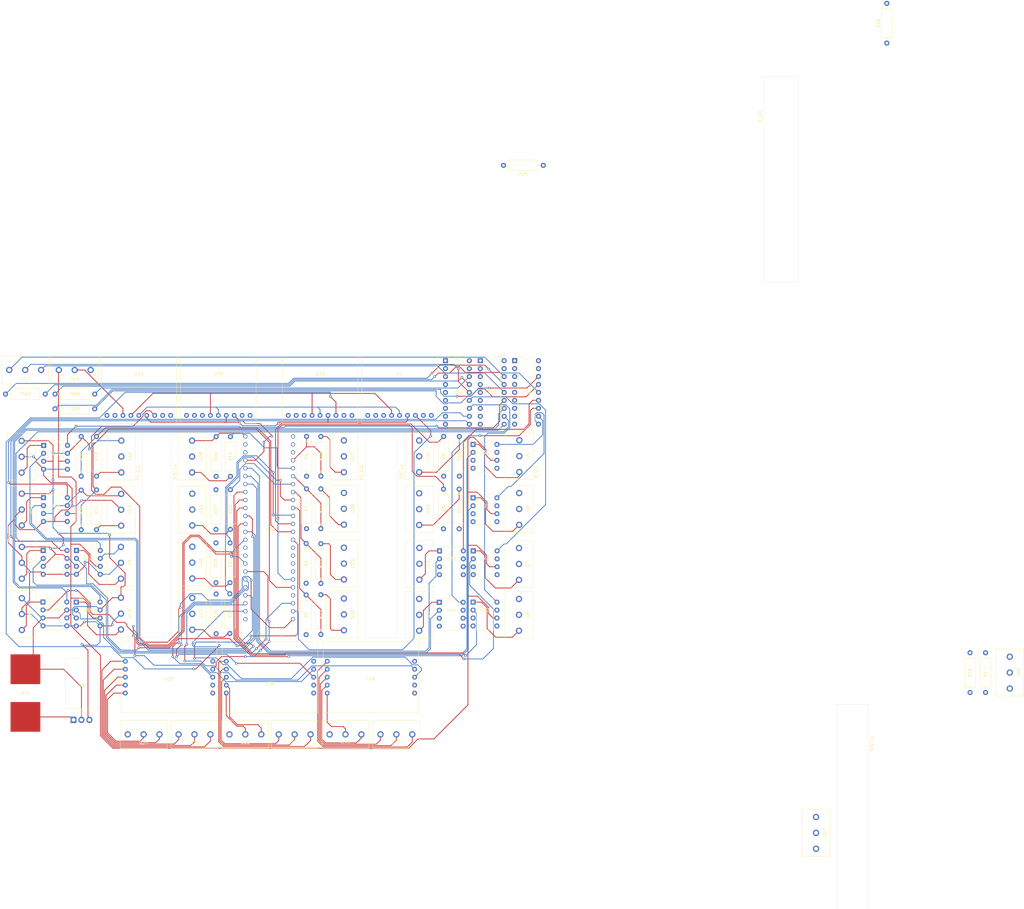
<source format=kicad_pcb>
(kicad_pcb (version 20171130) (host pcbnew "(5.1.9-0-10_14)")
  (layers (0 F.Cu signal) (31 B.Cu signal) (34 B.Paste user) (35 F.Paste user) (36 B.SilkS user) (37 F.SilkS user) (38 B.Mask user) (39 F.Mask user) (44 Edge.Cuts user))
  (net 0 "")
  (net 1 "Net-(BT1-Pad1)")
  (net 2 GND1)
  (net 3 +5V)
  (net 4 1)
  (net 5 2)
  (net 6 3)
  (net 7 4)
  (net 8 5)
  (net 9 6)
  (net 10 13)
  (net 11 15)
  (net 12 7)
  (net 13 8)
  (net 14 9)
  (net 15 10)
  (net 16 11)
  (net 17 12)
  (net 18 14)
  (net 19 "Net-(U24-Pad3)")
  (net 20 "Net-(U25-Pad3)")
  (net 21 19)
  (net 22 18)
  (net 23 17)
  (net 24 16)
  (net 25 21)
  (net 26 20)
  (net 27 "Net-(U23-Pad47)")
  (net 28 "Net-(U23-Pad45)")
  (net 29 "Net-(U23-Pad44)")
  (net 30 "Net-(U23-Pad43)")
  (net 31 "Net-(U23-Pad42)")
  (net 32 "Net-(U23-Pad41)")
  (net 33 "Net-(U24-Pad1)")
  (net 34 "Net-(U24-Pad2)")
  (net 35 "Net-(U25-Pad2)")
  (net 36 "Net-(U25-Pad1)")
  (net 37 "Net-(U35-Pad3)")
  (net 38 "Net-(U35-Pad2)")
  (net 39 "Net-(U35-Pad1)")
  (net 40 "Net-(U36-Pad1)")
  (net 41 "Net-(U36-Pad3)")
  (net 42 "Net-(U36-Pad2)")
  (net 43 "Net-(U45-Pad3)")
  (net 44 "Net-(U45-Pad2)")
  (net 45 "Net-(U45-Pad1)")
  (net 46 "Net-(U46-Pad2)")
  (net 47 "Net-(U46-Pad3)")
  (net 48 "Net-(U46-Pad1)")
  (net 49 "Net-(R1-Pad2)")
  (net 50 "Net-(R1-Pad1)")
  (net 51 "Net-(R2-Pad2)")
  (net 52 "Net-(R2-Pad1)")
  (net 53 "Net-(R3-Pad2)")
  (net 54 "Net-(R3-Pad1)")
  (net 55 "Net-(U1-Pad9)")
  (net 56 "Net-(U1-Pad8)")
  (net 57 51)
  (net 58 "Net-(U1-Pad2)")
  (net 59 40)
  (net 60 41)
  (net 61 42)
  (net 62 43)
  (net 63 44)
  (net 64 45)
  (net 65 53)
  (net 66 54)
  (net 67 48)
  (net 68 46)
  (net 69 47)
  (net 70 49)
  (net 71 "Net-(U15-Pad9)")
  (net 72 "Net-(U15-Pad8)")
  (net 73 50)
  (net 74 "Net-(U15-Pad2)")
  (net 75 "Net-(U16-Pad3)")
  (net 76 52)
  (net 77 27)
  (net 78 26)
  (net 79 25)
  (net 80 "Net-(U18-Pad9)")
  (net 81 "Net-(U18-Pad8)")
  (net 82 "Net-(U18-Pad2)")
  (net 83 36)
  (net 84 37)
  (net 85 38)
  (net 86 39)
  (net 87 28)
  (net 88 31)
  (net 89 "Net-(U23-Pad24)")
  (net 90 58)
  (net 91 55)
  (net 92 56)
  (net 93 57)
  (net 94 "Net-(U33-Pad9)")
  (net 95 "Net-(U33-Pad8)")
  (net 96 "Net-(U33-Pad2)")
  (net 97 32)
  (net 98 33)
  (net 99 34)
  (net 100 35)
  (net 101 29)
  (net 102 30)
  (net 103 "Net-(R12-Pad1)")
  (net 104 "Net-(R13-Pad1)")
  (net 105 "Net-(R15-Pad1)")
  (net 106 "Net-(R11-Pad1)")
  (net 107 "Net-(R14-Pad1)")
  (net 108 "Net-(R16-Pad1)")
  (net 109 "Net-(R11-Pad2)")
  (net 110 "Net-(R12-Pad2)")
  (net 111 "Net-(R13-Pad2)")
  (net 112 "Net-(R14-Pad2)")
  (net 113 "Net-(R15-Pad2)")
  (net 114 "Net-(R16-Pad2)")
  (net 115 "Net-(R17-Pad2)")
  (net 116 "Net-(R18-Pad1)")
  (net 117 "Net-(R19-Pad2)")
  (net 118 "Net-(R19-Pad1)")
  (net 119 "Net-(R20-Pad2)")
  (net 120 "Net-(R20-Pad1)")
  (net 121 "Net-(R21-Pad2)")
  (net 122 "Net-(R21-Pad1)")
  (net 123 "Net-(R22-Pad2)")
  (net 124 "Net-(R22-Pad1)")
  (net 125 "Net-(R23-Pad2)")
  (net 126 "Net-(R23-Pad1)")
  (net 127 "Net-(R24-Pad2)")
  (net 128 "Net-(R24-Pad1)")
  (module Launchbox:LoadCellAmp (layer F.Cu) (at 146.05 139.192)
    (fp_text reference U36 (at 0 2.032) (layer F.SilkS))
    (fp_text value LoadCellAmp)
    (pad 10 thru_hole circle (at 13.97 5.08) (size 1.524 1.524) (drill 0.762) (layers *.Cu *.Mask) (net 3 +5V))
    (pad 9 thru_hole circle (at 13.97 2.54) (size 1.524 1.524) (drill 0.762) (layers *.Cu *.Mask) (net 3 +5V))
    (pad 8 thru_hole circle (at 13.97 0) (size 1.524 1.524) (drill 0.762) (layers *.Cu *.Mask) (net 22 18))
    (pad 7 thru_hole circle (at 13.97 -2.54) (size 1.524 1.524) (drill 0.762) (layers *.Cu *.Mask) (net 21 19))
    (pad 6 thru_hole circle (at 13.97 -5.08) (size 1.524 1.524) (drill 0.762) (layers *.Cu *.Mask) (net 2 GND1))
    (pad 1 thru_hole circle (at -13.97 -5.08) (size 1.524 1.524) (drill 0.762) (layers *.Cu *.Mask) (net 40 "Net-(U36-Pad1)"))
    (pad 5 thru_hole circle (at -13.98 5.08) (size 1.524 1.524) (drill 0.762) (layers *.Cu *.Mask) (net 38 "Net-(U35-Pad2)"))
    (pad 4 thru_hole circle (at -13.97 2.54) (size 1.524 1.524) (drill 0.762) (layers *.Cu *.Mask) (net 39 "Net-(U35-Pad1)"))
    (pad 3 thru_hole circle (at -13.97 0) (size 1.524 1.524) (drill 0.762) (layers *.Cu *.Mask) (net 41 "Net-(U36-Pad3)"))
    (pad 2 thru_hole circle (at -13.97 -2.54) (size 1.524 1.524) (drill 0.762) (layers *.Cu *.Mask) (net 42 "Net-(U36-Pad2)"))
  )
  (module Resistor_THT:R_Axial_DIN0309_L9.0mm_D3.2mm_P12.70mm_Horizontal (layer F.Cu) (at 162.306 125.5395 90)
    (fp_text reference R13 (at 6.35 0 90) (layer F.SilkS))
    (fp_text value R_US)
    (pad 2 thru_hole oval (at 12.7 0 90) (size 1.6 1.6) (drill 0.8) (layers *.Cu *.Mask) (net 111 "Net-(R13-Pad2)"))
    (pad 1 thru_hole circle (at 0 0 90) (size 1.6 1.6) (drill 0.8) (layers *.Cu *.Mask) (net 104 "Net-(R13-Pad1)"))
  )
  (module Package_DIP:DIP-8_W7.62mm (layer F.Cu) (at 200.152 115.2525)
    (fp_text reference U44 (at 3.81 2.54) (layer F.SilkS))
    (fp_text value SPDT_IC)
    (pad 1 thru_hole rect (at 0 0) (size 1.6 1.6) (drill 0.8) (layers *.Cu *.Mask) (net 60 41))
    (pad 5 thru_hole oval (at 7.62 7.62) (size 1.6 1.6) (drill 0.8) (layers *.Cu *.Mask) (net 3 +5V))
    (pad 2 thru_hole oval (at 0 2.54) (size 1.6 1.6) (drill 0.8) (layers *.Cu *.Mask) (net 7 4))
    (pad 6 thru_hole oval (at 7.62 5.08) (size 1.6 1.6) (drill 0.8) (layers *.Cu *.Mask) (net 76 52))
    (pad 3 thru_hole oval (at 0 5.08) (size 1.6 1.6) (drill 0.8) (layers *.Cu *.Mask) (net 2 GND1))
    (pad 7 thru_hole oval (at 7.62 2.54) (size 1.6 1.6) (drill 0.8) (layers *.Cu *.Mask) (net 2 GND1))
    (pad 4 thru_hole oval (at 0 7.62) (size 1.6 1.6) (drill 0.8) (layers *.Cu *.Mask) (net 3 +5V))
    (pad 8 thru_hole oval (at 7.62 0) (size 1.6 1.6) (drill 0.8) (layers *.Cu *.Mask) (net 101 29))
  )
  (module Package_DIP:DIP-8_W7.62mm (layer F.Cu) (at 210.947 64.77)
    (fp_text reference U51 (at 3.81 2.54) (layer F.SilkS))
    (fp_text value SPDT_IC)
    (pad 8 thru_hole oval (at 7.62 0) (size 1.6 1.6) (drill 0.8) (layers *.Cu *.Mask) (net 102 30))
    (pad 4 thru_hole oval (at 0 7.62) (size 1.6 1.6) (drill 0.8) (layers *.Cu *.Mask) (net 3 +5V))
    (pad 7 thru_hole oval (at 7.62 2.54) (size 1.6 1.6) (drill 0.8) (layers *.Cu *.Mask) (net 2 GND1))
    (pad 3 thru_hole oval (at 0 5.08) (size 1.6 1.6) (drill 0.8) (layers *.Cu *.Mask) (net 2 GND1))
    (pad 6 thru_hole oval (at 7.62 5.08) (size 1.6 1.6) (drill 0.8) (layers *.Cu *.Mask) (net 76 52))
    (pad 2 thru_hole oval (at 0 2.54) (size 1.6 1.6) (drill 0.8) (layers *.Cu *.Mask) (net 8 5))
    (pad 5 thru_hole oval (at 7.62 7.62) (size 1.6 1.6) (drill 0.8) (layers *.Cu *.Mask) (net 3 +5V))
    (pad 1 thru_hole rect (at 0 0) (size 1.6 1.6) (drill 0.8) (layers *.Cu *.Mask) (net 61 42))
  )
  (module Resistor_THT:R_Axial_DIN0309_L9.0mm_D3.2mm_P12.70mm_Horizontal (layer F.Cu) (at 201.4855 91.7575 90)
    (fp_text reference R8 (at 6.35 0 90) (layer F.SilkS))
    (fp_text value R_US)
    (pad 2 thru_hole oval (at 12.7 0 90) (size 1.6 1.6) (drill 0.8) (layers *.Cu *.Mask) (net 107 "Net-(R14-Pad1)"))
    (pad 1 thru_hole circle (at 0 0 90) (size 1.6 1.6) (drill 0.8) (layers *.Cu *.Mask) (net 2 GND1))
  )
  (module Resistor_THT:R_Axial_DIN0309_L9.0mm_D3.2mm_P12.70mm_Horizontal (layer F.Cu) (at 85.725 92.075 90)
    (fp_text reference R31 (at 6.35 0 270) (layer F.SilkS))
    (fp_text value R_US)
    (pad 2 thru_hole oval (at 12.7 0 90) (size 1.6 1.6) (drill 0.8) (layers *.Cu *.Mask) (net 2 GND1))
    (pad 1 thru_hole circle (at 0 0 90) (size 1.6 1.6) (drill 0.8) (layers *.Cu *.Mask) (net 127 "Net-(R24-Pad2)"))
  )
  (module Resistor_THT:R_Axial_DIN0309_L9.0mm_D3.2mm_P12.70mm_Horizontal (layer F.Cu) (at 85.725 74.93 90)
    (fp_text reference R30 (at 6.35 0 90) (layer F.SilkS))
    (fp_text value R_US)
    (pad 2 thru_hole oval (at 12.7 0 90) (size 1.6 1.6) (drill 0.8) (layers *.Cu *.Mask) (net 2 GND1))
    (pad 1 thru_hole circle (at 0 0 90) (size 1.6 1.6) (drill 0.8) (layers *.Cu *.Mask) (net 125 "Net-(R23-Pad2)"))
  )
  (module Resistor_THT:R_Axial_DIN0309_L9.0mm_D3.2mm_P12.70mm_Horizontal (layer F.Cu) (at 128.8415 125.2855 90)
    (fp_text reference R29 (at 6.35 0 90) (layer F.SilkS))
    (fp_text value R_US)
    (pad 2 thru_hole oval (at 12.7 0 90) (size 1.6 1.6) (drill 0.8) (layers *.Cu *.Mask) (net 2 GND1))
    (pad 1 thru_hole circle (at 0 0 90) (size 1.6 1.6) (drill 0.8) (layers *.Cu *.Mask) (net 123 "Net-(R22-Pad2)"))
  )
  (module Resistor_THT:R_Axial_DIN0309_L9.0mm_D3.2mm_P12.70mm_Horizontal (layer F.Cu) (at 128.778 108.966 90)
    (fp_text reference R28 (at 6.35 0 90) (layer F.SilkS))
    (fp_text value R_US)
    (pad 2 thru_hole oval (at 12.7 0 90) (size 1.6 1.6) (drill 0.8) (layers *.Cu *.Mask) (net 2 GND1))
    (pad 1 thru_hole circle (at 0 0 90) (size 1.6 1.6) (drill 0.8) (layers *.Cu *.Mask) (net 121 "Net-(R21-Pad2)"))
  )
  (module Resistor_THT:R_Axial_DIN0309_L9.0mm_D3.2mm_P12.70mm_Horizontal (layer F.Cu) (at 128.778 91.948 90)
    (fp_text reference R27 (at 6.35 0 90) (layer F.SilkS))
    (fp_text value R_US)
    (pad 2 thru_hole oval (at 12.7 0 90) (size 1.6 1.6) (drill 0.8) (layers *.Cu *.Mask) (net 2 GND1))
    (pad 1 thru_hole circle (at 0 0 90) (size 1.6 1.6) (drill 0.8) (layers *.Cu *.Mask) (net 119 "Net-(R20-Pad2)"))
  )
  (module Resistor_THT:R_Axial_DIN0309_L9.0mm_D3.2mm_P12.70mm_Horizontal (layer F.Cu) (at 128.8415 74.9935 90)
    (fp_text reference R26 (at 6.35 0 90) (layer F.SilkS))
    (fp_text value R_US)
    (pad 2 thru_hole oval (at 12.7 0 90) (size 1.6 1.6) (drill 0.8) (layers *.Cu *.Mask) (net 2 GND1))
    (pad 1 thru_hole circle (at 0 0 90) (size 1.6 1.6) (drill 0.8) (layers *.Cu *.Mask) (net 117 "Net-(R19-Pad2)"))
  )
  (module Resistor_THT:R_Axial_DIN0309_L9.0mm_D3.2mm_P12.70mm_Horizontal (layer F.Cu) (at 233.3752 -24.4602 180)
    (fp_text reference R25 (at 6.35 -2.72) (layer F.SilkS))
    (fp_text value R_US)
    (pad 2 thru_hole oval (at 12.7 0 180) (size 1.6 1.6) (drill 0.8) (layers *.Cu *.Mask) (net 2 GND1))
    (pad 1 thru_hole circle (at 0 0 180) (size 1.6 1.6) (drill 0.8) (layers *.Cu *.Mask) (net 92 56))
  )
  (module Resistor_THT:R_Axial_DIN0309_L9.0mm_D3.2mm_P12.70mm_Horizontal (layer F.Cu) (at 90.6145 92.0115 90)
    (fp_text reference R24 (at 6.35 0 90) (layer F.SilkS))
    (fp_text value R_US)
    (pad 2 thru_hole oval (at 12.7 0 90) (size 1.6 1.6) (drill 0.8) (layers *.Cu *.Mask) (net 127 "Net-(R24-Pad2)"))
    (pad 1 thru_hole circle (at 0 0 90) (size 1.6 1.6) (drill 0.8) (layers *.Cu *.Mask) (net 128 "Net-(R24-Pad1)"))
  )
  (module Resistor_THT:R_Axial_DIN0309_L9.0mm_D3.2mm_P12.70mm_Horizontal (layer F.Cu) (at 90.6145 74.93 90)
    (fp_text reference R23 (at 6.35 0 90) (layer F.SilkS))
    (fp_text value R_US)
    (pad 2 thru_hole oval (at 12.7 0 90) (size 1.6 1.6) (drill 0.8) (layers *.Cu *.Mask) (net 125 "Net-(R23-Pad2)"))
    (pad 1 thru_hole circle (at 0 0 90) (size 1.6 1.6) (drill 0.8) (layers *.Cu *.Mask) (net 126 "Net-(R23-Pad1)"))
  )
  (module Resistor_THT:R_Axial_DIN0309_L9.0mm_D3.2mm_P12.70mm_Horizontal (layer F.Cu) (at 133.223 125.222 90)
    (fp_text reference R22 (at 6.35 0 90) (layer F.SilkS))
    (fp_text value R_US)
    (pad 2 thru_hole oval (at 12.7 0 90) (size 1.6 1.6) (drill 0.8) (layers *.Cu *.Mask) (net 123 "Net-(R22-Pad2)"))
    (pad 1 thru_hole circle (at 0 0 90) (size 1.6 1.6) (drill 0.8) (layers *.Cu *.Mask) (net 124 "Net-(R22-Pad1)"))
  )
  (module Resistor_THT:R_Axial_DIN0309_L9.0mm_D3.2mm_P12.70mm_Horizontal (layer F.Cu) (at 133.2865 108.966 90)
    (fp_text reference R21 (at 6.35 0 90) (layer F.SilkS))
    (fp_text value R_US)
    (pad 2 thru_hole oval (at 12.7 0 90) (size 1.6 1.6) (drill 0.8) (layers *.Cu *.Mask) (net 121 "Net-(R21-Pad2)"))
    (pad 1 thru_hole circle (at 0 0 90) (size 1.6 1.6) (drill 0.8) (layers *.Cu *.Mask) (net 122 "Net-(R21-Pad1)"))
  )
  (module Resistor_THT:R_Axial_DIN0309_L9.0mm_D3.2mm_P12.70mm_Horizontal (layer F.Cu) (at 133.4135 91.948 90)
    (fp_text reference R20 (at 6.35 0 90) (layer F.SilkS))
    (fp_text value R_US)
    (pad 2 thru_hole oval (at 12.7 0 90) (size 1.6 1.6) (drill 0.8) (layers *.Cu *.Mask) (net 119 "Net-(R20-Pad2)"))
    (pad 1 thru_hole circle (at 0 0 90) (size 1.6 1.6) (drill 0.8) (layers *.Cu *.Mask) (net 120 "Net-(R20-Pad1)"))
  )
  (module Resistor_THT:R_Axial_DIN0309_L9.0mm_D3.2mm_P12.70mm_Horizontal (layer F.Cu) (at 133.4135 74.9935 90)
    (fp_text reference R19 (at 6.35 0 90) (layer F.SilkS))
    (fp_text value R_US)
    (pad 2 thru_hole oval (at 12.7 0 90) (size 1.6 1.6) (drill 0.8) (layers *.Cu *.Mask) (net 117 "Net-(R19-Pad2)"))
    (pad 1 thru_hole circle (at 0 0 90) (size 1.6 1.6) (drill 0.8) (layers *.Cu *.Mask) (net 118 "Net-(R19-Pad1)"))
  )
  (module Resistor_THT:R_Axial_DIN0309_L9.0mm_D3.2mm_P12.70mm_Horizontal (layer F.Cu) (at 343.154 -63.552 90)
    (fp_text reference R18 (at 6.35 -2.72 90) (layer F.SilkS))
    (fp_text value R_US)
    (pad 2 thru_hole oval (at 12.7 0 90) (size 1.6 1.6) (drill 0.8) (layers *.Cu *.Mask) (net 92 56))
    (pad 1 thru_hole circle (at 0 0 90) (size 1.6 1.6) (drill 0.8) (layers *.Cu *.Mask) (net 116 "Net-(R18-Pad1)"))
  )
  (module Resistor_THT:R_Axial_DIN0309_L9.0mm_D3.2mm_P12.70mm_Horizontal (layer F.Cu) (at 374.7135 144.0815 90)
    (fp_text reference R17 (at 6.35 0 90) (layer F.SilkS))
    (fp_text value R_US)
    (pad 2 thru_hole oval (at 12.7 0 90) (size 1.6 1.6) (drill 0.8) (layers *.Cu *.Mask) (net 115 "Net-(R17-Pad2)"))
    (pad 1 thru_hole circle (at 0 0 90) (size 1.6 1.6) (drill 0.8) (layers *.Cu *.Mask) (net 91 55))
  )
  (module Resistor_THT:R_Axial_DIN0309_L9.0mm_D3.2mm_P12.70mm_Horizontal (layer F.Cu) (at 206.5655 74.93 90)
    (fp_text reference R16 (at 6.35 0 90) (layer F.SilkS))
    (fp_text value R_US)
    (pad 2 thru_hole oval (at 12.7 0 90) (size 1.6 1.6) (drill 0.8) (layers *.Cu *.Mask) (net 114 "Net-(R16-Pad2)"))
    (pad 1 thru_hole circle (at 0 0 90) (size 1.6 1.6) (drill 0.8) (layers *.Cu *.Mask) (net 108 "Net-(R16-Pad1)"))
  )
  (module Resistor_THT:R_Axial_DIN0309_L9.0mm_D3.2mm_P12.70mm_Horizontal (layer F.Cu) (at 162.306 74.93 90)
    (fp_text reference R15 (at 6.35 0 90) (layer F.SilkS))
    (fp_text value R_US)
    (pad 2 thru_hole oval (at 12.7 0 90) (size 1.6 1.6) (drill 0.8) (layers *.Cu *.Mask) (net 113 "Net-(R15-Pad2)"))
    (pad 1 thru_hole circle (at 0 0 90) (size 1.6 1.6) (drill 0.8) (layers *.Cu *.Mask) (net 105 "Net-(R15-Pad1)"))
  )
  (module Resistor_THT:R_Axial_DIN0309_L9.0mm_D3.2mm_P12.70mm_Horizontal (layer F.Cu) (at 206.502 91.7575 90)
    (fp_text reference R14 (at 6.35 0 90) (layer F.SilkS))
    (fp_text value R_US)
    (pad 2 thru_hole oval (at 12.7 0 90) (size 1.6 1.6) (drill 0.8) (layers *.Cu *.Mask) (net 112 "Net-(R14-Pad2)"))
    (pad 1 thru_hole circle (at 0 0 90) (size 1.6 1.6) (drill 0.8) (layers *.Cu *.Mask) (net 107 "Net-(R14-Pad1)"))
  )
  (module Resistor_THT:R_Axial_DIN0309_L9.0mm_D3.2mm_P12.70mm_Horizontal (layer F.Cu) (at 162.306 109.22 90)
    (fp_text reference R12 (at 6.35 0 90) (layer F.SilkS))
    (fp_text value R_US)
    (pad 2 thru_hole oval (at 12.7 0 90) (size 1.6 1.6) (drill 0.8) (layers *.Cu *.Mask) (net 110 "Net-(R12-Pad2)"))
    (pad 1 thru_hole circle (at 0 0 90) (size 1.6 1.6) (drill 0.8) (layers *.Cu *.Mask) (net 103 "Net-(R12-Pad1)"))
  )
  (module Resistor_THT:R_Axial_DIN0309_L9.0mm_D3.2mm_P12.70mm_Horizontal (layer F.Cu) (at 162.306 91.694 90)
    (fp_text reference R11 (at 6.35 0 90) (layer F.SilkS))
    (fp_text value R_US)
    (pad 2 thru_hole oval (at 12.7 0 90) (size 1.6 1.6) (drill 0.8) (layers *.Cu *.Mask) (net 109 "Net-(R11-Pad2)"))
    (pad 1 thru_hole circle (at 0 0 90) (size 1.6 1.6) (drill 0.8) (layers *.Cu *.Mask) (net 106 "Net-(R11-Pad1)"))
  )
  (module Resistor_THT:R_Axial_DIN0309_L9.0mm_D3.2mm_P12.70mm_Horizontal (layer F.Cu) (at 369.7605 144.0815 90)
    (fp_text reference R10 (at 6.35 0 90) (layer F.SilkS))
    (fp_text value R_US)
    (pad 2 thru_hole oval (at 12.7 0 90) (size 1.6 1.6) (drill 0.8) (layers *.Cu *.Mask) (net 91 55))
    (pad 1 thru_hole circle (at 0 0 90) (size 1.6 1.6) (drill 0.8) (layers *.Cu *.Mask) (net 2 GND1))
  )
  (module Resistor_THT:R_Axial_DIN0309_L9.0mm_D3.2mm_P12.70mm_Horizontal (layer F.Cu) (at 201.549 74.93 90)
    (fp_text reference R9 (at 6.35 0 90) (layer F.SilkS))
    (fp_text value R_US)
    (pad 2 thru_hole oval (at 12.7 0 90) (size 1.6 1.6) (drill 0.8) (layers *.Cu *.Mask) (net 108 "Net-(R16-Pad1)"))
    (pad 1 thru_hole circle (at 0 0 90) (size 1.6 1.6) (drill 0.8) (layers *.Cu *.Mask) (net 2 GND1))
  )
  (module Resistor_THT:R_Axial_DIN0309_L9.0mm_D3.2mm_P12.70mm_Horizontal (layer F.Cu) (at 157.734 91.694 90)
    (fp_text reference R7 (at 6.35 0 90) (layer F.SilkS))
    (fp_text value R_US)
    (pad 2 thru_hole oval (at 12.7 0 90) (size 1.6 1.6) (drill 0.8) (layers *.Cu *.Mask) (net 106 "Net-(R11-Pad1)"))
    (pad 1 thru_hole circle (at 0 0 90) (size 1.6 1.6) (drill 0.8) (layers *.Cu *.Mask) (net 2 GND1))
  )
  (module Resistor_THT:R_Axial_DIN0309_L9.0mm_D3.2mm_P12.70mm_Horizontal (layer F.Cu) (at 157.734 74.93 90)
    (fp_text reference R6 (at 6.35 0 90) (layer F.SilkS))
    (fp_text value R_US)
    (pad 2 thru_hole oval (at 12.7 0 90) (size 1.6 1.6) (drill 0.8) (layers *.Cu *.Mask) (net 105 "Net-(R15-Pad1)"))
    (pad 1 thru_hole circle (at 0 0 90) (size 1.6 1.6) (drill 0.8) (layers *.Cu *.Mask) (net 2 GND1))
  )
  (module Resistor_THT:R_Axial_DIN0309_L9.0mm_D3.2mm_P12.70mm_Horizontal (layer F.Cu) (at 157.607 125.603 90)
    (fp_text reference R5 (at 6.35 0 90) (layer F.SilkS))
    (fp_text value R_US)
    (pad 2 thru_hole oval (at 12.7 0 90) (size 1.6 1.6) (drill 0.8) (layers *.Cu *.Mask) (net 104 "Net-(R13-Pad1)"))
    (pad 1 thru_hole circle (at 0 0 90) (size 1.6 1.6) (drill 0.8) (layers *.Cu *.Mask) (net 2 GND1))
  )
  (module Resistor_THT:R_Axial_DIN0309_L9.0mm_D3.2mm_P12.70mm_Horizontal (layer F.Cu) (at 157.607 109.1565 90)
    (fp_text reference R4 (at 6.35 0 90) (layer F.SilkS))
    (fp_text value R_US)
    (pad 2 thru_hole oval (at 12.7 0 90) (size 1.6 1.6) (drill 0.8) (layers *.Cu *.Mask) (net 103 "Net-(R12-Pad1)"))
    (pad 1 thru_hole circle (at 0 0 90) (size 1.6 1.6) (drill 0.8) (layers *.Cu *.Mask) (net 2 GND1))
  )
  (module Launchbox:Lipo_Battery_Connector (layer F.Cu) (at 67.8942 144.272 90)
    (fp_text reference BT1 (at 0 0 180) (layer F.SilkS))
    (fp_text value Battery_Cell)
    (pad 1 smd rect (at -7.62 0 90) (size 9.525 9.525) (layers F.Cu F.Paste F.Mask) (net 1 "Net-(BT1-Pad1)"))
    (pad 2 smd rect (at 7.62 0 90) (size 9.525 9.525) (layers F.Cu F.Paste F.Mask) (net 2 GND1))
  )
  (module Resistor_THT:R_Axial_DIN0309_L9.0mm_D3.2mm_P12.70mm_Horizontal (layer F.Cu) (at 74.225 48.675 180)
    (fp_text reference 750K (at 6.35 0) (layer F.SilkS))
    (fp_text value R_US)
    (pad 1 thru_hole circle (at 0 0 180) (size 1.6 1.6) (drill 0.8) (layers *.Cu *.Mask) (net 50 "Net-(R1-Pad1)"))
    (pad 2 thru_hole oval (at 12.7 0 180) (size 1.6 1.6) (drill 0.8) (layers *.Cu *.Mask) (net 49 "Net-(R1-Pad2)"))
  )
  (module Resistor_THT:R_Axial_DIN0309_L9.0mm_D3.2mm_P12.70mm_Horizontal (layer F.Cu) (at 90.05 48.675 180)
    (fp_text reference 750K (at 6.35 0) (layer F.SilkS))
    (fp_text value R_US)
    (pad 1 thru_hole circle (at 0 0 180) (size 1.6 1.6) (drill 0.8) (layers *.Cu *.Mask) (net 52 "Net-(R2-Pad1)"))
    (pad 2 thru_hole oval (at 12.7 0 180) (size 1.6 1.6) (drill 0.8) (layers *.Cu *.Mask) (net 51 "Net-(R2-Pad2)"))
  )
  (module Resistor_THT:R_Axial_DIN0309_L9.0mm_D3.2mm_P12.70mm_Horizontal (layer F.Cu) (at 90.025 53.4 180)
    (fp_text reference 750K (at 6.35 0) (layer F.SilkS))
    (fp_text value R_US)
    (pad 2 thru_hole oval (at 12.7 0 180) (size 1.6 1.6) (drill 0.8) (layers *.Cu *.Mask) (net 53 "Net-(R3-Pad2)"))
    (pad 1 thru_hole circle (at 0 0 180) (size 1.6 1.6) (drill 0.8) (layers *.Cu *.Mask) (net 54 "Net-(R3-Pad1)"))
  )
  (module Launchbox:MAX31856 (layer F.Cu) (at 187.452 47.244)
    (fp_text reference U1 (at 0 -5.08) (layer F.SilkS))
    (fp_text value MAX31856)
    (pad 9 thru_hole circle (at 10.16 8.255) (size 1.524 1.524) (drill 0.762) (layers *.Cu *.Mask) (net 55 "Net-(U1-Pad9)"))
    (pad 8 thru_hole circle (at 7.62 8.255) (size 1.524 1.524) (drill 0.762) (layers *.Cu *.Mask) (net 56 "Net-(U1-Pad8)"))
    (pad 7 thru_hole circle (at 5.08 8.255) (size 1.524 1.524) (drill 0.762) (layers *.Cu *.Mask) (net 57 51))
    (pad 6 thru_hole circle (at 2.54 8.255) (size 1.524 1.524) (drill 0.762) (layers *.Cu *.Mask) (net 10 13))
    (pad 5 thru_hole circle (at 0 8.255) (size 1.524 1.524) (drill 0.762) (layers *.Cu *.Mask) (net 18 14))
    (pad 4 thru_hole circle (at -2.54 8.255) (size 1.524 1.524) (drill 0.762) (layers *.Cu *.Mask) (net 4 1))
    (pad 3 thru_hole circle (at -5.08 8.255) (size 1.524 1.524) (drill 0.762) (layers *.Cu *.Mask) (net 2 GND1))
    (pad 2 thru_hole circle (at -7.62 8.255) (size 1.524 1.524) (drill 0.762) (layers *.Cu *.Mask) (net 58 "Net-(U1-Pad2)"))
    (pad 1 thru_hole circle (at -10.16 8.255) (size 1.524 1.524) (drill 0.762) (layers *.Cu *.Mask) (net 3 +5V))
  )
  (module Launchbox:ScrewTerminals (layer F.Cu) (at 193.802 102.9335 90)
    (fp_text reference U2 (at 0.02 2.794 90) (layer F.SilkS))
    (fp_text value SerialScrewTerminals)
    (pad 3 thru_hole circle (at 5.08 0 90) (size 2 2) (drill 1.2) (layers *.Cu *.Mask) (net 2 GND1))
    (pad 2 thru_hole circle (at 0 0 90) (size 2 2) (drill 1.2) (layers *.Cu *.Mask) (net 3 +5V))
    (pad 1 thru_hole circle (at -5.08 0 90) (size 2 2) (drill 1.2) (layers *.Cu *.Mask) (net 59 40))
  )
  (module Package_TO_SOT_THT:TO-220-3_Horizontal_TabDown (layer F.Cu) (at 83.2612 152.8318)
    (fp_text reference U3 (at 2.54 -10.668) (layer F.SilkS))
    (fp_text value L7805)
    (pad "" np_thru_hole oval (at 2.54 -16.66) (size 3.5 3.5) (drill 3.5) (layers *.Cu *.Mask))
    (pad 1 thru_hole rect (at 0 0) (size 1.905 2) (drill 1.1) (layers *.Cu *.Mask) (net 1 "Net-(BT1-Pad1)"))
    (pad 2 thru_hole oval (at 2.54 0) (size 1.905 2) (drill 1.1) (layers *.Cu *.Mask) (net 2 GND1))
    (pad 3 thru_hole oval (at 5.08 0) (size 1.905 2) (drill 1.1) (layers *.Cu *.Mask) (net 3 +5V))
  )
  (module Launchbox:ScrewTerminals (layer F.Cu) (at 193.7385 119.253 90)
    (fp_text reference U4 (at 0.02 2.794 90) (layer F.SilkS))
    (fp_text value SerialScrewTerminals)
    (pad 1 thru_hole circle (at -5.08 0 90) (size 2 2) (drill 1.2) (layers *.Cu *.Mask) (net 60 41))
    (pad 2 thru_hole circle (at 0 0 90) (size 2 2) (drill 1.2) (layers *.Cu *.Mask) (net 3 +5V))
    (pad 3 thru_hole circle (at 5.08 0 90) (size 2 2) (drill 1.2) (layers *.Cu *.Mask) (net 2 GND1))
  )
  (module Launchbox:ScrewTerminals (layer F.Cu) (at 225.7425 68.5165 90)
    (fp_text reference U5 (at 0.02 2.794 90) (layer F.SilkS))
    (fp_text value SerialScrewTerminals)
    (pad 3 thru_hole circle (at 5.08 0 90) (size 2 2) (drill 1.2) (layers *.Cu *.Mask) (net 2 GND1))
    (pad 2 thru_hole circle (at 0 0 90) (size 2 2) (drill 1.2) (layers *.Cu *.Mask) (net 3 +5V))
    (pad 1 thru_hole circle (at -5.08 0 90) (size 2 2) (drill 1.2) (layers *.Cu *.Mask) (net 61 42))
  )
  (module Launchbox:ScrewTerminals (layer F.Cu) (at 225.679 85.4075 90)
    (fp_text reference U6 (at 0.02 2.794 90) (layer F.SilkS))
    (fp_text value SerialScrewTerminals)
    (pad 1 thru_hole circle (at -5.08 0 90) (size 2 2) (drill 1.2) (layers *.Cu *.Mask) (net 62 43))
    (pad 2 thru_hole circle (at 0 0 90) (size 2 2) (drill 1.2) (layers *.Cu *.Mask) (net 3 +5V))
    (pad 3 thru_hole circle (at 5.08 0 90) (size 2 2) (drill 1.2) (layers *.Cu *.Mask) (net 2 GND1))
  )
  (module Launchbox:ScrewTerminals (layer F.Cu) (at 225.6155 102.997 90)
    (fp_text reference U7 (at 0.02 2.794 90) (layer F.SilkS))
    (fp_text value SerialScrewTerminals)
    (pad 3 thru_hole circle (at 5.08 0 90) (size 2 2) (drill 1.2) (layers *.Cu *.Mask) (net 2 GND1))
    (pad 2 thru_hole circle (at 0 0 90) (size 2 2) (drill 1.2) (layers *.Cu *.Mask) (net 3 +5V))
    (pad 1 thru_hole circle (at -5.08 0 90) (size 2 2) (drill 1.2) (layers *.Cu *.Mask) (net 63 44))
  )
  (module Launchbox:ScrewTerminals (layer F.Cu) (at 225.6155 119.253 90)
    (fp_text reference U8 (at 0.02 2.794 90) (layer F.SilkS))
    (fp_text value SerialScrewTerminals)
    (pad 1 thru_hole circle (at -5.08 0 90) (size 2 2) (drill 1.2) (layers *.Cu *.Mask) (net 64 45))
    (pad 2 thru_hole circle (at 0 0 90) (size 2 2) (drill 1.2) (layers *.Cu *.Mask) (net 3 +5V))
    (pad 3 thru_hole circle (at 5.08 0 90) (size 2 2) (drill 1.2) (layers *.Cu *.Mask) (net 2 GND1))
  )
  (module Launchbox:ScrewTerminals (layer F.Cu) (at 98.425 102.616 90)
    (fp_text reference U9 (at 0.02 2.794 90) (layer F.SilkS))
    (fp_text value SerialScrewTerminals)
    (pad 3 thru_hole circle (at 5.08 0 90) (size 2 2) (drill 1.2) (layers *.Cu *.Mask) (net 2 GND1))
    (pad 2 thru_hole circle (at 0 0 90) (size 2 2) (drill 1.2) (layers *.Cu *.Mask) (net 3 +5V))
    (pad 1 thru_hole circle (at -5.08 0 90) (size 2 2) (drill 1.2) (layers *.Cu *.Mask) (net 65 53))
  )
  (module Launchbox:ScrewTerminals (layer F.Cu) (at 98.425 118.872 90)
    (fp_text reference U10 (at 0.02 2.794 90) (layer F.SilkS))
    (fp_text value SerialScrewTerminals)
    (pad 1 thru_hole circle (at -5.08 0 90) (size 2 2) (drill 1.2) (layers *.Cu *.Mask) (net 66 54))
    (pad 2 thru_hole circle (at 0 0 90) (size 2 2) (drill 1.2) (layers *.Cu *.Mask) (net 3 +5V))
    (pad 3 thru_hole circle (at 5.08 0 90) (size 2 2) (drill 1.2) (layers *.Cu *.Mask) (net 2 GND1))
  )
  (module Launchbox:ScrewTerminals (layer F.Cu) (at 66.675 68.707 90)
    (fp_text reference U11 (at 0.02 2.794 90) (layer F.SilkS))
    (fp_text value SerialScrewTerminals)
    (pad 1 thru_hole circle (at -5.08 0 90) (size 2 2) (drill 1.2) (layers *.Cu *.Mask) (net 67 48))
    (pad 2 thru_hole circle (at 0 0 90) (size 2 2) (drill 1.2) (layers *.Cu *.Mask) (net 3 +5V))
    (pad 3 thru_hole circle (at 5.08 0 90) (size 2 2) (drill 1.2) (layers *.Cu *.Mask) (net 2 GND1))
  )
  (module Launchbox:ScrewTerminals (layer F.Cu) (at 66.7385 85.598 90)
    (fp_text reference U12 (at 0.02 2.794 90) (layer F.SilkS))
    (fp_text value SerialScrewTerminals)
    (pad 1 thru_hole circle (at -5.08 0 90) (size 2 2) (drill 1.2) (layers *.Cu *.Mask) (net 68 46))
    (pad 2 thru_hole circle (at 0 0 90) (size 2 2) (drill 1.2) (layers *.Cu *.Mask) (net 3 +5V))
    (pad 3 thru_hole circle (at 5.08 0 90) (size 2 2) (drill 1.2) (layers *.Cu *.Mask) (net 2 GND1))
  )
  (module Launchbox:ScrewTerminals (layer F.Cu) (at 66.7512 102.616 90)
    (fp_text reference U13 (at 0.02 2.794 90) (layer F.SilkS))
    (fp_text value SerialScrewTerminals)
    (pad 3 thru_hole circle (at 5.08 0 90) (size 2 2) (drill 1.2) (layers *.Cu *.Mask) (net 2 GND1))
    (pad 2 thru_hole circle (at 0 0 90) (size 2 2) (drill 1.2) (layers *.Cu *.Mask) (net 3 +5V))
    (pad 1 thru_hole circle (at -5.08 0 90) (size 2 2) (drill 1.2) (layers *.Cu *.Mask) (net 69 47))
  )
  (module Launchbox:ScrewTerminals (layer F.Cu) (at 66.7512 119.0244 90)
    (fp_text reference U14 (at 0.02 2.794 90) (layer F.SilkS))
    (fp_text value SerialScrewTerminals)
    (pad 3 thru_hole circle (at 5.08 0 90) (size 2 2) (drill 1.2) (layers *.Cu *.Mask) (net 2 GND1))
    (pad 2 thru_hole circle (at 0 0 90) (size 2 2) (drill 1.2) (layers *.Cu *.Mask) (net 3 +5V))
    (pad 1 thru_hole circle (at -5.08 0 90) (size 2 2) (drill 1.2) (layers *.Cu *.Mask) (net 70 49))
  )
  (module Launchbox:MAX31856 (layer F.Cu) (at 104.14 47.244)
    (fp_text reference U15 (at 0 -5.08) (layer F.SilkS))
    (fp_text value MAX31856)
    (pad 1 thru_hole circle (at -10.16 8.255) (size 1.524 1.524) (drill 0.762) (layers *.Cu *.Mask) (net 3 +5V))
    (pad 2 thru_hole circle (at -7.62 8.255) (size 1.524 1.524) (drill 0.762) (layers *.Cu *.Mask) (net 74 "Net-(U15-Pad2)"))
    (pad 3 thru_hole circle (at -5.08 8.255) (size 1.524 1.524) (drill 0.762) (layers *.Cu *.Mask) (net 2 GND1))
    (pad 4 thru_hole circle (at -2.54 8.255) (size 1.524 1.524) (drill 0.762) (layers *.Cu *.Mask) (net 4 1))
    (pad 5 thru_hole circle (at 0 8.255) (size 1.524 1.524) (drill 0.762) (layers *.Cu *.Mask) (net 18 14))
    (pad 6 thru_hole circle (at 2.54 8.255) (size 1.524 1.524) (drill 0.762) (layers *.Cu *.Mask) (net 10 13))
    (pad 7 thru_hole circle (at 5.08 8.255) (size 1.524 1.524) (drill 0.762) (layers *.Cu *.Mask) (net 73 50))
    (pad 8 thru_hole circle (at 7.62 8.255) (size 1.524 1.524) (drill 0.762) (layers *.Cu *.Mask) (net 72 "Net-(U15-Pad8)"))
    (pad 9 thru_hole circle (at 10.16 8.255) (size 1.524 1.524) (drill 0.762) (layers *.Cu *.Mask) (net 71 "Net-(U15-Pad9)"))
  )
  (module Launchbox:ScrewTerminals (layer F.Cu) (at 83.65 40.975)
    (fp_text reference U16 (at 0.02 2.794) (layer F.SilkS))
    (fp_text value SerialScrewTerminals)
    (pad 3 thru_hole circle (at 5.08 0) (size 2 2) (drill 1.2) (layers *.Cu *.Mask) (net 75 "Net-(U16-Pad3)"))
    (pad 2 thru_hole circle (at 0 0) (size 2 2) (drill 1.2) (layers *.Cu *.Mask) (net 2 GND1))
    (pad 1 thru_hole circle (at -5.08 0) (size 2 2) (drill 1.2) (layers *.Cu *.Mask) (net 76 52))
  )
  (module Launchbox:ScrewTerminals (layer F.Cu) (at 67.825 40.95)
    (fp_text reference U17 (at 0.02 2.794) (layer F.SilkS))
    (fp_text value SerialScrewTerminals)
    (pad 1 thru_hole circle (at -5.08 0) (size 2 2) (drill 1.2) (layers *.Cu *.Mask) (net 79 25))
    (pad 2 thru_hole circle (at 0 0) (size 2 2) (drill 1.2) (layers *.Cu *.Mask) (net 78 26))
    (pad 3 thru_hole circle (at 5.08 0) (size 2 2) (drill 1.2) (layers *.Cu *.Mask) (net 77 27))
  )
  (module Launchbox:MAX31856 (layer F.Cu) (at 129.54 47.244)
    (fp_text reference U18 (at 0 -5.08) (layer F.SilkS))
    (fp_text value MAX31856)
    (pad 9 thru_hole circle (at 10.16 8.255) (size 1.524 1.524) (drill 0.762) (layers *.Cu *.Mask) (net 80 "Net-(U18-Pad9)"))
    (pad 8 thru_hole circle (at 7.62 8.255) (size 1.524 1.524) (drill 0.762) (layers *.Cu *.Mask) (net 81 "Net-(U18-Pad8)"))
    (pad 7 thru_hole circle (at 5.08 8.255) (size 1.524 1.524) (drill 0.762) (layers *.Cu *.Mask) (net 11 15))
    (pad 6 thru_hole circle (at 2.54 8.255) (size 1.524 1.524) (drill 0.762) (layers *.Cu *.Mask) (net 10 13))
    (pad 5 thru_hole circle (at 0 8.255) (size 1.524 1.524) (drill 0.762) (layers *.Cu *.Mask) (net 18 14))
    (pad 4 thru_hole circle (at -2.54 8.255) (size 1.524 1.524) (drill 0.762) (layers *.Cu *.Mask) (net 4 1))
    (pad 3 thru_hole circle (at -5.08 8.255) (size 1.524 1.524) (drill 0.762) (layers *.Cu *.Mask) (net 2 GND1))
    (pad 2 thru_hole circle (at -7.62 8.255) (size 1.524 1.524) (drill 0.762) (layers *.Cu *.Mask) (net 82 "Net-(U18-Pad2)"))
    (pad 1 thru_hole circle (at -10.16 8.255) (size 1.524 1.524) (drill 0.762) (layers *.Cu *.Mask) (net 3 +5V))
  )
  (module Package_DIP:DIP-18_W7.62mm (layer F.Cu) (at 213.2584 37.9984)
    (fp_text reference U19 (at 3.81 10.16) (layer F.SilkS))
    (fp_text value Launchbox_HT12D)
    (pad 1 thru_hole rect (at 0 0) (size 1.6 1.6) (drill 0.8) (layers *.Cu *.Mask) (net 2 GND1))
    (pad 10 thru_hole oval (at 7.62 20.32) (size 1.6 1.6) (drill 0.8) (layers *.Cu *.Mask) (net 86 39))
    (pad 2 thru_hole oval (at 0 2.54) (size 1.6 1.6) (drill 0.8) (layers *.Cu *.Mask) (net 2 GND1))
    (pad 11 thru_hole oval (at 7.62 17.78) (size 1.6 1.6) (drill 0.8) (layers *.Cu *.Mask) (net 85 38))
    (pad 3 thru_hole oval (at 0 5.08) (size 1.6 1.6) (drill 0.8) (layers *.Cu *.Mask) (net 2 GND1))
    (pad 12 thru_hole oval (at 7.62 15.24) (size 1.6 1.6) (drill 0.8) (layers *.Cu *.Mask) (net 84 37))
    (pad 4 thru_hole oval (at 0 7.62) (size 1.6 1.6) (drill 0.8) (layers *.Cu *.Mask) (net 2 GND1))
    (pad 13 thru_hole oval (at 7.62 12.7) (size 1.6 1.6) (drill 0.8) (layers *.Cu *.Mask) (net 83 36))
    (pad 5 thru_hole oval (at 0 10.16) (size 1.6 1.6) (drill 0.8) (layers *.Cu *.Mask) (net 2 GND1))
    (pad 14 thru_hole oval (at 7.62 10.16) (size 1.6 1.6) (drill 0.8) (layers *.Cu *.Mask) (net 77 27))
    (pad 6 thru_hole oval (at 0 12.7) (size 1.6 1.6) (drill 0.8) (layers *.Cu *.Mask) (net 2 GND1))
    (pad 15 thru_hole oval (at 7.62 7.62) (size 1.6 1.6) (drill 0.8) (layers *.Cu *.Mask) (net 49 "Net-(R1-Pad2)"))
    (pad 7 thru_hole oval (at 0 15.24) (size 1.6 1.6) (drill 0.8) (layers *.Cu *.Mask) (net 2 GND1))
    (pad 16 thru_hole oval (at 7.62 5.08) (size 1.6 1.6) (drill 0.8) (layers *.Cu *.Mask) (net 50 "Net-(R1-Pad1)"))
    (pad 8 thru_hole oval (at 0 17.78) (size 1.6 1.6) (drill 0.8) (layers *.Cu *.Mask) (net 2 GND1))
    (pad 17 thru_hole oval (at 7.62 2.54) (size 1.6 1.6) (drill 0.8) (layers *.Cu *.Mask) (net 3 +5V))
    (pad 9 thru_hole oval (at 0 20.32) (size 1.6 1.6) (drill 0.8) (layers *.Cu *.Mask) (net 2 GND1))
    (pad 18 thru_hole oval (at 7.62 0) (size 1.6 1.6) (drill 0.8) (layers *.Cu *.Mask) (net 3 +5V))
  )
  (module Package_DIP:DIP-8_W7.62mm (layer F.Cu) (at 200.2155 98.806)
    (fp_text reference U20 (at 3.81 2.54) (layer F.SilkS))
    (fp_text value SPDT_IC)
    (pad 8 thru_hole oval (at 7.62 0) (size 1.6 1.6) (drill 0.8) (layers *.Cu *.Mask) (net 87 28))
    (pad 4 thru_hole oval (at 0 7.62) (size 1.6 1.6) (drill 0.8) (layers *.Cu *.Mask) (net 3 +5V))
    (pad 7 thru_hole oval (at 7.62 2.54) (size 1.6 1.6) (drill 0.8) (layers *.Cu *.Mask) (net 2 GND1))
    (pad 3 thru_hole oval (at 0 5.08) (size 1.6 1.6) (drill 0.8) (layers *.Cu *.Mask) (net 2 GND1))
    (pad 6 thru_hole oval (at 7.62 5.08) (size 1.6 1.6) (drill 0.8) (layers *.Cu *.Mask) (net 76 52))
    (pad 2 thru_hole oval (at 0 2.54) (size 1.6 1.6) (drill 0.8) (layers *.Cu *.Mask) (net 6 3))
    (pad 5 thru_hole oval (at 7.62 7.62) (size 1.6 1.6) (drill 0.8) (layers *.Cu *.Mask) (net 3 +5V))
    (pad 1 thru_hole rect (at 0 0) (size 1.6 1.6) (drill 0.8) (layers *.Cu *.Mask) (net 59 40))
  )
  (module Package_DIP:DIP-8_W7.62mm (layer F.Cu) (at 210.947 81.8515)
    (fp_text reference U21 (at 3.81 2.54) (layer F.SilkS))
    (fp_text value SPDT_IC)
    (pad 1 thru_hole rect (at 0 0) (size 1.6 1.6) (drill 0.8) (layers *.Cu *.Mask) (net 62 43))
    (pad 5 thru_hole oval (at 7.62 7.62) (size 1.6 1.6) (drill 0.8) (layers *.Cu *.Mask) (net 3 +5V))
    (pad 2 thru_hole oval (at 0 2.54) (size 1.6 1.6) (drill 0.8) (layers *.Cu *.Mask) (net 9 6))
    (pad 6 thru_hole oval (at 7.62 5.08) (size 1.6 1.6) (drill 0.8) (layers *.Cu *.Mask) (net 76 52))
    (pad 3 thru_hole oval (at 0 5.08) (size 1.6 1.6) (drill 0.8) (layers *.Cu *.Mask) (net 2 GND1))
    (pad 7 thru_hole oval (at 7.62 2.54) (size 1.6 1.6) (drill 0.8) (layers *.Cu *.Mask) (net 2 GND1))
    (pad 4 thru_hole oval (at 0 7.62) (size 1.6 1.6) (drill 0.8) (layers *.Cu *.Mask) (net 3 +5V))
    (pad 8 thru_hole oval (at 7.62 0) (size 1.6 1.6) (drill 0.8) (layers *.Cu *.Mask) (net 88 31))
  )
  (module Package_DIP:DIP-8_W7.62mm (layer F.Cu) (at 73.7108 65.0875)
    (fp_text reference U22 (at 3.81 2.54) (layer F.SilkS))
    (fp_text value SPDT_IC)
    (pad 8 thru_hole oval (at 7.62 0) (size 1.6 1.6) (drill 0.8) (layers *.Cu *.Mask) (net 83 36))
    (pad 4 thru_hole oval (at 0 7.62) (size 1.6 1.6) (drill 0.8) (layers *.Cu *.Mask) (net 3 +5V))
    (pad 7 thru_hole oval (at 7.62 2.54) (size 1.6 1.6) (drill 0.8) (layers *.Cu *.Mask) (net 2 GND1))
    (pad 3 thru_hole oval (at 0 5.08) (size 1.6 1.6) (drill 0.8) (layers *.Cu *.Mask) (net 2 GND1))
    (pad 6 thru_hole oval (at 7.62 5.08) (size 1.6 1.6) (drill 0.8) (layers *.Cu *.Mask) (net 76 52))
    (pad 2 thru_hole oval (at 0 2.54) (size 1.6 1.6) (drill 0.8) (layers *.Cu *.Mask) (net 16 11))
    (pad 5 thru_hole oval (at 7.62 7.62) (size 1.6 1.6) (drill 0.8) (layers *.Cu *.Mask) (net 3 +5V))
    (pad 1 thru_hole rect (at 0 0) (size 1.6 1.6) (drill 0.8) (layers *.Cu *.Mask) (net 67 48))
  )
  (module "Launchbox:Teensy 3.6" (layer F.Cu) (at 145.796 91.44 90)
    (fp_text reference U23 (at -0.508 0.508 180) (layer F.SilkS))
    (fp_text value Teensy3.6)
    (pad 32 thru_hole circle (at -29.21 -7.62 90) (size 1.3208 1.3208) (drill 0.9398) (layers *.Cu *.Mask) (net 4 1))
    (pad 31 thru_hole circle (at -26.67 -7.62 90) (size 1.3208 1.3208) (drill 0.9398) (layers *.Cu *.Mask) (net 5 2))
    (pad 30 thru_hole circle (at -24.13 -7.62 90) (size 1.3208 1.3208) (drill 0.9398) (layers *.Cu *.Mask) (net 25 21))
    (pad 29 thru_hole circle (at -21.59 -7.62 90) (size 1.3208 1.3208) (drill 0.9398) (layers *.Cu *.Mask) (net 26 20))
    (pad 28 thru_hole circle (at -19.05 -7.62 90) (size 1.3208 1.3208) (drill 0.9398) (layers *.Cu *.Mask) (net 21 19))
    (pad 27 thru_hole circle (at -16.51 -7.62 90) (size 1.3208 1.3208) (drill 0.9398) (layers *.Cu *.Mask) (net 22 18))
    (pad 26 thru_hole circle (at -13.97 -7.62 90) (size 1.3208 1.3208) (drill 0.9398) (layers *.Cu *.Mask) (net 23 17))
    (pad 25 thru_hole circle (at -11.43 -7.62 90) (size 1.3208 1.3208) (drill 0.9398) (layers *.Cu *.Mask) (net 24 16))
    (pad 24 thru_hole circle (at -8.89 -7.62 90) (size 1.3208 1.3208) (drill 0.9398) (layers *.Cu *.Mask) (net 89 "Net-(U23-Pad24)"))
    (pad 47 thru_hole circle (at -6.35 -7.62 90) (size 1.3208 1.3208) (drill 0.9398) (layers *.Cu *.Mask) (net 27 "Net-(U23-Pad47)"))
    (pad 12 thru_hole circle (at -3.81 -7.62 90) (size 1.3208 1.3208) (drill 0.9398) (layers *.Cu *.Mask) (net 17 12))
    (pad 11 thru_hole circle (at -1.27 -7.62 90) (size 1.3208 1.3208) (drill 0.9398) (layers *.Cu *.Mask) (net 16 11))
    (pad 10 thru_hole circle (at 1.27 -7.62 90) (size 1.3208 1.3208) (drill 0.9398) (layers *.Cu *.Mask) (net 15 10))
    (pad 9 thru_hole circle (at 3.81 -7.62 90) (size 1.3208 1.3208) (drill 0.9398) (layers *.Cu *.Mask) (net 14 9))
    (pad 8 thru_hole circle (at 6.35 -7.62 90) (size 1.3208 1.3208) (drill 0.9398) (layers *.Cu *.Mask) (net 13 8))
    (pad 7 thru_hole circle (at 8.89 -7.62 90) (size 1.3208 1.3208) (drill 0.9398) (layers *.Cu *.Mask) (net 12 7))
    (pad 6 thru_hole circle (at 11.43 -7.62 90) (size 1.3208 1.3208) (drill 0.9398) (layers *.Cu *.Mask) (net 9 6))
    (pad 5 thru_hole circle (at 13.97 -7.62 90) (size 1.3208 1.3208) (drill 0.9398) (layers *.Cu *.Mask) (net 8 5))
    (pad 4 thru_hole circle (at 16.51 -7.62 90) (size 1.3208 1.3208) (drill 0.9398) (layers *.Cu *.Mask) (net 7 4))
    (pad 3 thru_hole circle (at 19.05 -7.62 90) (size 1.3208 1.3208) (drill 0.9398) (layers *.Cu *.Mask) (net 6 3))
    (pad 2 thru_hole circle (at 21.59 -7.62 90) (size 1.3208 1.3208) (drill 0.9398) (layers *.Cu *.Mask) (net 11 15))
    (pad 1 thru_hole circle (at 24.13 -7.62 90) (size 1.3208 1.3208) (drill 0.9398) (layers *.Cu *.Mask) (net 18 14))
    (pad 0 thru_hole circle (at 26.67 -7.62 90) (size 1.3208 1.3208) (drill 0.9398) (layers *.Cu *.Mask) (net 10 13))
    (pad 46 thru_hole circle (at 29.21 -7.62 90) (size 1.3208 1.3208) (drill 0.9398) (layers *.Cu *.Mask) (net 2 GND1))
    (pad 33 thru_hole circle (at -29.21 7.62 90) (size 1.3208 1.3208) (drill 0.9398) (layers *.Cu *.Mask) (net 73 50))
    (pad 34 thru_hole circle (at -26.67 7.62 90) (size 1.3208 1.3208) (drill 0.9398) (layers *.Cu *.Mask) (net 57 51))
    (pad 35 thru_hole circle (at -24.13 7.62 90) (size 1.3208 1.3208) (drill 0.9398) (layers *.Cu *.Mask) (net 90 58))
    (pad 36 thru_hole circle (at -21.59 7.62 90) (size 1.3208 1.3208) (drill 0.9398) (layers *.Cu *.Mask) (net 91 55))
    (pad 37 thru_hole circle (at -19.05 7.62 90) (size 1.3208 1.3208) (drill 0.9398) (layers *.Cu *.Mask) (net 127 "Net-(R24-Pad2)"))
    (pad 38 thru_hole circle (at -16.51 7.62 90) (size 1.3208 1.3208) (drill 0.9398) (layers *.Cu *.Mask) (net 107 "Net-(R14-Pad1)"))
    (pad 39 thru_hole circle (at -13.97 7.62 90) (size 1.3208 1.3208) (drill 0.9398) (layers *.Cu *.Mask) (net 92 56))
    (pad 45 thru_hole circle (at -11.43 7.62 90) (size 1.3208 1.3208) (drill 0.9398) (layers *.Cu *.Mask) (net 28 "Net-(U23-Pad45)"))
    (pad 44 thru_hole circle (at -8.89 7.62 90) (size 1.3208 1.3208) (drill 0.9398) (layers *.Cu *.Mask) (net 29 "Net-(U23-Pad44)"))
    (pad 43 thru_hole circle (at -6.35 7.62 90) (size 1.3208 1.3208) (drill 0.9398) (layers *.Cu *.Mask) (net 30 "Net-(U23-Pad43)"))
    (pad 13 thru_hole circle (at -3.81 7.62 90) (size 1.3208 1.3208) (drill 0.9398) (layers *.Cu *.Mask) (net 93 57))
    (pad 14 thru_hole circle (at -1.27 7.62 90) (size 1.3208 1.3208) (drill 0.9398) (layers *.Cu *.Mask) (net 125 "Net-(R23-Pad2)"))
    (pad 15 thru_hole circle (at 1.27 7.62 90) (size 1.3208 1.3208) (drill 0.9398) (layers *.Cu *.Mask) (net 108 "Net-(R16-Pad1)"))
    (pad 16 thru_hole circle (at 3.81 7.62 90) (size 1.3208 1.3208) (drill 0.9398) (layers *.Cu *.Mask) (net 123 "Net-(R22-Pad2)"))
    (pad 17 thru_hole circle (at 6.35 7.62 90) (size 1.3208 1.3208) (drill 0.9398) (layers *.Cu *.Mask) (net 104 "Net-(R13-Pad1)"))
    (pad 18 thru_hole circle (at 8.89 7.62 90) (size 1.3208 1.3208) (drill 0.9398) (layers *.Cu *.Mask) (net 121 "Net-(R21-Pad2)"))
    (pad 19 thru_hole circle (at 11.43 7.62 90) (size 1.3208 1.3208) (drill 0.9398) (layers *.Cu *.Mask) (net 103 "Net-(R12-Pad1)"))
    (pad 20 thru_hole circle (at 13.97 7.62 90) (size 1.3208 1.3208) (drill 0.9398) (layers *.Cu *.Mask) (net 119 "Net-(R20-Pad2)"))
    (pad 21 thru_hole circle (at 16.51 7.62 90) (size 1.3208 1.3208) (drill 0.9398) (layers *.Cu *.Mask) (net 106 "Net-(R11-Pad1)"))
    (pad 22 thru_hole circle (at 19.05 7.62 90) (size 1.3208 1.3208) (drill 0.9398) (layers *.Cu *.Mask) (net 117 "Net-(R19-Pad2)"))
    (pad 23 thru_hole circle (at 21.59 7.62 90) (size 1.3208 1.3208) (drill 0.9398) (layers *.Cu *.Mask) (net 105 "Net-(R15-Pad1)"))
    (pad 42 thru_hole circle (at 24.13 7.62 90) (size 1.3208 1.3208) (drill 0.9398) (layers *.Cu *.Mask) (net 31 "Net-(U23-Pad42)"))
    (pad 41 thru_hole circle (at 26.67 7.62 90) (size 1.3208 1.3208) (drill 0.9398) (layers *.Cu *.Mask) (net 32 "Net-(U23-Pad41)"))
    (pad 40 thru_hole circle (at 29.21 7.62 90) (size 1.3208 1.3208) (drill 0.9398) (layers *.Cu *.Mask) (net 3 +5V))
  )
  (module Launchbox:ScrewTerminals (layer F.Cu) (at 105.664 157.48 180)
    (fp_text reference U24 (at -0.0508 -2.667) (layer F.SilkS))
    (fp_text value SerialScrewTerminals)
    (pad 3 thru_hole circle (at 5.08 0 180) (size 2 2) (drill 1.2) (layers *.Cu *.Mask) (net 19 "Net-(U24-Pad3)"))
    (pad 2 thru_hole circle (at 0 0 180) (size 2 2) (drill 1.2) (layers *.Cu *.Mask) (net 34 "Net-(U24-Pad2)"))
    (pad 1 thru_hole circle (at -5.08 0 180) (size 2 2) (drill 1.2) (layers *.Cu *.Mask) (net 33 "Net-(U24-Pad1)"))
  )
  (module Launchbox:LoadCellAmp (layer F.Cu) (at 113.792 139.192)
    (fp_text reference U25 (at 0 0.508) (layer F.SilkS))
    (fp_text value LoadCellAmp)
    (pad 10 thru_hole circle (at 13.97 5.08) (size 1.524 1.524) (drill 0.762) (layers *.Cu *.Mask) (net 3 +5V))
    (pad 9 thru_hole circle (at 13.97 2.54) (size 1.524 1.524) (drill 0.762) (layers *.Cu *.Mask) (net 3 +5V))
    (pad 8 thru_hole circle (at 13.97 0) (size 1.524 1.524) (drill 0.762) (layers *.Cu *.Mask) (net 24 16))
    (pad 7 thru_hole circle (at 13.97 -2.54) (size 1.524 1.524) (drill 0.762) (layers *.Cu *.Mask) (net 23 17))
    (pad 6 thru_hole circle (at 13.97 -5.08) (size 1.524 1.524) (drill 0.762) (layers *.Cu *.Mask) (net 2 GND1))
    (pad 1 thru_hole circle (at -13.97 -5.08) (size 1.524 1.524) (drill 0.762) (layers *.Cu *.Mask) (net 36 "Net-(U25-Pad1)"))
    (pad 5 thru_hole circle (at -13.98 5.08) (size 1.524 1.524) (drill 0.762) (layers *.Cu *.Mask) (net 34 "Net-(U24-Pad2)"))
    (pad 4 thru_hole circle (at -13.97 2.54) (size 1.524 1.524) (drill 0.762) (layers *.Cu *.Mask) (net 33 "Net-(U24-Pad1)"))
    (pad 3 thru_hole circle (at -13.97 0) (size 1.524 1.524) (drill 0.762) (layers *.Cu *.Mask) (net 20 "Net-(U25-Pad3)"))
    (pad 2 thru_hole circle (at -13.97 -2.54) (size 1.524 1.524) (drill 0.762) (layers *.Cu *.Mask) (net 35 "Net-(U25-Pad2)"))
  )
  (module Launchbox:ScrewTerminals (layer F.Cu) (at 121.92 157.48 180)
    (fp_text reference U26 (at 0 -2.6162) (layer F.SilkS))
    (fp_text value SerialScrewTerminals)
    (pad 1 thru_hole circle (at -5.08 0 180) (size 2 2) (drill 1.2) (layers *.Cu *.Mask) (net 36 "Net-(U25-Pad1)"))
    (pad 2 thru_hole circle (at 0 0 180) (size 2 2) (drill 1.2) (layers *.Cu *.Mask) (net 35 "Net-(U25-Pad2)"))
    (pad 3 thru_hole circle (at 5.08 0 180) (size 2 2) (drill 1.2) (layers *.Cu *.Mask) (net 20 "Net-(U25-Pad3)"))
  )
  (module Launchbox:ScrewTerminals (layer F.Cu) (at 169.672 68.58 90)
    (fp_text reference U27 (at 0.02 2.794 90) (layer F.SilkS))
    (fp_text value SerialScrewTerminals)
    (pad 1 thru_hole circle (at -5.08 0 90) (size 2 2) (drill 1.2) (layers *.Cu *.Mask) (net 113 "Net-(R15-Pad2)"))
    (pad 2 thru_hole circle (at 0 0 90) (size 2 2) (drill 1.2) (layers *.Cu *.Mask) (net 3 +5V))
    (pad 3 thru_hole circle (at 5.08 0 90) (size 2 2) (drill 1.2) (layers *.Cu *.Mask) (net 2 GND1))
  )
  (module Launchbox:ScrewTerminals (layer F.Cu) (at 169.672 85.344 90)
    (fp_text reference U28 (at 0.02 2.794 90) (layer F.SilkS))
    (fp_text value SerialScrewTerminals)
    (pad 3 thru_hole circle (at 5.08 0 90) (size 2 2) (drill 1.2) (layers *.Cu *.Mask) (net 2 GND1))
    (pad 2 thru_hole circle (at 0 0 90) (size 2 2) (drill 1.2) (layers *.Cu *.Mask) (net 3 +5V))
    (pad 1 thru_hole circle (at -5.08 0 90) (size 2 2) (drill 1.2) (layers *.Cu *.Mask) (net 109 "Net-(R11-Pad2)"))
  )
  (module Launchbox:ScrewTerminals (layer F.Cu) (at 169.672 102.87 90)
    (fp_text reference U29 (at 0.02 2.794 90) (layer F.SilkS))
    (fp_text value SerialScrewTerminals)
    (pad 3 thru_hole circle (at 5.08 0 90) (size 2 2) (drill 1.2) (layers *.Cu *.Mask) (net 2 GND1))
    (pad 2 thru_hole circle (at 0 0 90) (size 2 2) (drill 1.2) (layers *.Cu *.Mask) (net 3 +5V))
    (pad 1 thru_hole circle (at -5.08 0 90) (size 2 2) (drill 1.2) (layers *.Cu *.Mask) (net 110 "Net-(R12-Pad2)"))
  )
  (module Launchbox:ScrewTerminals (layer F.Cu) (at 169.672 119.126 90)
    (fp_text reference U30 (at 0.02 2.794 90) (layer F.SilkS))
    (fp_text value SerialScrewTerminals)
    (pad 1 thru_hole circle (at -5.08 0 90) (size 2 2) (drill 1.2) (layers *.Cu *.Mask) (net 111 "Net-(R13-Pad2)"))
    (pad 2 thru_hole circle (at 0 0 90) (size 2 2) (drill 1.2) (layers *.Cu *.Mask) (net 3 +5V))
    (pad 3 thru_hole circle (at 5.08 0 90) (size 2 2) (drill 1.2) (layers *.Cu *.Mask) (net 2 GND1))
  )
  (module Launchbox:ScrewTerminals (layer F.Cu) (at 193.7385 68.58 90)
    (fp_text reference U31 (at 0.02 2.794 90) (layer F.SilkS))
    (fp_text value SerialScrewTerminals)
    (pad 3 thru_hole circle (at 5.08 0 90) (size 2 2) (drill 1.2) (layers *.Cu *.Mask) (net 2 GND1))
    (pad 2 thru_hole circle (at 0 0 90) (size 2 2) (drill 1.2) (layers *.Cu *.Mask) (net 3 +5V))
    (pad 1 thru_hole circle (at -5.08 0 90) (size 2 2) (drill 1.2) (layers *.Cu *.Mask) (net 114 "Net-(R16-Pad2)"))
  )
  (module Launchbox:ScrewTerminals (layer F.Cu) (at 193.7385 85.471 90)
    (fp_text reference U32 (at 0.02 2.794 90) (layer F.SilkS))
    (fp_text value SerialScrewTerminals)
    (pad 1 thru_hole circle (at -5.08 0 90) (size 2 2) (drill 1.2) (layers *.Cu *.Mask) (net 112 "Net-(R14-Pad2)"))
    (pad 2 thru_hole circle (at 0 0 90) (size 2 2) (drill 1.2) (layers *.Cu *.Mask) (net 3 +5V))
    (pad 3 thru_hole circle (at 5.08 0 90) (size 2 2) (drill 1.2) (layers *.Cu *.Mask) (net 2 GND1))
  )
  (module Launchbox:MAX31856 (layer F.Cu) (at 162.052 47.244)
    (fp_text reference U33 (at 0 -5.08) (layer F.SilkS))
    (fp_text value MAX31856)
    (pad 1 thru_hole circle (at -10.16 8.255) (size 1.524 1.524) (drill 0.762) (layers *.Cu *.Mask) (net 3 +5V))
    (pad 2 thru_hole circle (at -7.62 8.255) (size 1.524 1.524) (drill 0.762) (layers *.Cu *.Mask) (net 96 "Net-(U33-Pad2)"))
    (pad 3 thru_hole circle (at -5.08 8.255) (size 1.524 1.524) (drill 0.762) (layers *.Cu *.Mask) (net 2 GND1))
    (pad 4 thru_hole circle (at -2.54 8.255) (size 1.524 1.524) (drill 0.762) (layers *.Cu *.Mask) (net 4 1))
    (pad 5 thru_hole circle (at 0 8.255) (size 1.524 1.524) (drill 0.762) (layers *.Cu *.Mask) (net 18 14))
    (pad 6 thru_hole circle (at 2.54 8.255) (size 1.524 1.524) (drill 0.762) (layers *.Cu *.Mask) (net 10 13))
    (pad 7 thru_hole circle (at 5.08 8.255) (size 1.524 1.524) (drill 0.762) (layers *.Cu *.Mask) (net 5 2))
    (pad 8 thru_hole circle (at 7.62 8.255) (size 1.524 1.524) (drill 0.762) (layers *.Cu *.Mask) (net 95 "Net-(U33-Pad8)"))
    (pad 9 thru_hole circle (at 10.16 8.255) (size 1.524 1.524) (drill 0.762) (layers *.Cu *.Mask) (net 94 "Net-(U33-Pad9)"))
  )
  (module Package_DIP:DIP-18_W7.62mm (layer F.Cu) (at 202.1332 37.9984)
    (fp_text reference U34 (at 3.81 10.16) (layer F.SilkS))
    (fp_text value Launchbox_HT12D)
    (pad 1 thru_hole rect (at 0 0) (size 1.6 1.6) (drill 0.8) (layers *.Cu *.Mask) (net 2 GND1))
    (pad 10 thru_hole oval (at 7.62 20.32) (size 1.6 1.6) (drill 0.8) (layers *.Cu *.Mask) (net 100 35))
    (pad 2 thru_hole oval (at 0 2.54) (size 1.6 1.6) (drill 0.8) (layers *.Cu *.Mask) (net 2 GND1))
    (pad 11 thru_hole oval (at 7.62 17.78) (size 1.6 1.6) (drill 0.8) (layers *.Cu *.Mask) (net 99 34))
    (pad 3 thru_hole oval (at 0 5.08) (size 1.6 1.6) (drill 0.8) (layers *.Cu *.Mask) (net 2 GND1))
    (pad 12 thru_hole oval (at 7.62 15.24) (size 1.6 1.6) (drill 0.8) (layers *.Cu *.Mask) (net 98 33))
    (pad 4 thru_hole oval (at 0 7.62) (size 1.6 1.6) (drill 0.8) (layers *.Cu *.Mask) (net 2 GND1))
    (pad 13 thru_hole oval (at 7.62 12.7) (size 1.6 1.6) (drill 0.8) (layers *.Cu *.Mask) (net 97 32))
    (pad 5 thru_hole oval (at 0 10.16) (size 1.6 1.6) (drill 0.8) (layers *.Cu *.Mask) (net 2 GND1))
    (pad 14 thru_hole oval (at 7.62 10.16) (size 1.6 1.6) (drill 0.8) (layers *.Cu *.Mask) (net 78 26))
    (pad 6 thru_hole oval (at 0 12.7) (size 1.6 1.6) (drill 0.8) (layers *.Cu *.Mask) (net 2 GND1))
    (pad 15 thru_hole oval (at 7.62 7.62) (size 1.6 1.6) (drill 0.8) (layers *.Cu *.Mask) (net 51 "Net-(R2-Pad2)"))
    (pad 7 thru_hole oval (at 0 15.24) (size 1.6 1.6) (drill 0.8) (layers *.Cu *.Mask) (net 2 GND1))
    (pad 16 thru_hole oval (at 7.62 5.08) (size 1.6 1.6) (drill 0.8) (layers *.Cu *.Mask) (net 52 "Net-(R2-Pad1)"))
    (pad 8 thru_hole oval (at 0 17.78) (size 1.6 1.6) (drill 0.8) (layers *.Cu *.Mask) (net 2 GND1))
    (pad 17 thru_hole oval (at 7.62 2.54) (size 1.6 1.6) (drill 0.8) (layers *.Cu *.Mask) (net 3 +5V))
    (pad 9 thru_hole oval (at 0 20.32) (size 1.6 1.6) (drill 0.8) (layers *.Cu *.Mask) (net 2 GND1))
    (pad 18 thru_hole oval (at 7.62 0) (size 1.6 1.6) (drill 0.8) (layers *.Cu *.Mask) (net 3 +5V))
  )
  (module Launchbox:ScrewTerminals (layer F.Cu) (at 138.176 157.48 180)
    (fp_text reference U35 (at 0.0762 -2.54) (layer F.SilkS))
    (fp_text value SerialScrewTerminals)
    (pad 1 thru_hole circle (at -5.08 0 180) (size 2 2) (drill 1.2) (layers *.Cu *.Mask) (net 39 "Net-(U35-Pad1)"))
    (pad 2 thru_hole circle (at 0 0 180) (size 2 2) (drill 1.2) (layers *.Cu *.Mask) (net 38 "Net-(U35-Pad2)"))
    (pad 3 thru_hole circle (at 5.08 0 180) (size 2 2) (drill 1.2) (layers *.Cu *.Mask) (net 37 "Net-(U35-Pad3)"))
  )
  (module Launchbox:ScrewTerminals (layer F.Cu) (at 153.924 157.48 180)
    (fp_text reference U37 (at 0.0254 -2.54) (layer F.SilkS))
    (fp_text value SerialScrewTerminals)
    (pad 1 thru_hole circle (at -5.08 0 180) (size 2 2) (drill 1.2) (layers *.Cu *.Mask) (net 40 "Net-(U36-Pad1)"))
    (pad 2 thru_hole circle (at 0 0 180) (size 2 2) (drill 1.2) (layers *.Cu *.Mask) (net 42 "Net-(U36-Pad2)"))
    (pad 3 thru_hole circle (at 5.08 0 180) (size 2 2) (drill 1.2) (layers *.Cu *.Mask) (net 41 "Net-(U36-Pad3)"))
  )
  (module Launchbox:ScrewTerminals (layer F.Cu) (at 121.158 68.6435 90)
    (fp_text reference U38 (at 0.02 2.794 90) (layer F.SilkS))
    (fp_text value SerialScrewTerminals)
    (pad 3 thru_hole circle (at 5.08 0 90) (size 2 2) (drill 1.2) (layers *.Cu *.Mask) (net 2 GND1))
    (pad 2 thru_hole circle (at 0 0 90) (size 2 2) (drill 1.2) (layers *.Cu *.Mask) (net 3 +5V))
    (pad 1 thru_hole circle (at -5.08 0 90) (size 2 2) (drill 1.2) (layers *.Cu *.Mask) (net 118 "Net-(R19-Pad1)"))
  )
  (module Launchbox:ScrewTerminals (layer F.Cu) (at 121.2215 85.598 90)
    (fp_text reference U39 (at 0.02 2.794 90) (layer F.SilkS))
    (fp_text value SerialScrewTerminals)
    (pad 3 thru_hole circle (at 5.08 0 90) (size 2 2) (drill 1.2) (layers *.Cu *.Mask) (net 2 GND1))
    (pad 2 thru_hole circle (at 0 0 90) (size 2 2) (drill 1.2) (layers *.Cu *.Mask) (net 3 +5V))
    (pad 1 thru_hole circle (at -5.08 0 90) (size 2 2) (drill 1.2) (layers *.Cu *.Mask) (net 120 "Net-(R20-Pad1)"))
  )
  (module Launchbox:ScrewTerminals (layer F.Cu) (at 121.2215 102.5525 90)
    (fp_text reference U40 (at 0.02 2.794 90) (layer F.SilkS))
    (fp_text value SerialScrewTerminals)
    (pad 1 thru_hole circle (at -5.08 0 90) (size 2 2) (drill 1.2) (layers *.Cu *.Mask) (net 122 "Net-(R21-Pad1)"))
    (pad 2 thru_hole circle (at 0 0 90) (size 2 2) (drill 1.2) (layers *.Cu *.Mask) (net 3 +5V))
    (pad 3 thru_hole circle (at 5.08 0 90) (size 2 2) (drill 1.2) (layers *.Cu *.Mask) (net 2 GND1))
  )
  (module Launchbox:ScrewTerminals (layer F.Cu) (at 121.2215 118.9355 90)
    (fp_text reference U41 (at 0.02 2.794 90) (layer F.SilkS))
    (fp_text value SerialScrewTerminals)
    (pad 3 thru_hole circle (at 5.08 0 90) (size 2 2) (drill 1.2) (layers *.Cu *.Mask) (net 2 GND1))
    (pad 2 thru_hole circle (at 0 0 90) (size 2 2) (drill 1.2) (layers *.Cu *.Mask) (net 3 +5V))
    (pad 1 thru_hole circle (at -5.08 0 90) (size 2 2) (drill 1.2) (layers *.Cu *.Mask) (net 124 "Net-(R22-Pad1)"))
  )
  (module Launchbox:ScrewTerminals (layer F.Cu) (at 98.552 68.6435 90)
    (fp_text reference U42 (at 0.02 2.794 90) (layer F.SilkS))
    (fp_text value SerialScrewTerminals)
    (pad 3 thru_hole circle (at 5.08 0 90) (size 2 2) (drill 1.2) (layers *.Cu *.Mask) (net 2 GND1))
    (pad 2 thru_hole circle (at 0 0 90) (size 2 2) (drill 1.2) (layers *.Cu *.Mask) (net 3 +5V))
    (pad 1 thru_hole circle (at -5.08 0 90) (size 2 2) (drill 1.2) (layers *.Cu *.Mask) (net 126 "Net-(R23-Pad1)"))
  )
  (module Launchbox:ScrewTerminals (layer F.Cu) (at 98.4885 85.6615 90)
    (fp_text reference U43 (at 0.02 2.794 90) (layer F.SilkS))
    (fp_text value SerialScrewTerminals)
    (pad 1 thru_hole circle (at -5.08 0 90) (size 2 2) (drill 1.2) (layers *.Cu *.Mask) (net 128 "Net-(R24-Pad1)"))
    (pad 2 thru_hole circle (at 0 0 90) (size 2 2) (drill 1.2) (layers *.Cu *.Mask) (net 3 +5V))
    (pad 3 thru_hole circle (at 5.08 0 90) (size 2 2) (drill 1.2) (layers *.Cu *.Mask) (net 2 GND1))
  )
  (module Launchbox:ScrewTerminals (layer F.Cu) (at 170.18 157.48 180)
    (fp_text reference U45 (at 0.0762 -2.4384) (layer F.SilkS))
    (fp_text value SerialScrewTerminals)
    (pad 3 thru_hole circle (at 5.08 0 180) (size 2 2) (drill 1.2) (layers *.Cu *.Mask) (net 43 "Net-(U45-Pad3)"))
    (pad 2 thru_hole circle (at 0 0 180) (size 2 2) (drill 1.2) (layers *.Cu *.Mask) (net 44 "Net-(U45-Pad2)"))
    (pad 1 thru_hole circle (at -5.08 0 180) (size 2 2) (drill 1.2) (layers *.Cu *.Mask) (net 45 "Net-(U45-Pad1)"))
  )
  (module Launchbox:LoadCellAmp (layer F.Cu) (at 178.308 139.192)
    (fp_text reference U46 (at 0 0.508) (layer F.SilkS))
    (fp_text value LoadCellAmp)
    (pad 2 thru_hole circle (at -13.97 -2.54) (size 1.524 1.524) (drill 0.762) (layers *.Cu *.Mask) (net 46 "Net-(U46-Pad2)"))
    (pad 3 thru_hole circle (at -13.97 0) (size 1.524 1.524) (drill 0.762) (layers *.Cu *.Mask) (net 47 "Net-(U46-Pad3)"))
    (pad 4 thru_hole circle (at -13.97 2.54) (size 1.524 1.524) (drill 0.762) (layers *.Cu *.Mask) (net 45 "Net-(U45-Pad1)"))
    (pad 5 thru_hole circle (at -13.98 5.08) (size 1.524 1.524) (drill 0.762) (layers *.Cu *.Mask) (net 44 "Net-(U45-Pad2)"))
    (pad 1 thru_hole circle (at -13.97 -5.08) (size 1.524 1.524) (drill 0.762) (layers *.Cu *.Mask) (net 48 "Net-(U46-Pad1)"))
    (pad 6 thru_hole circle (at 13.97 -5.08) (size 1.524 1.524) (drill 0.762) (layers *.Cu *.Mask) (net 2 GND1))
    (pad 7 thru_hole circle (at 13.97 -2.54) (size 1.524 1.524) (drill 0.762) (layers *.Cu *.Mask) (net 25 21))
    (pad 8 thru_hole circle (at 13.97 0) (size 1.524 1.524) (drill 0.762) (layers *.Cu *.Mask) (net 26 20))
    (pad 9 thru_hole circle (at 13.97 2.54) (size 1.524 1.524) (drill 0.762) (layers *.Cu *.Mask) (net 3 +5V))
    (pad 10 thru_hole circle (at 13.97 5.08) (size 1.524 1.524) (drill 0.762) (layers *.Cu *.Mask) (net 3 +5V))
  )
  (module Launchbox:ScrewTerminals (layer F.Cu) (at 186.436 157.48 180)
    (fp_text reference U47 (at 0.0762 -2.6162) (layer F.SilkS))
    (fp_text value SerialScrewTerminals)
    (pad 1 thru_hole circle (at -5.08 0 180) (size 2 2) (drill 1.2) (layers *.Cu *.Mask) (net 48 "Net-(U46-Pad1)"))
    (pad 2 thru_hole circle (at 0 0 180) (size 2 2) (drill 1.2) (layers *.Cu *.Mask) (net 46 "Net-(U46-Pad2)"))
    (pad 3 thru_hole circle (at 5.08 0 180) (size 2 2) (drill 1.2) (layers *.Cu *.Mask) (net 47 "Net-(U46-Pad3)"))
  )
  (module Package_DIP:DIP-8_W7.62mm (layer F.Cu) (at 211.0105 98.806)
    (fp_text reference U48 (at 3.81 2.54) (layer F.SilkS))
    (fp_text value SPDT_IC)
    (pad 8 thru_hole oval (at 7.62 0) (size 1.6 1.6) (drill 0.8) (layers *.Cu *.Mask) (net 97 32))
    (pad 4 thru_hole oval (at 0 7.62) (size 1.6 1.6) (drill 0.8) (layers *.Cu *.Mask) (net 3 +5V))
    (pad 7 thru_hole oval (at 7.62 2.54) (size 1.6 1.6) (drill 0.8) (layers *.Cu *.Mask) (net 2 GND1))
    (pad 3 thru_hole oval (at 0 5.08) (size 1.6 1.6) (drill 0.8) (layers *.Cu *.Mask) (net 2 GND1))
    (pad 6 thru_hole oval (at 7.62 5.08) (size 1.6 1.6) (drill 0.8) (layers *.Cu *.Mask) (net 76 52))
    (pad 2 thru_hole oval (at 0 2.54) (size 1.6 1.6) (drill 0.8) (layers *.Cu *.Mask) (net 12 7))
    (pad 5 thru_hole oval (at 7.62 7.62) (size 1.6 1.6) (drill 0.8) (layers *.Cu *.Mask) (net 3 +5V))
    (pad 1 thru_hole rect (at 0 0) (size 1.6 1.6) (drill 0.8) (layers *.Cu *.Mask) (net 63 44))
  )
  (module Package_DIP:DIP-8_W7.62mm (layer F.Cu) (at 73.5076 115.1636)
    (fp_text reference U49 (at 3.81 2.54) (layer F.SilkS))
    (fp_text value SPDT_IC)
    (pad 1 thru_hole rect (at 0 0) (size 1.6 1.6) (drill 0.8) (layers *.Cu *.Mask) (net 70 49))
    (pad 5 thru_hole oval (at 7.62 7.62) (size 1.6 1.6) (drill 0.8) (layers *.Cu *.Mask) (net 3 +5V))
    (pad 2 thru_hole oval (at 0 2.54) (size 1.6 1.6) (drill 0.8) (layers *.Cu *.Mask) (net 17 12))
    (pad 6 thru_hole oval (at 7.62 5.08) (size 1.6 1.6) (drill 0.8) (layers *.Cu *.Mask) (net 76 52))
    (pad 3 thru_hole oval (at 0 5.08) (size 1.6 1.6) (drill 0.8) (layers *.Cu *.Mask) (net 2 GND1))
    (pad 7 thru_hole oval (at 7.62 2.54) (size 1.6 1.6) (drill 0.8) (layers *.Cu *.Mask) (net 2 GND1))
    (pad 4 thru_hole oval (at 0 7.62) (size 1.6 1.6) (drill 0.8) (layers *.Cu *.Mask) (net 3 +5V))
    (pad 8 thru_hole oval (at 7.62 0) (size 1.6 1.6) (drill 0.8) (layers *.Cu *.Mask) (net 84 37))
  )
  (module Package_DIP:DIP-18_W7.62mm (layer F.Cu) (at 224.2312 37.973)
    (fp_text reference U50 (at 3.81 10.16) (layer F.SilkS))
    (fp_text value Launchbox_HT12D)
    (pad 18 thru_hole oval (at 7.62 0) (size 1.6 1.6) (drill 0.8) (layers *.Cu *.Mask) (net 3 +5V))
    (pad 9 thru_hole oval (at 0 20.32) (size 1.6 1.6) (drill 0.8) (layers *.Cu *.Mask) (net 2 GND1))
    (pad 17 thru_hole oval (at 7.62 2.54) (size 1.6 1.6) (drill 0.8) (layers *.Cu *.Mask) (net 3 +5V))
    (pad 8 thru_hole oval (at 0 17.78) (size 1.6 1.6) (drill 0.8) (layers *.Cu *.Mask) (net 2 GND1))
    (pad 16 thru_hole oval (at 7.62 5.08) (size 1.6 1.6) (drill 0.8) (layers *.Cu *.Mask) (net 54 "Net-(R3-Pad1)"))
    (pad 7 thru_hole oval (at 0 15.24) (size 1.6 1.6) (drill 0.8) (layers *.Cu *.Mask) (net 2 GND1))
    (pad 15 thru_hole oval (at 7.62 7.62) (size 1.6 1.6) (drill 0.8) (layers *.Cu *.Mask) (net 53 "Net-(R3-Pad2)"))
    (pad 6 thru_hole oval (at 0 12.7) (size 1.6 1.6) (drill 0.8) (layers *.Cu *.Mask) (net 2 GND1))
    (pad 14 thru_hole oval (at 7.62 10.16) (size 1.6 1.6) (drill 0.8) (layers *.Cu *.Mask) (net 79 25))
    (pad 5 thru_hole oval (at 0 10.16) (size 1.6 1.6) (drill 0.8) (layers *.Cu *.Mask) (net 2 GND1))
    (pad 13 thru_hole oval (at 7.62 12.7) (size 1.6 1.6) (drill 0.8) (layers *.Cu *.Mask) (net 87 28))
    (pad 4 thru_hole oval (at 0 7.62) (size 1.6 1.6) (drill 0.8) (layers *.Cu *.Mask) (net 2 GND1))
    (pad 12 thru_hole oval (at 7.62 15.24) (size 1.6 1.6) (drill 0.8) (layers *.Cu *.Mask) (net 101 29))
    (pad 3 thru_hole oval (at 0 5.08) (size 1.6 1.6) (drill 0.8) (layers *.Cu *.Mask) (net 2 GND1))
    (pad 11 thru_hole oval (at 7.62 17.78) (size 1.6 1.6) (drill 0.8) (layers *.Cu *.Mask) (net 102 30))
    (pad 2 thru_hole oval (at 0 2.54) (size 1.6 1.6) (drill 0.8) (layers *.Cu *.Mask) (net 2 GND1))
    (pad 10 thru_hole oval (at 7.62 20.32) (size 1.6 1.6) (drill 0.8) (layers *.Cu *.Mask) (net 88 31))
    (pad 1 thru_hole rect (at 0 0) (size 1.6 1.6) (drill 0.8) (layers *.Cu *.Mask) (net 2 GND1))
  )
  (module Package_DIP:DIP-8_W7.62mm (layer F.Cu) (at 210.947 115.189)
    (fp_text reference U52 (at 3.81 2.54) (layer F.SilkS))
    (fp_text value SPDT_IC)
    (pad 1 thru_hole rect (at 0 0) (size 1.6 1.6) (drill 0.8) (layers *.Cu *.Mask) (net 64 45))
    (pad 5 thru_hole oval (at 7.62 7.62) (size 1.6 1.6) (drill 0.8) (layers *.Cu *.Mask) (net 3 +5V))
    (pad 2 thru_hole oval (at 0 2.54) (size 1.6 1.6) (drill 0.8) (layers *.Cu *.Mask) (net 13 8))
    (pad 6 thru_hole oval (at 7.62 5.08) (size 1.6 1.6) (drill 0.8) (layers *.Cu *.Mask) (net 76 52))
    (pad 3 thru_hole oval (at 0 5.08) (size 1.6 1.6) (drill 0.8) (layers *.Cu *.Mask) (net 2 GND1))
    (pad 7 thru_hole oval (at 7.62 2.54) (size 1.6 1.6) (drill 0.8) (layers *.Cu *.Mask) (net 2 GND1))
    (pad 4 thru_hole oval (at 0 7.62) (size 1.6 1.6) (drill 0.8) (layers *.Cu *.Mask) (net 3 +5V))
    (pad 8 thru_hole oval (at 7.62 0) (size 1.6 1.6) (drill 0.8) (layers *.Cu *.Mask) (net 98 33))
  )
  (module Package_DIP:DIP-8_W7.62mm (layer F.Cu) (at 84.201 98.679)
    (fp_text reference U53 (at 3.81 2.54) (layer F.SilkS))
    (fp_text value SPDT_IC)
    (pad 8 thru_hole oval (at 7.62 0) (size 1.6 1.6) (drill 0.8) (layers *.Cu *.Mask) (net 85 38))
    (pad 4 thru_hole oval (at 0 7.62) (size 1.6 1.6) (drill 0.8) (layers *.Cu *.Mask) (net 3 +5V))
    (pad 7 thru_hole oval (at 7.62 2.54) (size 1.6 1.6) (drill 0.8) (layers *.Cu *.Mask) (net 2 GND1))
    (pad 3 thru_hole oval (at 0 5.08) (size 1.6 1.6) (drill 0.8) (layers *.Cu *.Mask) (net 2 GND1))
    (pad 6 thru_hole oval (at 7.62 5.08) (size 1.6 1.6) (drill 0.8) (layers *.Cu *.Mask) (net 76 52))
    (pad 2 thru_hole oval (at 0 2.54) (size 1.6 1.6) (drill 0.8) (layers *.Cu *.Mask) (net 93 57))
    (pad 5 thru_hole oval (at 7.62 7.62) (size 1.6 1.6) (drill 0.8) (layers *.Cu *.Mask) (net 3 +5V))
    (pad 1 thru_hole rect (at 0 0) (size 1.6 1.6) (drill 0.8) (layers *.Cu *.Mask) (net 65 53))
  )
  (module Package_DIP:DIP-8_W7.62mm (layer F.Cu) (at 73.66 81.788)
    (fp_text reference U54 (at 3.81 2.54) (layer F.SilkS))
    (fp_text value SPDT_IC)
    (pad 1 thru_hole rect (at 0 0) (size 1.6 1.6) (drill 0.8) (layers *.Cu *.Mask) (net 68 46))
    (pad 5 thru_hole oval (at 7.62 7.62) (size 1.6 1.6) (drill 0.8) (layers *.Cu *.Mask) (net 3 +5V))
    (pad 2 thru_hole oval (at 0 2.54) (size 1.6 1.6) (drill 0.8) (layers *.Cu *.Mask) (net 14 9))
    (pad 6 thru_hole oval (at 7.62 5.08) (size 1.6 1.6) (drill 0.8) (layers *.Cu *.Mask) (net 76 52))
    (pad 3 thru_hole oval (at 0 5.08) (size 1.6 1.6) (drill 0.8) (layers *.Cu *.Mask) (net 2 GND1))
    (pad 7 thru_hole oval (at 7.62 2.54) (size 1.6 1.6) (drill 0.8) (layers *.Cu *.Mask) (net 2 GND1))
    (pad 4 thru_hole oval (at 0 7.62) (size 1.6 1.6) (drill 0.8) (layers *.Cu *.Mask) (net 3 +5V))
    (pad 8 thru_hole oval (at 7.62 0) (size 1.6 1.6) (drill 0.8) (layers *.Cu *.Mask) (net 99 34))
  )
  (module Package_DIP:DIP-8_W7.62mm (layer F.Cu) (at 84.1375 115.189)
    (fp_text reference U55 (at 3.81 2.54) (layer F.SilkS))
    (fp_text value SPDT_IC)
    (pad 1 thru_hole rect (at 0 0) (size 1.6 1.6) (drill 0.8) (layers *.Cu *.Mask) (net 66 54))
    (pad 5 thru_hole oval (at 7.62 7.62) (size 1.6 1.6) (drill 0.8) (layers *.Cu *.Mask) (net 3 +5V))
    (pad 2 thru_hole oval (at 0 2.54) (size 1.6 1.6) (drill 0.8) (layers *.Cu *.Mask) (net 90 58))
    (pad 6 thru_hole oval (at 7.62 5.08) (size 1.6 1.6) (drill 0.8) (layers *.Cu *.Mask) (net 76 52))
    (pad 3 thru_hole oval (at 0 5.08) (size 1.6 1.6) (drill 0.8) (layers *.Cu *.Mask) (net 2 GND1))
    (pad 7 thru_hole oval (at 7.62 2.54) (size 1.6 1.6) (drill 0.8) (layers *.Cu *.Mask) (net 2 GND1))
    (pad 4 thru_hole oval (at 0 7.62) (size 1.6 1.6) (drill 0.8) (layers *.Cu *.Mask) (net 3 +5V))
    (pad 8 thru_hole oval (at 7.62 0) (size 1.6 1.6) (drill 0.8) (layers *.Cu *.Mask) (net 86 39))
  )
  (module Launchbox:ScrewTerminals (layer F.Cu) (at 382.4605 137.7315 90)
    (fp_text reference U56 (at 0.02 2.794 90) (layer F.SilkS))
    (fp_text value SerialScrewTerminals)
    (pad 1 thru_hole circle (at -5.08 0 90) (size 2 2) (drill 1.2) (layers *.Cu *.Mask) (net 115 "Net-(R17-Pad2)"))
    (pad 2 thru_hole circle (at 0 0 90) (size 2 2) (drill 1.2) (layers *.Cu *.Mask) (net 3 +5V))
    (pad 3 thru_hole circle (at 5.08 0 90) (size 2 2) (drill 1.2) (layers *.Cu *.Mask) (net 2 GND1))
  )
  (module Launchbox:ScrewTerminals (layer F.Cu) (at 320.548 188.976 90)
    (fp_text reference U57 (at 0.02 2.794 90) (layer F.SilkS))
    (fp_text value SerialScrewTerminals)
    (pad 3 thru_hole circle (at 5.08 0 90) (size 2 2) (drill 1.2) (layers *.Cu *.Mask) (net 2 GND1))
    (pad 2 thru_hole circle (at 0 0 90) (size 2 2) (drill 1.2) (layers *.Cu *.Mask) (net 3 +5V))
    (pad 1 thru_hole circle (at -5.08 0 90) (size 2 2) (drill 1.2) (layers *.Cu *.Mask) (net 116 "Net-(R18-Pad1)"))
  )
  (module Package_DIP:DIP-8_W7.62mm (layer F.Cu) (at 73.5838 98.679)
    (fp_text reference U58 (at 3.81 2.54) (layer F.SilkS))
    (fp_text value SPDT_IC)
    (pad 8 thru_hole oval (at 7.62 0) (size 1.6 1.6) (drill 0.8) (layers *.Cu *.Mask) (net 100 35))
    (pad 4 thru_hole oval (at 0 7.62) (size 1.6 1.6) (drill 0.8) (layers *.Cu *.Mask) (net 3 +5V))
    (pad 7 thru_hole oval (at 7.62 2.54) (size 1.6 1.6) (drill 0.8) (layers *.Cu *.Mask) (net 2 GND1))
    (pad 3 thru_hole oval (at 0 5.08) (size 1.6 1.6) (drill 0.8) (layers *.Cu *.Mask) (net 2 GND1))
    (pad 6 thru_hole oval (at 7.62 5.08) (size 1.6 1.6) (drill 0.8) (layers *.Cu *.Mask) (net 76 52))
    (pad 2 thru_hole oval (at 0 2.54) (size 1.6 1.6) (drill 0.8) (layers *.Cu *.Mask) (net 15 10))
    (pad 5 thru_hole oval (at 7.62 7.62) (size 1.6 1.6) (drill 0.8) (layers *.Cu *.Mask) (net 3 +5V))
    (pad 1 thru_hole rect (at 0 0) (size 1.6 1.6) (drill 0.8) (layers *.Cu *.Mask) (net 69 47))
  )
  (gr_line (start 114.427 61.087) (end 114.425 126.375) (layer Edge.Cuts) (width 0.05))
  (gr_line (start 105.3465 61.087) (end 104.775 126.375) (layer Edge.Cuts) (width 0.05))
  (gr_line (start 104.775 126.375) (end 114.425 126.375) (layer Edge.Cuts) (width 0.05))
  (gr_text PT_SIG (at 104.0765 73.8505 90) (layer F.SilkS) (effects (font (size 1 1))))
  (gr_line (start 114.427 61.087) (end 105.3465 61.087) (layer Edge.Cuts) (width 0.05))
  (gr_text PT_SIG (at 115.57 73.66 270) (layer F.SilkS) (effects (font (size 1 1))))
  (gr_text R_SIG (at 231.2035 73.5965 90) (layer F.SilkS) (effects (font (size 1 1))))
  (gr_text PT_SIG (at 187.8965 73.5965 270) (layer F.SilkS) (effects (font (size 1 1))))
  (gr_line (start 303.784 12.7) (end 304.292 12.7) (layer Edge.Cuts) (width 0.05))
  (gr_line (start 303.784 -52.832) (end 303.784 12.7) (layer Edge.Cuts) (width 0.05))
  (gr_line (start 314.96 -52.832) (end 303.784 -52.832) (layer Edge.Cuts) (width 0.05))
  (gr_line (start 314.96 12.7) (end 314.96 -52.832) (layer Edge.Cuts) (width 0.05))
  (gr_line (start 304.292 12.7) (end 314.96 12.7) (layer Edge.Cuts) (width 0.05))
  (gr_text R_SIG (at 302.768 -40.132 90) (layer F.SilkS) (effects (font (size 1 1))))
  (gr_line (start 327.152 148.336) (end 327.152 213.36) (layer Edge.Cuts) (width 0.05))
  (gr_line (start 330.708 213.36) (end 327.152 213.36) (layer Edge.Cuts) (width 0.05))
  (gr_line (start 327.152 147.828) (end 330.708 147.828) (layer Edge.Cuts) (width 0.05))
  (gr_line (start 327.152 148.336) (end 327.152 147.828) (layer Edge.Cuts) (width 0.05))
  (gr_line (start 330.708 147.828) (end 337.312 147.828) (layer Edge.Cuts) (width 0.05))
  (gr_line (start 337.312 213.36) (end 330.708 213.36) (layer Edge.Cuts) (width 0.05))
  (gr_line (start 337.312 147.828) (end 337.312 213.36) (layer Edge.Cuts) (width 0.05))
  (gr_text PT_SIG (at 338.328 160.528 270) (layer F.SilkS) (effects (font (size 1 1))))
  (gr_line (start 186.2455 126.619) (end 186.7535 126.619) (layer Edge.Cuts) (width 0.05))
  (gr_line (start 186.7535 126.619) (end 186.7535 61.087) (layer Edge.Cuts) (width 0.05))
  (gr_line (start 176.5935 61.087) (end 186.7535 61.087) (layer Edge.Cuts) (width 0.05))
  (gr_line (start 176.5935 61.087) (end 176.5935 126.619) (layer Edge.Cuts) (width 0.05))
  (gr_text PT_SIG (at 175.4505 73.7235 90) (layer F.SilkS) (effects (font (size 1 1))))
  (gr_line (start 186.2455 126.619) (end 176.5935 126.619) (layer Edge.Cuts) (width 0.05))
  (segment (start 82.3214 151.892) (end 83.2612 152.8318) (width 0.25) (layer F.Cu) (net 1))
  (segment (start 67.8942 151.892) (end 82.3214 151.892) (width 0.25) (layer F.Cu) (net 1))
  (segment (start 66.675 63.627) (end 75.302 63.627) (width 0.25) (layer F.Cu) (net 2))
  (segment (start 75.302 63.627) (end 76.725 65.05) (width 0.25) (layer F.Cu) (net 2))
  (segment (start 76.725 76.025) (end 76.725 76.025) (width 0.25) (layer F.Cu) (net 2))
  (via (at 76.725 76.025) (size 0.8) (drill 0.4) (layers F.Cu B.Cu) (net 2))
  (segment (start 78.550001 93.200001) (end 78.550001 93.200001) (width 0.25) (layer B.Cu) (net 2))
  (segment (start 76.725 91.375) (end 78.550001 93.200001) (width 0.25) (layer B.Cu) (net 2))
  (segment (start 94.300001 93.200001) (end 94.825 93.725) (width 0.25) (layer B.Cu) (net 2))
  (segment (start 94.825 93.725) (end 94.825 93.725) (width 0.25) (layer B.Cu) (net 2))
  (via (at 94.825 93.725) (size 0.8) (drill 0.4) (layers F.Cu B.Cu) (net 2))
  (segment (start 85.725 63.2333) (end 85.725 62.23) (width 0.25) (layer F.Cu) (net 2))
  (segment (start 81.3308 67.6275) (end 85.725 63.2333) (width 0.25) (layer F.Cu) (net 2))
  (segment (start 76.6675 70.1675) (end 76.725 70.225) (width 0.25) (layer F.Cu) (net 2))
  (segment (start 73.7108 70.1675) (end 76.6675 70.1675) (width 0.25) (layer F.Cu) (net 2))
  (segment (start 76.725 70.225) (end 76.725 76.025) (width 0.25) (layer F.Cu) (net 2))
  (segment (start 76.725 65.05) (end 76.725 67.575) (width 0.25) (layer F.Cu) (net 2))
  (segment (start 76.725 67.575) (end 76.725 67.575) (width 0.25) (layer F.Cu) (net 2))
  (segment (start 76.725 67.575) (end 76.725 70.225) (width 0.25) (layer F.Cu) (net 2))
  (via (at 76.725 67.575) (size 0.8) (drill 0.4) (layers F.Cu B.Cu) (net 2))
  (segment (start 76.7775 67.6275) (end 76.725 67.575) (width 0.25) (layer B.Cu) (net 2))
  (segment (start 81.3308 67.6275) (end 76.7775 67.6275) (width 0.25) (layer B.Cu) (net 2))
  (segment (start 77.872 84.328) (end 76.725 85.475) (width 0.25) (layer B.Cu) (net 2))
  (segment (start 81.28 84.328) (end 77.872 84.328) (width 0.25) (layer B.Cu) (net 2))
  (segment (start 76.725 76.025) (end 76.725 79.25) (width 0.25) (layer B.Cu) (net 2))
  (segment (start 76.643 86.868) (end 76.725 86.95) (width 0.25) (layer B.Cu) (net 2))
  (segment (start 73.66 86.868) (end 76.643 86.868) (width 0.25) (layer B.Cu) (net 2))
  (segment (start 76.725 86.95) (end 76.725 91.375) (width 0.25) (layer B.Cu) (net 2))
  (segment (start 76.725 85.475) (end 76.725 86.95) (width 0.25) (layer B.Cu) (net 2))
  (segment (start 81.28 83.82) (end 81.28 84.328) (width 0.25) (layer B.Cu) (net 2))
  (segment (start 85.725 79.375) (end 81.28 83.82) (width 0.25) (layer B.Cu) (net 2))
  (segment (start 85.725 79.375) (end 87.55 81.2) (width 0.25) (layer F.Cu) (net 2))
  (segment (start 97.87 81.2) (end 98.4885 80.5815) (width 0.25) (layer F.Cu) (net 2))
  (segment (start 87.55 81.2) (end 97.87 81.2) (width 0.25) (layer F.Cu) (net 2))
  (segment (start 93.235999 99.804001) (end 91.821 101.219) (width 0.25) (layer B.Cu) (net 2))
  (segment (start 96.156999 99.804001) (end 93.235999 99.804001) (width 0.25) (layer B.Cu) (net 2))
  (segment (start 98.425 97.536) (end 96.156999 99.804001) (width 0.25) (layer B.Cu) (net 2))
  (segment (start 98.425 110.4) (end 98.425 113.792) (width 0.25) (layer F.Cu) (net 2))
  (segment (start 98.55 110.275) (end 98.425 110.4) (width 0.25) (layer F.Cu) (net 2))
  (segment (start 99.2 110.275) (end 98.55 110.275) (width 0.25) (layer F.Cu) (net 2))
  (segment (start 99.750001 105.902003) (end 99.750001 109.724999) (width 0.25) (layer F.Cu) (net 2))
  (segment (start 94.825 100.977002) (end 99.750001 105.902003) (width 0.25) (layer F.Cu) (net 2))
  (segment (start 99.750001 109.724999) (end 99.2 110.275) (width 0.25) (layer F.Cu) (net 2))
  (segment (start 94.825 93.725) (end 94.825 100.977002) (width 0.25) (layer F.Cu) (net 2))
  (segment (start 95.6945 113.792) (end 91.7575 117.729) (width 0.25) (layer F.Cu) (net 2))
  (segment (start 98.425 113.792) (end 95.6945 113.792) (width 0.25) (layer F.Cu) (net 2))
  (segment (start 83.012499 119.143999) (end 84.1375 120.269) (width 0.25) (layer B.Cu) (net 2))
  (segment (start 90.632499 116.603999) (end 83.597499 116.603999) (width 0.25) (layer B.Cu) (net 2))
  (segment (start 83.597499 116.603999) (end 83.012499 117.188999) (width 0.25) (layer B.Cu) (net 2))
  (segment (start 91.7575 117.729) (end 90.632499 116.603999) (width 0.25) (layer B.Cu) (net 2))
  (segment (start 82.953598 117.7036) (end 83.012499 117.762501) (width 0.25) (layer B.Cu) (net 2))
  (segment (start 81.1276 117.7036) (end 82.953598 117.7036) (width 0.25) (layer B.Cu) (net 2))
  (segment (start 83.012499 117.762501) (end 83.012499 119.143999) (width 0.25) (layer B.Cu) (net 2))
  (segment (start 83.012499 117.188999) (end 83.012499 117.762501) (width 0.25) (layer B.Cu) (net 2))
  (segment (start 78.5876 120.2436) (end 81.1276 117.7036) (width 0.25) (layer F.Cu) (net 2))
  (segment (start 73.5076 120.2436) (end 78.5876 120.2436) (width 0.25) (layer F.Cu) (net 2))
  (segment (start 73.0504 120.2436) (end 73.5076 120.2436) (width 0.25) (layer B.Cu) (net 2))
  (segment (start 66.7512 113.9444) (end 73.0504 120.2436) (width 0.25) (layer B.Cu) (net 2))
  (segment (start 98.552 63.5635) (end 91.0115 63.5635) (width 0.25) (layer B.Cu) (net 2))
  (segment (start 91.0115 63.5635) (end 88.3 66.275) (width 0.25) (layer B.Cu) (net 2))
  (segment (start 88.3 66.275) (end 88.3 66.275) (width 0.25) (layer B.Cu) (net 2))
  (via (at 88.3 66.275) (size 0.8) (drill 0.4) (layers F.Cu B.Cu) (net 2))
  (segment (start 88.3 64.805) (end 85.725 62.23) (width 0.25) (layer F.Cu) (net 2))
  (segment (start 88.3 66.275) (end 88.3 64.805) (width 0.25) (layer F.Cu) (net 2))
  (segment (start 66.7512 97.536) (end 75.386 97.536) (width 0.25) (layer F.Cu) (net 2))
  (segment (start 75.386 97.536) (end 75.8 97.95) (width 0.25) (layer F.Cu) (net 2))
  (segment (start 77.375 99.9678) (end 73.5838 103.759) (width 0.25) (layer F.Cu) (net 2))
  (segment (start 77.375 99.525) (end 77.375 99.9678) (width 0.25) (layer F.Cu) (net 2))
  (segment (start 79.9526 99.9678) (end 81.2038 101.219) (width 0.25) (layer F.Cu) (net 2))
  (segment (start 77.375 99.9678) (end 79.9526 99.9678) (width 0.25) (layer F.Cu) (net 2))
  (segment (start 73.5076 120.2436) (end 70.4 123.3512) (width 0.25) (layer F.Cu) (net 2))
  (segment (start 70.4 134.1462) (end 67.8942 136.652) (width 0.25) (layer F.Cu) (net 2))
  (segment (start 70.4 123.3512) (end 70.4 134.1462) (width 0.25) (layer F.Cu) (net 2))
  (segment (start 85.8012 152.8318) (end 85.8012 142.3512) (width 0.25) (layer F.Cu) (net 2))
  (segment (start 80.102 136.652) (end 67.8942 136.652) (width 0.25) (layer F.Cu) (net 2))
  (segment (start 85.8012 142.3512) (end 80.102 136.652) (width 0.25) (layer F.Cu) (net 2))
  (segment (start 127.5715 63.5635) (end 128.8415 62.2935) (width 0.25) (layer F.Cu) (net 2))
  (segment (start 121.158 63.5635) (end 127.5715 63.5635) (width 0.25) (layer F.Cu) (net 2))
  (segment (start 137.114499 61.168499) (end 138.176 62.23) (width 0.25) (layer F.Cu) (net 2))
  (segment (start 129.966501 61.168499) (end 137.114499 61.168499) (width 0.25) (layer F.Cu) (net 2))
  (segment (start 128.8415 62.2935) (end 129.966501 61.168499) (width 0.25) (layer F.Cu) (net 2))
  (segment (start 99.06 53.266002) (end 99.06 55.499) (width 0.25) (layer F.Cu) (net 2))
  (segment (start 86.768998 40.975) (end 99.06 53.266002) (width 0.25) (layer F.Cu) (net 2))
  (segment (start 83.65 40.975) (end 86.768998 40.975) (width 0.25) (layer F.Cu) (net 2))
  (segment (start 81.661 101.219) (end 81.2038 101.219) (width 0.25) (layer B.Cu) (net 2))
  (segment (start 84.201 103.759) (end 81.661 101.219) (width 0.25) (layer B.Cu) (net 2))
  (segment (start 75.8 97.95) (end 77.375 99.525) (width 0.25) (layer F.Cu) (net 2))
  (via (at 75.8 97.95) (size 0.8) (drill 0.4) (layers F.Cu B.Cu) (net 2))
  (segment (start 75.8 97.95) (end 78.875 97.95) (width 0.25) (layer B.Cu) (net 2))
  (segment (start 78.875 97.95) (end 80 96.825) (width 0.25) (layer B.Cu) (net 2))
  (segment (start 80 96.825) (end 80 96.825) (width 0.25) (layer B.Cu) (net 2))
  (via (at 80 96.825) (size 0.8) (drill 0.4) (layers F.Cu B.Cu) (net 2))
  (segment (start 78.550001 93.200001) (end 94.300001 93.200001) (width 0.25) (layer B.Cu) (net 2))
  (via (at 78.550001 93.200001) (size 0.8) (drill 0.4) (layers F.Cu B.Cu) (net 2))
  (segment (start 80 94.65) (end 78.550001 93.200001) (width 0.25) (layer F.Cu) (net 2))
  (segment (start 80 96.825) (end 80 94.65) (width 0.25) (layer F.Cu) (net 2))
  (segment (start 76.725 79.25) (end 76.725 85.475) (width 0.25) (layer B.Cu) (net 2))
  (via (at 76.725 79.25) (size 0.8) (drill 0.4) (layers F.Cu B.Cu) (net 2))
  (segment (start 75.457 80.518) (end 76.725 79.25) (width 0.25) (layer F.Cu) (net 2))
  (segment (start 66.7385 80.518) (end 75.457 80.518) (width 0.25) (layer F.Cu) (net 2))
  (segment (start 66.675 68.707) (end 70.493 68.707) (width 0.25) (layer B.Cu) (net 3))
  (segment (start 70.493 68.707) (end 70.493 68.707) (width 0.25) (layer B.Cu) (net 3))
  (via (at 70.493 68.707) (size 0.8) (drill 0.4) (layers F.Cu B.Cu) (net 3))
  (segment (start 70.493 68.707) (end 71.35 69.564) (width 0.25) (layer F.Cu) (net 3))
  (segment (start 71.35 70.3467) (end 73.7108 72.7075) (width 0.25) (layer F.Cu) (net 3))
  (segment (start 71.35 69.564) (end 71.35 70.3467) (width 0.25) (layer F.Cu) (net 3))
  (segment (start 73.7108 72.7075) (end 81.3308 72.7075) (width 0.25) (layer B.Cu) (net 3))
  (segment (start 73.7108 72.7075) (end 73.7108 74.7142) (width 0.25) (layer F.Cu) (net 3))
  (segment (start 73.7108 74.7142) (end 73.7108 74.7142) (width 0.25) (layer F.Cu) (net 3))
  (segment (start 80.958401 77.019991) (end 82.82499 78.88658) (width 0.25) (layer F.Cu) (net 3))
  (segment (start 76.01659 77.01999) (end 80.958401 77.019991) (width 0.25) (layer F.Cu) (net 3))
  (segment (start 73.7108 74.7142) (end 76.01659 77.01999) (width 0.25) (layer F.Cu) (net 3))
  (segment (start 81.530003 85.742999) (end 79.507001 85.742999) (width 0.25) (layer F.Cu) (net 3))
  (segment (start 82.82499 84.448012) (end 81.530003 85.742999) (width 0.25) (layer F.Cu) (net 3))
  (segment (start 82.82499 78.88658) (end 82.82499 84.448012) (width 0.25) (layer F.Cu) (net 3))
  (segment (start 79.507001 85.742999) (end 77.25 88) (width 0.25) (layer F.Cu) (net 3))
  (segment (start 81.28 89.408) (end 77.342 89.408) (width 0.25) (layer F.Cu) (net 3))
  (segment (start 66.102499 92.003001) (end 64.475 90.375502) (width 0.25) (layer F.Cu) (net 3))
  (segment (start 71.064999 92.003001) (end 66.102499 92.003001) (width 0.25) (layer F.Cu) (net 3))
  (segment (start 73.66 89.408) (end 71.064999 92.003001) (width 0.25) (layer F.Cu) (net 3))
  (segment (start 64.475 87.8615) (end 66.7385 85.598) (width 0.25) (layer F.Cu) (net 3))
  (segment (start 66.7512 102.616) (end 66.7512 100.5262) (width 0.25) (layer F.Cu) (net 3))
  (segment (start 66.7512 100.5262) (end 62.3 96.075) (width 0.25) (layer F.Cu) (net 3))
  (segment (start 62.3 96.075) (end 62.3 90.775) (width 0.25) (layer F.Cu) (net 3))
  (segment (start 64.125 88.95) (end 64.475 88.95) (width 0.25) (layer F.Cu) (net 3))
  (segment (start 62.3 90.775) (end 64.125 88.95) (width 0.25) (layer F.Cu) (net 3))
  (segment (start 64.475 88.95) (end 64.475 87.8615) (width 0.25) (layer F.Cu) (net 3))
  (segment (start 64.475 90.375502) (end 64.475 88.95) (width 0.25) (layer F.Cu) (net 3))
  (segment (start 77.25 88) (end 77.25 89.4) (width 0.25) (layer F.Cu) (net 3))
  (segment (start 77.25 89.4) (end 77.258 89.408) (width 0.25) (layer F.Cu) (net 3))
  (segment (start 77.258 89.408) (end 77.342 89.408) (width 0.25) (layer F.Cu) (net 3))
  (segment (start 73.66 89.408) (end 77.258 89.408) (width 0.25) (layer F.Cu) (net 3))
  (segment (start 66.7512 102.616) (end 69.225 105.0898) (width 0.25) (layer B.Cu) (net 3))
  (segment (start 69.225 105.0898) (end 69.225 105.55) (width 0.25) (layer B.Cu) (net 3))
  (segment (start 69.225 105.55) (end 69.225 105.55) (width 0.25) (layer B.Cu) (net 3))
  (via (at 69.225 105.55) (size 0.8) (drill 0.4) (layers F.Cu B.Cu) (net 3))
  (segment (start 72.8348 105.55) (end 73.5838 106.299) (width 0.25) (layer F.Cu) (net 3))
  (segment (start 69.225 105.55) (end 72.8348 105.55) (width 0.25) (layer F.Cu) (net 3))
  (segment (start 73.5838 106.299) (end 81.2038 106.299) (width 0.25) (layer F.Cu) (net 3))
  (segment (start 66.7512 117.09259) (end 66.7512 119.0244) (width 0.25) (layer F.Cu) (net 3))
  (segment (start 69.225 114.61879) (end 66.7512 117.09259) (width 0.25) (layer F.Cu) (net 3))
  (segment (start 69.225 105.55) (end 69.225 114.61879) (width 0.25) (layer F.Cu) (net 3))
  (segment (start 81.2038 106.299) (end 84.201 106.299) (width 0.25) (layer B.Cu) (net 3))
  (segment (start 94.742 106.299) (end 98.425 102.616) (width 0.25) (layer B.Cu) (net 3))
  (segment (start 91.821 106.299) (end 94.742 106.299) (width 0.25) (layer B.Cu) (net 3))
  (segment (start 84.201 106.299) (end 86.925 103.575) (width 0.25) (layer F.Cu) (net 3))
  (segment (start 86.925 103.575) (end 86.925 102.4) (width 0.25) (layer F.Cu) (net 3))
  (segment (start 86.925 102.4) (end 86.925 102.4) (width 0.25) (layer F.Cu) (net 3))
  (via (at 86.925 102.4) (size 0.8) (drill 0.4) (layers F.Cu B.Cu) (net 3))
  (segment (start 87.922 102.4) (end 91.821 106.299) (width 0.25) (layer B.Cu) (net 3))
  (segment (start 86.925 102.4) (end 87.922 102.4) (width 0.25) (layer B.Cu) (net 3))
  (segment (start 82.82499 84.448012) (end 82.82499 84.448012) (width 0.25) (layer F.Cu) (net 3))
  (via (at 82.82499 84.448012) (size 0.8) (drill 0.4) (layers F.Cu B.Cu) (net 3))
  (segment (start 82.82499 84.448012) (end 84.076988 84.448012) (width 0.25) (layer B.Cu) (net 3))
  (segment (start 84.076988 84.448012) (end 85.875 82.65) (width 0.25) (layer B.Cu) (net 3))
  (segment (start 85.875 82.65) (end 85.875 82.65) (width 0.25) (layer B.Cu) (net 3))
  (via (at 85.875 82.65) (size 0.8) (drill 0.4) (layers F.Cu B.Cu) (net 3))
  (segment (start 95.477 82.65) (end 98.4885 85.6615) (width 0.25) (layer F.Cu) (net 3))
  (segment (start 85.875 82.65) (end 95.477 82.65) (width 0.25) (layer F.Cu) (net 3))
  (segment (start 69.7484 119.0244) (end 73.5076 122.7836) (width 0.25) (layer B.Cu) (net 3))
  (segment (start 66.7512 119.0244) (end 69.7484 119.0244) (width 0.25) (layer B.Cu) (net 3))
  (segment (start 73.5076 122.7836) (end 81.1276 122.7836) (width 0.25) (layer B.Cu) (net 3))
  (segment (start 84.1121 122.7836) (end 84.1375 122.809) (width 0.25) (layer B.Cu) (net 3))
  (segment (start 81.1276 122.7836) (end 84.1121 122.7836) (width 0.25) (layer B.Cu) (net 3))
  (segment (start 84.1375 122.809) (end 85.441 122.809) (width 0.25) (layer F.Cu) (net 3))
  (segment (start 85.441 122.809) (end 86.775 121.475) (width 0.25) (layer F.Cu) (net 3))
  (segment (start 86.775 121.475) (end 86.775 121.475) (width 0.25) (layer F.Cu) (net 3))
  (via (at 86.775 121.475) (size 0.8) (drill 0.4) (layers F.Cu B.Cu) (net 3))
  (segment (start 90.4235 121.475) (end 91.7575 122.809) (width 0.25) (layer B.Cu) (net 3))
  (segment (start 86.775 121.475) (end 90.4235 121.475) (width 0.25) (layer B.Cu) (net 3))
  (segment (start 91.7575 122.809) (end 95.266 122.809) (width 0.25) (layer F.Cu) (net 3))
  (segment (start 95.266 122.809) (end 95.7 122.375) (width 0.25) (layer F.Cu) (net 3))
  (segment (start 95.7 122.375) (end 95.7 122.375) (width 0.25) (layer F.Cu) (net 3))
  (via (at 95.7 122.375) (size 0.8) (drill 0.4) (layers F.Cu B.Cu) (net 3))
  (segment (start 95.7 121.597) (end 98.425 118.872) (width 0.25) (layer B.Cu) (net 3))
  (segment (start 95.7 122.375) (end 95.7 121.597) (width 0.25) (layer B.Cu) (net 3))
  (segment (start 91.7575 122.809) (end 91.7575 127.96749) (width 0.25) (layer B.Cu) (net 3))
  (segment (start 91.7575 127.96749) (end 90.74999 128.975) (width 0.25) (layer B.Cu) (net 3))
  (segment (start 90.74999 128.975) (end 86.275 128.975) (width 0.25) (layer B.Cu) (net 3))
  (segment (start 86.275 128.975) (end 85.975 128.675) (width 0.25) (layer B.Cu) (net 3))
  (segment (start 85.975 128.675) (end 85.975 128.675) (width 0.25) (layer B.Cu) (net 3))
  (via (at 85.975 128.675) (size 0.8) (drill 0.4) (layers F.Cu B.Cu) (net 3))
  (segment (start 87.876201 152.366801) (end 88.3412 152.8318) (width 0.25) (layer F.Cu) (net 3))
  (segment (start 87.876201 130.576201) (end 87.876201 152.366801) (width 0.25) (layer F.Cu) (net 3))
  (segment (start 85.975 128.675) (end 87.876201 130.576201) (width 0.25) (layer F.Cu) (net 3))
  (segment (start 101.6 55.499) (end 104.521 52.578) (width 0.25) (layer F.Cu) (net 4))
  (segment (start 184.912 53.848) (end 184.912 55.499) (width 0.25) (layer F.Cu) (net 4))
  (segment (start 104.521 52.578) (end 104.522 52.578) (width 0.25) (layer F.Cu) (net 4))
  (segment (start 104.522 52.578) (end 108.65 48.45) (width 0.25) (layer F.Cu) (net 4))
  (segment (start 179.514 48.45) (end 183.732 52.668) (width 0.25) (layer F.Cu) (net 4))
  (segment (start 183.732 52.668) (end 184.912 53.848) (width 0.25) (layer F.Cu) (net 4))
  (segment (start 183.642 52.578) (end 183.732 52.668) (width 0.25) (layer F.Cu) (net 4))
  (segment (start 159.512 48.513) (end 159.575 48.45) (width 0.25) (layer F.Cu) (net 4))
  (segment (start 159.575 48.45) (end 179.514 48.45) (width 0.25) (layer F.Cu) (net 4))
  (segment (start 159.512 55.499) (end 159.512 48.513) (width 0.25) (layer F.Cu) (net 4))
  (segment (start 108.65 48.45) (end 121.55 48.45) (width 0.25) (layer F.Cu) (net 4))
  (segment (start 127 48.5) (end 127.05 48.45) (width 0.25) (layer F.Cu) (net 4))
  (segment (start 127 55.499) (end 127 48.5) (width 0.25) (layer F.Cu) (net 4))
  (segment (start 127.05 48.45) (end 159.575 48.45) (width 0.25) (layer F.Cu) (net 4))
  (segment (start 121.55 48.45) (end 127.05 48.45) (width 0.25) (layer F.Cu) (net 4))
  (segment (start 167.132 55.499) (end 167.132 51.232) (width 0.25) (layer F.Cu) (net 5))
  (segment (start 167.132 51.232) (end 165.325 49.425) (width 0.25) (layer F.Cu) (net 5))
  (segment (start 165.325 49.425) (end 165.325 49.425) (width 0.25) (layer F.Cu) (net 5))
  (via (at 165.325 49.425) (size 0.8) (drill 0.4) (layers F.Cu B.Cu) (net 5))
  (segment (start 165.325 49.425) (end 165.325 48.1) (width 0.25) (layer B.Cu) (net 5))
  (segment (start 99.770238 48.1) (end 91.576859 56.293379) (width 0.25) (layer B.Cu) (net 5))
  (segment (start 165.325 48.1) (end 99.770238 48.1) (width 0.25) (layer B.Cu) (net 5))
  (segment (start 91.576859 56.293379) (end 69.501978 56.29338) (width 0.25) (layer B.Cu) (net 5))
  (segment (start 61.758999 64.036359) (end 61.758999 125.358999) (width 0.25) (layer B.Cu) (net 5))
  (segment (start 69.501978 56.29338) (end 61.758999 64.036359) (width 0.25) (layer B.Cu) (net 5))
  (segment (start 61.758999 125.358999) (end 65.825 129.425) (width 0.25) (layer B.Cu) (net 5))
  (segment (start 65.825 129.425) (end 93.175 129.425) (width 0.25) (layer B.Cu) (net 5))
  (segment (start 93.175 129.425) (end 93.175 129.425) (width 0.25) (layer B.Cu) (net 5))
  (segment (start 98.72209 132.95) (end 102.412998 132.95) (width 0.25) (layer B.Cu) (net 5))
  (segment (start 102.412998 132.95) (end 106.012998 136.55) (width 0.25) (layer B.Cu) (net 5))
  (segment (start 95.19709 129.425) (end 98.72209 132.95) (width 0.25) (layer B.Cu) (net 5))
  (segment (start 93.175 129.425) (end 95.19709 129.425) (width 0.25) (layer B.Cu) (net 5))
  (segment (start 106.012998 136.55) (end 121.625 136.55) (width 0.25) (layer B.Cu) (net 5))
  (segment (start 121.625 136.55) (end 121.65 136.55) (width 0.25) (layer B.Cu) (net 5))
  (via (at 121.625 136.55) (size 0.8) (drill 0.4) (layers F.Cu B.Cu) (net 5))
  (segment (start 121.625 136.55) (end 122.4 136.55) (width 0.25) (layer F.Cu) (net 5))
  (segment (start 122.4 136.55) (end 129.875 129.075) (width 0.25) (layer F.Cu) (net 5))
  (segment (start 129.875 129.075) (end 129.875 129.075) (width 0.25) (layer F.Cu) (net 5))
  (via (at 129.875 129.075) (size 0.8) (drill 0.4) (layers F.Cu B.Cu) (net 5))
  (segment (start 131.266998 118.11) (end 138.176 118.11) (width 0.25) (layer B.Cu) (net 5))
  (segment (start 121.199999 128.176999) (end 131.266998 118.11) (width 0.25) (layer B.Cu) (net 5))
  (segment (start 121.199999 128.873001) (end 121.199999 128.176999) (width 0.25) (layer B.Cu) (net 5))
  (segment (start 121.801997 129.474999) (end 121.199999 128.873001) (width 0.25) (layer B.Cu) (net 5))
  (segment (start 129.475001 129.474999) (end 121.801997 129.474999) (width 0.25) (layer B.Cu) (net 5))
  (segment (start 129.875 129.075) (end 129.475001 129.474999) (width 0.25) (layer B.Cu) (net 5))
  (segment (start 199.090499 106.966001) (end 196.90799 109.14851) (width 0.25) (layer B.Cu) (net 6))
  (segment (start 199.090499 102.471001) (end 199.090499 106.966001) (width 0.25) (layer B.Cu) (net 6))
  (segment (start 200.2155 101.346) (end 199.090499 102.471001) (width 0.25) (layer B.Cu) (net 6))
  (segment (start 196.90799 129.73601) (end 195.77601 130.86799) (width 0.25) (layer B.Cu) (net 6))
  (segment (start 196.90799 109.14851) (end 196.90799 129.73601) (width 0.25) (layer B.Cu) (net 6))
  (segment (start 195.77601 130.86799) (end 146.36199 130.86799) (width 0.25) (layer B.Cu) (net 6))
  (segment (start 142.69001 127.19601) (end 142.69001 74.87201) (width 0.25) (layer B.Cu) (net 6))
  (segment (start 146.36199 130.86799) (end 142.69001 127.19601) (width 0.25) (layer B.Cu) (net 6))
  (segment (start 140.208 72.39) (end 138.176 72.39) (width 0.25) (layer B.Cu) (net 6))
  (segment (start 142.69001 74.87201) (end 140.208 72.39) (width 0.25) (layer B.Cu) (net 6))
  (segment (start 200.152 117.7925) (end 197.358 120.5865) (width 0.25) (layer B.Cu) (net 7))
  (segment (start 197.358 130.048) (end 196.088 131.318) (width 0.25) (layer B.Cu) (net 7))
  (segment (start 197.358 120.5865) (end 197.358 130.048) (width 0.25) (layer B.Cu) (net 7))
  (segment (start 196.088 131.318) (end 146.05 131.318) (width 0.25) (layer B.Cu) (net 7))
  (segment (start 146.05 131.318) (end 142.24 127.508) (width 0.25) (layer B.Cu) (net 7))
  (segment (start 142.24 127.508) (end 142.24 77.216) (width 0.25) (layer B.Cu) (net 7))
  (segment (start 139.954 74.93) (end 138.176 74.93) (width 0.25) (layer B.Cu) (net 7))
  (segment (start 142.24 77.216) (end 139.954 74.93) (width 0.25) (layer B.Cu) (net 7))
  (segment (start 208.960501 69.296499) (end 208.960501 130.129499) (width 0.25) (layer B.Cu) (net 8))
  (segment (start 210.947 67.31) (end 208.960501 69.296499) (width 0.25) (layer B.Cu) (net 8))
  (segment (start 208.960501 130.129499) (end 207.264 131.826) (width 0.25) (layer B.Cu) (net 8))
  (segment (start 138.176 77.47) (end 140.462 77.47) (width 0.25) (layer B.Cu) (net 8))
  (segment (start 140.462 77.47) (end 141.78999 78.79799) (width 0.25) (layer B.Cu) (net 8))
  (segment (start 141.789991 127.694401) (end 145.92159 131.826) (width 0.25) (layer B.Cu) (net 8))
  (segment (start 141.78999 78.79799) (end 141.789991 127.694401) (width 0.25) (layer B.Cu) (net 8))
  (segment (start 145.92159 131.826) (end 146.05 131.826) (width 0.25) (layer B.Cu) (net 8))
  (segment (start 207.264 131.826) (end 146.05 131.826) (width 0.25) (layer B.Cu) (net 8))
  (segment (start 210.947 84.3915) (end 209.410511 85.927989) (width 0.25) (layer B.Cu) (net 9))
  (segment (start 209.410511 85.927989) (end 209.410511 89.600013) (width 0.25) (layer B.Cu) (net 9))
  (segment (start 209.41051 130.3159) (end 207.39241 132.334) (width 0.25) (layer B.Cu) (net 9))
  (segment (start 209.410511 89.600013) (end 209.41051 130.3159) (width 0.25) (layer B.Cu) (net 9))
  (segment (start 207.39241 132.334) (end 207.264 132.334) (width 0.25) (layer B.Cu) (net 9))
  (segment (start 207.264 132.334) (end 191.77 132.334) (width 0.25) (layer B.Cu) (net 9))
  (segment (start 191.77 132.334) (end 178.816 132.334) (width 0.25) (layer B.Cu) (net 9))
  (segment (start 178.816 132.334) (end 164.084 132.334) (width 0.25) (layer B.Cu) (net 9))
  (segment (start 164.084 132.334) (end 161.036 132.334) (width 0.25) (layer B.Cu) (net 9))
  (segment (start 161.036 132.334) (end 152.146 132.334) (width 0.25) (layer B.Cu) (net 9))
  (segment (start 152.146 132.334) (end 151.892 132.588) (width 0.25) (layer B.Cu) (net 9))
  (segment (start 151.892 132.588) (end 151.892 132.588) (width 0.25) (layer B.Cu) (net 9))
  (via (at 151.892 132.588) (size 0.8) (drill 0.4) (layers F.Cu B.Cu) (net 9))
  (segment (start 151.892 132.588) (end 140.208 132.588) (width 0.25) (layer F.Cu) (net 9))
  (segment (start 134.538501 126.918501) (end 134.538501 81.107499) (width 0.25) (layer F.Cu) (net 9))
  (segment (start 140.208 132.588) (end 134.538501 126.918501) (width 0.25) (layer F.Cu) (net 9))
  (segment (start 135.636 80.01) (end 138.176 80.01) (width 0.25) (layer F.Cu) (net 9))
  (segment (start 134.538501 81.107499) (end 135.636 80.01) (width 0.25) (layer F.Cu) (net 9))
  (segment (start 132.08 57.404) (end 132.08 55.499) (width 0.25) (layer F.Cu) (net 10))
  (segment (start 106.68 56.388) (end 107.95 57.658) (width 0.25) (layer F.Cu) (net 10))
  (segment (start 106.68 55.499) (end 106.68 56.388) (width 0.25) (layer F.Cu) (net 10))
  (segment (start 107.95 57.658) (end 131.572 57.658) (width 0.25) (layer F.Cu) (net 10))
  (segment (start 131.572 57.658) (end 131.826 57.658) (width 0.25) (layer F.Cu) (net 10))
  (segment (start 189.992 57.15) (end 189.992 55.499) (width 0.25) (layer F.Cu) (net 10))
  (segment (start 189.484 57.658) (end 189.992 57.15) (width 0.25) (layer F.Cu) (net 10))
  (segment (start 164.592 55.499) (end 164.592 57.658) (width 0.25) (layer F.Cu) (net 10))
  (segment (start 164.592 57.658) (end 189.484 57.658) (width 0.25) (layer F.Cu) (net 10))
  (segment (start 132.08 57.404) (end 132.08 57.658) (width 0.25) (layer F.Cu) (net 10))
  (segment (start 131.572 57.658) (end 132.08 57.658) (width 0.25) (layer F.Cu) (net 10))
  (segment (start 132.08 57.658) (end 136.083 57.658) (width 0.25) (layer F.Cu) (net 10))
  (segment (start 136.083 57.658) (end 136.375 57.95) (width 0.25) (layer F.Cu) (net 10))
  (segment (start 136.375 57.95) (end 136.375 57.95) (width 0.25) (layer F.Cu) (net 10))
  (via (at 136.375 57.95) (size 0.8) (drill 0.4) (layers F.Cu B.Cu) (net 10))
  (segment (start 137.250001 58.825001) (end 147.849999 58.825001) (width 0.25) (layer B.Cu) (net 10))
  (segment (start 136.375 57.95) (end 137.250001 58.825001) (width 0.25) (layer B.Cu) (net 10))
  (segment (start 147.849999 58.825001) (end 148.6875 57.9875) (width 0.25) (layer B.Cu) (net 10))
  (via (at 148.6875 57.9875) (size 0.8) (drill 0.4) (layers F.Cu B.Cu) (net 10))
  (segment (start 149.017 57.658) (end 148.6875 57.9875) (width 0.25) (layer F.Cu) (net 10))
  (segment (start 164.592 57.658) (end 149.017 57.658) (width 0.25) (layer F.Cu) (net 10))
  (segment (start 134.62 55.499) (end 135.875 56.754) (width 0.25) (layer F.Cu) (net 11))
  (segment (start 137.6 57.47959) (end 137.6 57.51359) (width 0.25) (layer F.Cu) (net 11))
  (segment (start 137.3284 57.20799) (end 137.6 57.47959) (width 0.25) (layer F.Cu) (net 11))
  (segment (start 135.90799 57.20799) (end 137.3284 57.20799) (width 0.25) (layer F.Cu) (net 11))
  (segment (start 135.875 57.175) (end 135.90799 57.20799) (width 0.25) (layer F.Cu) (net 11))
  (segment (start 135.875 56.754) (end 135.875 57.175) (width 0.25) (layer F.Cu) (net 11))
  (segment (start 137.6 57.51359) (end 138.18641 58.1) (width 0.25) (layer F.Cu) (net 11))
  (segment (start 138.18641 58.1) (end 142.8 58.1) (width 0.25) (layer F.Cu) (net 11))
  (segment (start 142.8 58.1) (end 142.825 58.1) (width 0.25) (layer F.Cu) (net 11))
  (segment (start 142.825 58.1) (end 146.65 61.925) (width 0.25) (layer F.Cu) (net 11))
  (segment (start 146.65 61.925) (end 146.65 62.175) (width 0.25) (layer F.Cu) (net 11))
  (segment (start 146.65 62.175) (end 146.65 62.175) (width 0.25) (layer F.Cu) (net 11))
  (via (at 146.65 62.175) (size 0.8) (drill 0.4) (layers F.Cu B.Cu) (net 11))
  (segment (start 146.65 62.175) (end 145.975 62.175) (width 0.25) (layer B.Cu) (net 11))
  (segment (start 145.975 62.175) (end 144.1 64.05) (width 0.25) (layer B.Cu) (net 11))
  (segment (start 144.1 64.05) (end 144.1 64.05) (width 0.25) (layer B.Cu) (net 11))
  (via (at 144.1 64.05) (size 0.8) (drill 0.4) (layers F.Cu B.Cu) (net 11))
  (segment (start 144.1 64.05) (end 144.1 67.075) (width 0.25) (layer F.Cu) (net 11))
  (segment (start 141.325 69.85) (end 138.176 69.85) (width 0.25) (layer F.Cu) (net 11))
  (segment (start 144.1 67.075) (end 141.325 69.85) (width 0.25) (layer F.Cu) (net 11))
  (segment (start 211.0105 101.346) (end 209.86052 102.49598) (width 0.25) (layer B.Cu) (net 12))
  (segment (start 209.86052 102.49598) (end 209.86052 109.78452) (width 0.25) (layer B.Cu) (net 12))
  (segment (start 217.441999 117.365999) (end 217.441999 129.522001) (width 0.25) (layer B.Cu) (net 12))
  (segment (start 209.86052 109.78452) (end 217.441999 117.365999) (width 0.25) (layer B.Cu) (net 12))
  (segment (start 217.441999 129.522001) (end 217.441999 130.030001) (width 0.25) (layer B.Cu) (net 12))
  (segment (start 217.441999 130.030001) (end 214.122 133.35) (width 0.25) (layer B.Cu) (net 12))
  (segment (start 214.122 133.35) (end 208.026 133.35) (width 0.25) (layer B.Cu) (net 12))
  (segment (start 208.026 133.35) (end 207.772 133.35) (width 0.25) (layer B.Cu) (net 12))
  (via (at 208.026 133.35) (size 0.8) (drill 0.4) (layers F.Cu B.Cu) (net 12))
  (segment (start 206.538999 131.862999) (end 208.026 133.35) (width 0.25) (layer F.Cu) (net 12))
  (segment (start 151.166999 131.862999) (end 206.538999 131.862999) (width 0.25) (layer F.Cu) (net 12))
  (segment (start 150.892008 132.13799) (end 151.166999 131.862999) (width 0.25) (layer F.Cu) (net 12))
  (segment (start 134.988511 126.732101) (end 140.3944 132.13799) (width 0.25) (layer F.Cu) (net 12))
  (segment (start 134.988511 83.959489) (end 134.988511 126.732101) (width 0.25) (layer F.Cu) (net 12))
  (segment (start 136.398 82.55) (end 134.988511 83.959489) (width 0.25) (layer F.Cu) (net 12))
  (segment (start 140.3944 132.13799) (end 150.892008 132.13799) (width 0.25) (layer F.Cu) (net 12))
  (segment (start 138.176 82.55) (end 136.398 82.55) (width 0.25) (layer F.Cu) (net 12))
  (segment (start 212.072001 118.854001) (end 212.072001 128.795999) (width 0.25) (layer B.Cu) (net 13))
  (segment (start 210.947 117.729) (end 212.072001 118.854001) (width 0.25) (layer B.Cu) (net 13))
  (segment (start 212.072001 128.795999) (end 208.788 132.08) (width 0.25) (layer B.Cu) (net 13))
  (segment (start 208.788 132.08) (end 208.534 132.334) (width 0.25) (layer B.Cu) (net 13))
  (segment (start 208.534 132.334) (end 208.534 132.334) (width 0.25) (layer B.Cu) (net 13))
  (via (at 208.534 132.334) (size 0.8) (drill 0.4) (layers F.Cu B.Cu) (net 13))
  (segment (start 150.705608 131.68798) (end 150.980599 131.412989) (width 0.25) (layer F.Cu) (net 13))
  (segment (start 138.176 85.09) (end 136.398 85.09) (width 0.25) (layer F.Cu) (net 13))
  (segment (start 135.438521 126.545701) (end 140.5808 131.68798) (width 0.25) (layer F.Cu) (net 13))
  (segment (start 207.612989 131.412989) (end 208.534 132.334) (width 0.25) (layer F.Cu) (net 13))
  (segment (start 135.438521 86.049479) (end 135.438521 126.545701) (width 0.25) (layer F.Cu) (net 13))
  (segment (start 150.980599 131.412989) (end 207.612989 131.412989) (width 0.25) (layer F.Cu) (net 13))
  (segment (start 136.398 85.09) (end 135.438521 86.049479) (width 0.25) (layer F.Cu) (net 13))
  (segment (start 140.5808 131.68798) (end 150.705608 131.68798) (width 0.25) (layer F.Cu) (net 13))
  (segment (start 73.66 84.328) (end 70.866 84.328) (width 0.25) (layer B.Cu) (net 14))
  (segment (start 69.85 85.344) (end 69.85 90.04159) (width 0.25) (layer B.Cu) (net 14))
  (segment (start 70.866 84.328) (end 69.85 85.344) (width 0.25) (layer B.Cu) (net 14))
  (segment (start 69.85 90.04159) (end 74.61559 94.80718) (width 0.25) (layer B.Cu) (net 14))
  (segment (start 74.61559 94.80718) (end 76.454 94.80718) (width 0.25) (layer B.Cu) (net 14))
  (segment (start 103.063591 94.807181) (end 103.894983 95.638573) (width 0.25) (layer B.Cu) (net 14))
  (segment (start 76.454 94.80718) (end 103.063591 94.807181) (width 0.25) (layer B.Cu) (net 14))
  (segment (start 103.894983 95.638573) (end 103.894983 103.886) (width 0.25) (layer B.Cu) (net 14))
  (segment (start 103.894983 103.886) (end 103.894983 104.902) (width 0.25) (layer B.Cu) (net 14))
  (segment (start 103.894983 104.902) (end 103.894983 107.95) (width 0.25) (layer B.Cu) (net 14))
  (segment (start 103.894983 107.95) (end 103.894983 112.014) (width 0.25) (layer B.Cu) (net 14))
  (segment (start 103.894983 112.014) (end 103.894983 117.856) (width 0.25) (layer B.Cu) (net 14))
  (segment (start 103.894983 117.856) (end 103.894983 119.38) (width 0.25) (layer B.Cu) (net 14))
  (segment (start 103.894983 119.38) (end 103.894983 120.904) (width 0.25) (layer B.Cu) (net 14))
  (segment (start 103.894983 120.904) (end 103.894983 121.92) (width 0.25) (layer B.Cu) (net 14))
  (segment (start 103.894983 121.92) (end 103.894983 123.19) (width 0.25) (layer B.Cu) (net 14))
  (segment (start 103.894983 123.19) (end 103.894983 124.968) (width 0.25) (layer B.Cu) (net 14))
  (segment (start 103.894983 124.968) (end 103.894983 126.500983) (width 0.25) (layer B.Cu) (net 14))
  (segment (start 103.894983 126.500983) (end 107.442 130.048) (width 0.25) (layer B.Cu) (net 14))
  (segment (start 107.442 130.048) (end 130.062002 130.048) (width 0.25) (layer B.Cu) (net 14))
  (segment (start 140.889972 126.572028) (end 140.889972 126.562418) (width 0.25) (layer B.Cu) (net 14))
  (segment (start 137.414 130.048) (end 140.889972 126.572028) (width 0.25) (layer B.Cu) (net 14))
  (segment (start 130.062002 130.048) (end 137.414 130.048) (width 0.25) (layer B.Cu) (net 14))
  (segment (start 140.889972 126.562418) (end 140.889972 123.952) (width 0.25) (layer B.Cu) (net 14))
  (segment (start 140.889972 123.952) (end 140.889972 94.915972) (width 0.25) (layer B.Cu) (net 14))
  (segment (start 140.889972 94.915972) (end 140.889972 94.661972) (width 0.25) (layer B.Cu) (net 14))
  (segment (start 140.889972 94.661972) (end 140.716 94.488) (width 0.25) (layer B.Cu) (net 14))
  (segment (start 140.716 94.488) (end 140.462 94.234) (width 0.25) (layer B.Cu) (net 14))
  (segment (start 140.462 94.234) (end 140.462 94.234) (width 0.25) (layer B.Cu) (net 14))
  (via (at 140.462 94.234) (size 0.8) (drill 0.4) (layers F.Cu B.Cu) (net 14))
  (segment (start 140.462 94.234) (end 140.462 88.646) (width 0.25) (layer F.Cu) (net 14))
  (segment (start 139.446 87.63) (end 138.176 87.63) (width 0.25) (layer F.Cu) (net 14))
  (segment (start 140.462 88.646) (end 139.446 87.63) (width 0.25) (layer F.Cu) (net 14))
  (segment (start 73.5838 101.219) (end 70.358 104.4448) (width 0.25) (layer B.Cu) (net 15))
  (segment (start 70.358 104.4448) (end 70.358 108.712) (width 0.25) (layer B.Cu) (net 15))
  (segment (start 71.40659 109.76059) (end 88.959401 109.760591) (width 0.25) (layer B.Cu) (net 15))
  (segment (start 70.358 108.712) (end 71.40659 109.76059) (width 0.25) (layer B.Cu) (net 15))
  (segment (start 93.75281 114.554) (end 93.75281 126.51881) (width 0.25) (layer B.Cu) (net 15))
  (segment (start 88.959401 109.760591) (end 93.75281 114.554) (width 0.25) (layer B.Cu) (net 15))
  (segment (start 93.75281 126.51881) (end 98.24001 131.00601) (width 0.25) (layer B.Cu) (net 15))
  (segment (start 98.24001 131.00601) (end 138.99599 131.00601) (width 0.25) (layer B.Cu) (net 15))
  (segment (start 138.99599 131.00601) (end 140.716 129.286) (width 0.25) (layer B.Cu) (net 15))
  (segment (start 140.716 129.286) (end 140.716 129.286) (width 0.25) (layer B.Cu) (net 15))
  (via (at 140.716 129.286) (size 0.8) (drill 0.4) (layers F.Cu B.Cu) (net 15))
  (segment (start 140.716 129.286) (end 139.736999 128.306999) (width 0.25) (layer F.Cu) (net 15))
  (segment (start 139.736999 128.306999) (end 137.958999 128.306999) (width 0.25) (layer F.Cu) (net 15))
  (segment (start 137.958999 128.306999) (end 135.888531 126.236531) (width 0.25) (layer F.Cu) (net 15))
  (segment (start 135.888531 126.236531) (end 135.888531 90.933469) (width 0.25) (layer F.Cu) (net 15))
  (segment (start 136.652 90.17) (end 138.176 90.17) (width 0.25) (layer F.Cu) (net 15))
  (segment (start 135.888531 90.933469) (end 136.652 90.17) (width 0.25) (layer F.Cu) (net 15))
  (segment (start 141.339982 93.841982) (end 140.208 92.71) (width 0.25) (layer B.Cu) (net 16))
  (segment (start 140.208 92.71) (end 138.176 92.71) (width 0.25) (layer B.Cu) (net 16))
  (segment (start 103.444973 126.812973) (end 107.188 130.556) (width 0.25) (layer B.Cu) (net 16))
  (segment (start 137.668 130.556) (end 141.339982 126.884019) (width 0.25) (layer B.Cu) (net 16))
  (segment (start 141.339982 126.630019) (end 141.339982 126.376018) (width 0.25) (layer B.Cu) (net 16))
  (segment (start 103.444973 95.824973) (end 103.444973 126.812973) (width 0.25) (layer B.Cu) (net 16))
  (segment (start 102.87719 95.25719) (end 103.444973 95.824973) (width 0.25) (layer B.Cu) (net 16))
  (segment (start 141.339982 126.884019) (end 141.339982 126.376018) (width 0.25) (layer B.Cu) (net 16))
  (segment (start 74.42919 95.25719) (end 102.87719 95.25719) (width 0.25) (layer B.Cu) (net 16))
  (segment (start 69.342 90.17) (end 74.42919 95.25719) (width 0.25) (layer B.Cu) (net 16))
  (segment (start 69.342 71.9963) (end 69.342 90.17) (width 0.25) (layer B.Cu) (net 16))
  (segment (start 73.7108 67.6275) (end 69.342 71.9963) (width 0.25) (layer B.Cu) (net 16))
  (segment (start 107.188 130.556) (end 137.668 130.556) (width 0.25) (layer B.Cu) (net 16))
  (segment (start 141.339982 126.376018) (end 141.339982 93.841982) (width 0.25) (layer B.Cu) (net 16))
  (segment (start 73.5076 117.7036) (end 75.3364 117.7036) (width 0.25) (layer F.Cu) (net 17))
  (segment (start 75.3364 117.7036) (end 81.534 111.506) (width 0.25) (layer F.Cu) (net 17))
  (segment (start 81.534 111.506) (end 81.534 111.506) (width 0.25) (layer F.Cu) (net 17))
  (via (at 81.534 111.506) (size 0.8) (drill 0.4) (layers F.Cu B.Cu) (net 17))
  (segment (start 81.534 111.506) (end 84.074 111.506) (width 0.25) (layer B.Cu) (net 17))
  (segment (start 84.074 111.506) (end 84.328 111.506) (width 0.25) (layer B.Cu) (net 17))
  (via (at 84.074 111.506) (size 0.8) (drill 0.4) (layers F.Cu B.Cu) (net 17))
  (segment (start 133.35 99.822) (end 133.35 99.822) (width 0.25) (layer F.Cu) (net 17))
  (via (at 133.35 99.822) (size 0.8) (drill 0.4) (layers F.Cu B.Cu) (net 17))
  (segment (start 137.922 95.25) (end 138.176 95.25) (width 0.25) (layer B.Cu) (net 17))
  (segment (start 133.35 99.822) (end 137.922 95.25) (width 0.25) (layer B.Cu) (net 17))
  (segment (start 128.778 99.822) (end 133.35 99.822) (width 0.25) (layer F.Cu) (net 17))
  (segment (start 123.19 94.234) (end 128.778 99.822) (width 0.25) (layer F.Cu) (net 17))
  (segment (start 118.618 96.52) (end 120.904 94.234) (width 0.25) (layer F.Cu) (net 17))
  (segment (start 118.618 124.46) (end 118.618 96.52) (width 0.25) (layer F.Cu) (net 17))
  (segment (start 104.2 128.95) (end 106.598 128.95) (width 0.25) (layer F.Cu) (net 17))
  (segment (start 88.657019 118.375019) (end 89.408 119.126) (width 0.25) (layer F.Cu) (net 17))
  (segment (start 103.32001 125.869008) (end 103.32001 128.07001) (width 0.25) (layer F.Cu) (net 17))
  (segment (start 100.275 122.35) (end 100.275 122.823998) (width 0.25) (layer F.Cu) (net 17))
  (segment (start 120.904 94.234) (end 123.19 94.234) (width 0.25) (layer F.Cu) (net 17))
  (segment (start 106.99199 129.34399) (end 113.73401 129.34399) (width 0.25) (layer F.Cu) (net 17))
  (segment (start 84.074 111.506) (end 84.639685 111.506) (width 0.25) (layer F.Cu) (net 17))
  (segment (start 99.591 121.666) (end 100.275 122.35) (width 0.25) (layer F.Cu) (net 17))
  (segment (start 113.73401 129.34399) (end 118.618 124.46) (width 0.25) (layer F.Cu) (net 17))
  (segment (start 97.028 121.666) (end 99.591 121.666) (width 0.25) (layer F.Cu) (net 17))
  (segment (start 88.657019 115.523334) (end 88.657019 118.375019) (width 0.25) (layer F.Cu) (net 17))
  (segment (start 100.275 122.823998) (end 103.32001 125.869008) (width 0.25) (layer F.Cu) (net 17))
  (segment (start 103.32001 128.07001) (end 104.2 128.95) (width 0.25) (layer F.Cu) (net 17))
  (segment (start 84.639685 111.506) (end 88.657019 115.523334) (width 0.25) (layer F.Cu) (net 17))
  (segment (start 106.598 128.95) (end 106.99199 129.34399) (width 0.25) (layer F.Cu) (net 17))
  (segment (start 89.408 119.126) (end 94.488 119.126) (width 0.25) (layer F.Cu) (net 17))
  (segment (start 94.488 119.126) (end 97.028 121.666) (width 0.25) (layer F.Cu) (net 17))
  (segment (start 104.14 55.499) (end 106.807 52.832) (width 0.25) (layer B.Cu) (net 18))
  (segment (start 106.807 52.832) (end 128.778 52.832) (width 0.25) (layer B.Cu) (net 18))
  (segment (start 128.778 52.832) (end 129.54 53.594) (width 0.25) (layer B.Cu) (net 18))
  (segment (start 129.54 53.594) (end 129.54 55.499) (width 0.25) (layer B.Cu) (net 18))
  (segment (start 128.778 52.832) (end 161.29 52.832) (width 0.25) (layer B.Cu) (net 18))
  (segment (start 161.29 52.832) (end 162.052 53.594) (width 0.25) (layer B.Cu) (net 18))
  (segment (start 162.052 53.594) (end 162.052 55.499) (width 0.25) (layer B.Cu) (net 18))
  (segment (start 161.29 52.832) (end 186.182 52.832) (width 0.25) (layer B.Cu) (net 18))
  (segment (start 187.452 54.102) (end 187.452 55.499) (width 0.25) (layer B.Cu) (net 18))
  (segment (start 186.182 52.832) (end 187.452 54.102) (width 0.25) (layer B.Cu) (net 18))
  (segment (start 99.822 139.192) (end 97.409 139.192) (width 0.25) (layer F.Cu) (net 20))
  (segment (start 97.409 139.192) (end 93.22902 143.37198) (width 0.25) (layer F.Cu) (net 20))
  (segment (start 93.22902 143.37198) (end 93.22902 157.33862) (width 0.25) (layer F.Cu) (net 20))
  (segment (start 93.22902 157.33862) (end 96.45818 160.56778) (width 0.25) (layer F.Cu) (net 20))
  (segment (start 96.45818 160.56778) (end 115.45402 160.56778) (width 0.25) (layer F.Cu) (net 20))
  (segment (start 116.84 159.1818) (end 116.84 157.48) (width 0.25) (layer F.Cu) (net 20))
  (segment (start 115.45402 160.56778) (end 116.84 159.1818) (width 0.25) (layer F.Cu) (net 20))
  (segment (start 114.975 132.65) (end 114.975 132.65) (width 0.25) (layer B.Cu) (net 21))
  (via (at 114.975 132.65) (size 0.8) (drill 0.4) (layers F.Cu B.Cu) (net 21))
  (segment (start 114.975 132.65) (end 114.975 129.38641) (width 0.25) (layer F.Cu) (net 21))
  (segment (start 114.975 129.38641) (end 115.718205 128.643205) (width 0.25) (layer F.Cu) (net 21))
  (segment (start 115.718205 128.643205) (end 116.13641 128.225) (width 0.25) (layer F.Cu) (net 21))
  (segment (start 116.13641 128.225) (end 116.925 128.225) (width 0.25) (layer F.Cu) (net 21))
  (segment (start 116.925 128.225) (end 116.925 128.225) (width 0.25) (layer F.Cu) (net 21))
  (via (at 116.925 128.225) (size 0.8) (drill 0.4) (layers F.Cu B.Cu) (net 21))
  (segment (start 116.925 128.225) (end 116.925 119.925) (width 0.25) (layer B.Cu) (net 21))
  (segment (start 133.485499 115.180501) (end 138.176 110.49) (width 0.25) (layer B.Cu) (net 21))
  (segment (start 121.669499 115.180501) (end 133.485499 115.180501) (width 0.25) (layer B.Cu) (net 21))
  (segment (start 116.925 119.925) (end 121.669499 115.180501) (width 0.25) (layer B.Cu) (net 21))
  (segment (start 156.097 140.575) (end 160.02 136.652) (width 0.25) (layer B.Cu) (net 21))
  (segment (start 126.945411 137.739001) (end 129.018239 137.739001) (width 0.25) (layer B.Cu) (net 21))
  (segment (start 129.018239 137.739001) (end 131.854238 140.575) (width 0.25) (layer B.Cu) (net 21))
  (segment (start 124.10641 134.9) (end 126.945411 137.739001) (width 0.25) (layer B.Cu) (net 21))
  (segment (start 117.225 134.9) (end 124.10641 134.9) (width 0.25) (layer B.Cu) (net 21))
  (segment (start 131.854238 140.575) (end 156.097 140.575) (width 0.25) (layer B.Cu) (net 21))
  (segment (start 114.975 132.65) (end 117.225 134.9) (width 0.25) (layer B.Cu) (net 21))
  (segment (start 160.02 139.192) (end 155.578 134.75) (width 0.25) (layer F.Cu) (net 22))
  (segment (start 155.578 134.75) (end 135.275 134.75) (width 0.25) (layer F.Cu) (net 22))
  (segment (start 135.275 134.75) (end 135.275 134.75) (width 0.25) (layer F.Cu) (net 22))
  (via (at 135.275 134.75) (size 0.8) (drill 0.4) (layers F.Cu B.Cu) (net 22))
  (segment (start 135.275 134.75) (end 133.549999 133.024999) (width 0.25) (layer B.Cu) (net 22))
  (segment (start 116.175 132.725) (end 116.175 132.725) (width 0.25) (layer B.Cu) (net 22))
  (via (at 116.175 132.725) (size 0.8) (drill 0.4) (layers F.Cu B.Cu) (net 22))
  (segment (start 116.175 132.725) (end 116.175 130.375) (width 0.25) (layer F.Cu) (net 22))
  (segment (start 116.175 130.375) (end 117.7125 128.8375) (width 0.25) (layer F.Cu) (net 22))
  (segment (start 117.7125 128.8375) (end 117.825 128.725) (width 0.25) (layer F.Cu) (net 22))
  (via (at 117.7125 128.8375) (size 0.8) (drill 0.4) (layers F.Cu B.Cu) (net 22))
  (segment (start 139.161401 110.962993) (end 139.161401 108.935401) (width 0.25) (layer B.Cu) (net 22))
  (segment (start 138.648993 111.475401) (end 139.161401 110.962993) (width 0.25) (layer B.Cu) (net 22))
  (segment (start 133.6719 115.63051) (end 137.827009 111.475401) (width 0.25) (layer B.Cu) (net 22))
  (segment (start 139.161401 108.935401) (end 138.176 107.95) (width 0.25) (layer B.Cu) (net 22))
  (segment (start 137.827009 111.475401) (end 138.648993 111.475401) (width 0.25) (layer B.Cu) (net 22))
  (segment (start 121.855899 115.630511) (end 133.6719 115.63051) (width 0.25) (layer B.Cu) (net 22))
  (segment (start 117.7125 119.77391) (end 121.855899 115.630511) (width 0.25) (layer B.Cu) (net 22))
  (segment (start 117.7125 128.8375) (end 117.7125 119.77391) (width 0.25) (layer B.Cu) (net 22))
  (segment (start 116.99397 131.90603) (end 116.175 132.725) (width 0.25) (layer B.Cu) (net 22))
  (segment (start 133.349999 133.024999) (end 132.23103 131.90603) (width 0.25) (layer B.Cu) (net 22))
  (segment (start 132.23103 131.90603) (end 116.99397 131.90603) (width 0.25) (layer B.Cu) (net 22))
  (segment (start 133.549999 133.024999) (end 133.349999 133.024999) (width 0.25) (layer B.Cu) (net 22))
  (segment (start 128.849001 134.294999) (end 130.556 132.588) (width 0.25) (layer F.Cu) (net 23))
  (segment (start 128.849001 135.564999) (end 128.849001 134.294999) (width 0.25) (layer F.Cu) (net 23))
  (segment (start 127.762 136.652) (end 128.849001 135.564999) (width 0.25) (layer F.Cu) (net 23))
  (segment (start 130.556 132.588) (end 138.176 132.588) (width 0.25) (layer F.Cu) (net 23))
  (segment (start 138.176 132.588) (end 138.176 132.588) (width 0.25) (layer F.Cu) (net 23))
  (via (at 138.176 132.588) (size 0.8) (drill 0.4) (layers F.Cu B.Cu) (net 23))
  (segment (start 138.176 132.588) (end 140.97 132.588) (width 0.25) (layer B.Cu) (net 23))
  (segment (start 140.97 132.588) (end 143.002 130.556) (width 0.25) (layer B.Cu) (net 23))
  (segment (start 143.002 130.556) (end 143.002 130.556) (width 0.25) (layer B.Cu) (net 23))
  (via (at 143.002 130.556) (size 0.8) (drill 0.4) (layers F.Cu B.Cu) (net 23))
  (segment (start 143.002 130.556) (end 145.796 127.762) (width 0.25) (layer F.Cu) (net 23))
  (segment (start 145.796 127.762) (end 145.796 127.762) (width 0.25) (layer F.Cu) (net 23))
  (via (at 145.796 127.762) (size 0.8) (drill 0.4) (layers F.Cu B.Cu) (net 23))
  (segment (start 145.796 127.762) (end 145.796 121.412) (width 0.25) (layer B.Cu) (net 23))
  (segment (start 145.796 121.412) (end 145.796 121.412) (width 0.25) (layer B.Cu) (net 23))
  (via (at 145.796 121.412) (size 0.8) (drill 0.4) (layers F.Cu B.Cu) (net 23))
  (segment (start 145.396001 107.333999) (end 145.40398 107.32602) (width 0.25) (layer F.Cu) (net 23))
  (segment (start 145.396001 121.012001) (end 145.396001 107.333999) (width 0.25) (layer F.Cu) (net 23))
  (segment (start 145.796 121.412) (end 145.396001 121.012001) (width 0.25) (layer F.Cu) (net 23))
  (segment (start 145.40398 107.32602) (end 145.40398 106.79598) (width 0.25) (layer F.Cu) (net 23))
  (segment (start 144.018 105.41) (end 138.176 105.41) (width 0.25) (layer F.Cu) (net 23))
  (segment (start 145.40398 106.79598) (end 144.018 105.41) (width 0.25) (layer F.Cu) (net 23))
  (segment (start 127.762 139.192) (end 123.952 135.382) (width 0.25) (layer B.Cu) (net 24))
  (segment (start 108.966 135.382) (end 105.918 132.334) (width 0.25) (layer B.Cu) (net 24))
  (segment (start 123.952 135.382) (end 108.966 135.382) (width 0.25) (layer B.Cu) (net 24))
  (segment (start 105.918 132.334) (end 102.87 132.334) (width 0.25) (layer B.Cu) (net 24))
  (segment (start 102.87 132.334) (end 102.87 132.334) (width 0.25) (layer B.Cu) (net 24))
  (via (at 102.87 132.334) (size 0.8) (drill 0.4) (layers F.Cu B.Cu) (net 24))
  (segment (start 102.87 132.334) (end 102.87 126.492) (width 0.25) (layer F.Cu) (net 24))
  (segment (start 102.87 126.492) (end 102.362 125.984) (width 0.25) (layer F.Cu) (net 24))
  (segment (start 102.362 125.984) (end 102.362 125.984) (width 0.25) (layer F.Cu) (net 24))
  (via (at 102.362 125.984) (size 0.8) (drill 0.4) (layers F.Cu B.Cu) (net 24))
  (segment (start 102.362 125.984) (end 102.362 122.936) (width 0.25) (layer B.Cu) (net 24))
  (segment (start 102.362 122.936) (end 102.362 122.936) (width 0.25) (layer B.Cu) (net 24))
  (via (at 102.362 122.936) (size 0.8) (drill 0.4) (layers F.Cu B.Cu) (net 24))
  (segment (start 102.362 122.936) (end 102.362 123.952) (width 0.25) (layer F.Cu) (net 24))
  (segment (start 103.632 125.222) (end 103.632 125.272415) (width 0.25) (layer F.Cu) (net 24))
  (segment (start 102.362 123.952) (end 103.632 125.222) (width 0.25) (layer F.Cu) (net 24))
  (segment (start 103.632 125.222) (end 103.775 125.365) (width 0.25) (layer F.Cu) (net 24))
  (segment (start 103.775 125.365) (end 103.775 127.88859) (width 0.25) (layer F.Cu) (net 24))
  (segment (start 106.784401 128.499991) (end 107.17839 128.89398) (width 0.25) (layer F.Cu) (net 24))
  (segment (start 104.3864 128.49999) (end 106.784401 128.499991) (width 0.25) (layer F.Cu) (net 24))
  (segment (start 103.775 127.88859) (end 104.3864 128.49999) (width 0.25) (layer F.Cu) (net 24))
  (segment (start 107.17839 128.89398) (end 113.54761 128.89398) (width 0.25) (layer F.Cu) (net 24))
  (segment (start 133.698001 99.096999) (end 134.088491 99.487489) (width 0.25) (layer F.Cu) (net 24))
  (segment (start 128.689409 99.096999) (end 133.698001 99.096999) (width 0.25) (layer F.Cu) (net 24))
  (segment (start 120.7176 93.78399) (end 123.376401 93.783991) (width 0.25) (layer F.Cu) (net 24))
  (segment (start 113.54761 128.89398) (end 118.16799 124.2736) (width 0.25) (layer F.Cu) (net 24))
  (segment (start 118.167991 96.333599) (end 120.7176 93.78399) (width 0.25) (layer F.Cu) (net 24))
  (segment (start 118.16799 124.2736) (end 118.167991 96.333599) (width 0.25) (layer F.Cu) (net 24))
  (segment (start 123.376401 93.783991) (end 128.689409 99.096999) (width 0.25) (layer F.Cu) (net 24))
  (segment (start 134.075001 99.699999) (end 134.075001 100.324999) (width 0.25) (layer F.Cu) (net 24))
  (segment (start 134.088491 99.686509) (end 134.075001 99.699999) (width 0.25) (layer F.Cu) (net 24))
  (segment (start 134.088491 99.487489) (end 134.088491 99.686509) (width 0.25) (layer F.Cu) (net 24))
  (segment (start 134.075001 100.324999) (end 133.75 100.65) (width 0.25) (layer F.Cu) (net 24))
  (segment (start 133.75 100.65) (end 133.75 100.65) (width 0.25) (layer F.Cu) (net 24))
  (via (at 133.75 100.65) (size 0.8) (drill 0.4) (layers F.Cu B.Cu) (net 24))
  (segment (start 135.956 100.65) (end 138.176 102.87) (width 0.25) (layer B.Cu) (net 24))
  (segment (start 133.75 100.65) (end 135.956 100.65) (width 0.25) (layer B.Cu) (net 24))
  (segment (start 125.407819 135.564999) (end 123.86782 134.025) (width 0.25) (layer B.Cu) (net 25))
  (segment (start 192.278 136.652) (end 191.190999 135.564999) (width 0.25) (layer B.Cu) (net 25))
  (segment (start 123.86782 134.025) (end 118.8 134.025) (width 0.25) (layer B.Cu) (net 25))
  (segment (start 118.8 134.025) (end 118.8 134.025) (width 0.25) (layer B.Cu) (net 25))
  (via (at 118.8 134.025) (size 0.8) (drill 0.4) (layers F.Cu B.Cu) (net 25))
  (segment (start 118.8 134.025) (end 118.8 129.325) (width 0.25) (layer F.Cu) (net 25))
  (segment (start 118.8 129.325) (end 119.45 128.675) (width 0.25) (layer F.Cu) (net 25))
  (segment (start 119.45 128.675) (end 119.45 128.675) (width 0.25) (layer F.Cu) (net 25))
  (via (at 119.45 128.675) (size 0.8) (drill 0.4) (layers F.Cu B.Cu) (net 25))
  (segment (start 119.45 128.675) (end 119.45 118.67282) (width 0.25) (layer B.Cu) (net 25))
  (segment (start 119.45 118.67282) (end 122.042301 116.080519) (width 0.25) (layer B.Cu) (net 25))
  (segment (start 137.665481 116.080519) (end 138.176 115.57) (width 0.25) (layer B.Cu) (net 25))
  (segment (start 122.042301 116.080519) (end 137.665481 116.080519) (width 0.25) (layer B.Cu) (net 25))
  (segment (start 159.498239 135.564999) (end 154.938248 140.12499) (width 0.25) (layer B.Cu) (net 25))
  (segment (start 191.190999 135.564999) (end 159.498239 135.564999) (width 0.25) (layer B.Cu) (net 25))
  (segment (start 154.938248 140.12499) (end 135.12499 140.12499) (width 0.25) (layer B.Cu) (net 25))
  (segment (start 128.283761 135.564999) (end 125.407819 135.564999) (width 0.25) (layer B.Cu) (net 25))
  (segment (start 130.457763 137.739001) (end 128.283761 135.564999) (width 0.25) (layer B.Cu) (net 25))
  (segment (start 132.739001 137.739001) (end 130.457763 137.739001) (width 0.25) (layer B.Cu) (net 25))
  (segment (start 135.12499 140.12499) (end 132.739001 137.739001) (width 0.25) (layer B.Cu) (net 25))
  (segment (start 192.278 139.192) (end 194.495 136.975) (width 0.25) (layer B.Cu) (net 26))
  (segment (start 194.495 136.975) (end 194.495 136.445) (width 0.25) (layer B.Cu) (net 26))
  (segment (start 191.51241 135.25) (end 191.21241 134.95) (width 0.25) (layer B.Cu) (net 26))
  (segment (start 193.3 135.25) (end 191.51241 135.25) (width 0.25) (layer B.Cu) (net 26))
  (segment (start 194.495 136.445) (end 193.3 135.25) (width 0.25) (layer B.Cu) (net 26))
  (segment (start 191.21241 134.76241) (end 189.23401 132.78401) (width 0.25) (layer B.Cu) (net 26))
  (segment (start 191.21241 134.95) (end 191.21241 134.76241) (width 0.25) (layer B.Cu) (net 26))
  (segment (start 159.739228 132.78401) (end 152.848258 139.67498) (width 0.25) (layer B.Cu) (net 26))
  (segment (start 189.23401 132.78401) (end 159.739228 132.78401) (width 0.25) (layer B.Cu) (net 26))
  (segment (start 136.94998 139.67498) (end 132.474001 135.199001) (width 0.25) (layer B.Cu) (net 26))
  (segment (start 152.848258 139.67498) (end 136.94998 139.67498) (width 0.25) (layer B.Cu) (net 26))
  (segment (start 132.474001 135.199001) (end 131.074001 135.199001) (width 0.25) (layer B.Cu) (net 26))
  (segment (start 128.899999 133.024999) (end 122.150001 133.024999) (width 0.25) (layer B.Cu) (net 26))
  (segment (start 131.074001 135.199001) (end 128.899999 133.024999) (width 0.25) (layer B.Cu) (net 26))
  (segment (start 122.150001 133.024999) (end 121.925 133.25) (width 0.25) (layer B.Cu) (net 26))
  (segment (start 121.925 133.25) (end 121.925 133.25) (width 0.25) (layer B.Cu) (net 26))
  (via (at 121.925 133.25) (size 0.8) (drill 0.4) (layers F.Cu B.Cu) (net 26))
  (segment (start 121.925 133.25) (end 121.925 128.525) (width 0.25) (layer F.Cu) (net 26))
  (segment (start 121.925 128.525) (end 121.925 128.525) (width 0.25) (layer F.Cu) (net 26))
  (via (at 121.925 128.525) (size 0.8) (drill 0.4) (layers F.Cu B.Cu) (net 26))
  (segment (start 138.246 113.1) (end 138.176 113.03) (width 0.25) (layer B.Cu) (net 26))
  (segment (start 139.775 113.1) (end 138.246 113.1) (width 0.25) (layer B.Cu) (net 26))
  (segment (start 122.475 127.975) (end 136.75 127.975) (width 0.25) (layer B.Cu) (net 26))
  (segment (start 140.439962 124.285038) (end 140.439962 113.764962) (width 0.25) (layer B.Cu) (net 26))
  (segment (start 136.75 127.975) (end 140.439962 124.285038) (width 0.25) (layer B.Cu) (net 26))
  (segment (start 140.439962 113.764962) (end 139.775 113.1) (width 0.25) (layer B.Cu) (net 26))
  (segment (start 121.925 128.525) (end 122.475 127.975) (width 0.25) (layer B.Cu) (net 26))
  (segment (start 99.822 141.732) (end 96.9518 141.732) (width 0.25) (layer F.Cu) (net 33))
  (segment (start 96.9518 141.732) (end 93.67903 145.00477) (width 0.25) (layer F.Cu) (net 33))
  (segment (start 93.67903 145.00477) (end 93.67903 157.15222) (width 0.25) (layer F.Cu) (net 33))
  (segment (start 93.67903 157.15222) (end 96.64458 160.11777) (width 0.25) (layer F.Cu) (net 33))
  (segment (start 96.64458 160.11777) (end 109.55403 160.11777) (width 0.25) (layer F.Cu) (net 33))
  (segment (start 110.744 158.9278) (end 110.744 157.48) (width 0.25) (layer F.Cu) (net 33))
  (segment (start 109.55403 160.11777) (end 110.744 158.9278) (width 0.25) (layer F.Cu) (net 33))
  (segment (start 99.812 144.272) (end 96.1644 144.272) (width 0.25) (layer F.Cu) (net 34))
  (segment (start 96.1644 144.272) (end 94.12904 146.30736) (width 0.25) (layer F.Cu) (net 34))
  (segment (start 94.12904 146.30736) (end 94.12904 156.96582) (width 0.25) (layer F.Cu) (net 34))
  (segment (start 94.12904 156.96582) (end 96.83098 159.66776) (width 0.25) (layer F.Cu) (net 34))
  (segment (start 96.83098 159.66776) (end 104.54304 159.66776) (width 0.25) (layer F.Cu) (net 34))
  (segment (start 105.664 158.5468) (end 105.664 157.48) (width 0.25) (layer F.Cu) (net 34))
  (segment (start 104.54304 159.66776) (end 105.664 158.5468) (width 0.25) (layer F.Cu) (net 34))
  (segment (start 99.822 136.652) (end 96.2406 136.652) (width 0.25) (layer F.Cu) (net 35))
  (segment (start 96.2406 136.652) (end 92.77901 140.11359) (width 0.25) (layer F.Cu) (net 35))
  (segment (start 92.77901 140.11359) (end 92.77901 157.5476) (width 0.25) (layer F.Cu) (net 35))
  (segment (start 92.77901 157.5476) (end 96.2492 161.01779) (width 0.25) (layer F.Cu) (net 35))
  (segment (start 96.2492 161.01779) (end 120.71901 161.01779) (width 0.25) (layer F.Cu) (net 35))
  (segment (start 121.92 159.8168) (end 121.92 157.48) (width 0.25) (layer F.Cu) (net 35))
  (segment (start 120.71901 161.01779) (end 121.92 159.8168) (width 0.25) (layer F.Cu) (net 35))
  (segment (start 127 157.48) (end 127 157.3276) (width 0.25) (layer F.Cu) (net 36))
  (segment (start 99.822 134.112) (end 95.1484 134.112) (width 0.25) (layer F.Cu) (net 36))
  (segment (start 95.1484 134.112) (end 92.329 136.9314) (width 0.25) (layer F.Cu) (net 36))
  (segment (start 92.329 136.9314) (end 92.329 157.734) (width 0.25) (layer F.Cu) (net 36))
  (segment (start 92.329 157.734) (end 96.0628 161.4678) (width 0.25) (layer F.Cu) (net 36))
  (segment (start 96.0628 161.4678) (end 125.1204 161.4678) (width 0.25) (layer F.Cu) (net 36))
  (segment (start 127 159.5882) (end 127 157.48) (width 0.25) (layer F.Cu) (net 36))
  (segment (start 125.1204 161.4678) (end 127 159.5882) (width 0.25) (layer F.Cu) (net 36))
  (segment (start 132.07 151.45161) (end 135.4496 154.83121) (width 0.25) (layer F.Cu) (net 38))
  (segment (start 132.07 144.272) (end 132.07 151.45161) (width 0.25) (layer F.Cu) (net 38))
  (segment (start 135.4496 154.83121) (end 137.45761 154.83121) (width 0.25) (layer F.Cu) (net 38))
  (segment (start 138.176 155.5496) (end 138.176 157.48) (width 0.25) (layer F.Cu) (net 38))
  (segment (start 137.45761 154.83121) (end 138.176 155.5496) (width 0.25) (layer F.Cu) (net 38))
  (segment (start 133.157001 142.809001) (end 133.157001 151.902201) (width 0.25) (layer F.Cu) (net 39))
  (segment (start 132.08 141.732) (end 133.157001 142.809001) (width 0.25) (layer F.Cu) (net 39))
  (segment (start 133.157001 151.902201) (end 135.636 154.3812) (width 0.25) (layer F.Cu) (net 39))
  (segment (start 135.636 154.3812) (end 142.1892 154.3812) (width 0.25) (layer F.Cu) (net 39))
  (segment (start 143.256 155.448) (end 143.256 157.48) (width 0.25) (layer F.Cu) (net 39))
  (segment (start 142.1892 154.3812) (end 143.256 155.448) (width 0.25) (layer F.Cu) (net 39))
  (segment (start 159.004 159.4358) (end 159.004 157.48) (width 0.25) (layer F.Cu) (net 40))
  (segment (start 157.0736 161.3662) (end 159.004 159.4358) (width 0.25) (layer F.Cu) (net 40))
  (segment (start 131.191 161.3662) (end 157.0736 161.3662) (width 0.25) (layer F.Cu) (net 40))
  (segment (start 129.667 159.8422) (end 131.191 161.3662) (width 0.25) (layer F.Cu) (net 40))
  (segment (start 129.667 134.493) (end 129.667 159.8422) (width 0.25) (layer F.Cu) (net 40))
  (segment (start 130.048 134.112) (end 129.667 134.493) (width 0.25) (layer F.Cu) (net 40))
  (segment (start 130.048 134.112) (end 132.08 134.112) (width 0.25) (layer F.Cu) (net 40))
  (segment (start 132.08 139.192) (end 130.56702 140.70498) (width 0.25) (layer F.Cu) (net 41))
  (segment (start 130.56702 140.70498) (end 130.56702 159.44541) (width 0.25) (layer F.Cu) (net 41))
  (segment (start 130.56702 159.44541) (end 131.58779 160.46618) (width 0.25) (layer F.Cu) (net 41))
  (segment (start 131.58779 160.46618) (end 147.81362 160.46618) (width 0.25) (layer F.Cu) (net 41))
  (segment (start 148.844 159.4358) (end 148.844 157.48) (width 0.25) (layer F.Cu) (net 41))
  (segment (start 147.81362 160.46618) (end 148.844 159.4358) (width 0.25) (layer F.Cu) (net 41))
  (segment (start 132.08 136.652) (end 130.9624 136.652) (width 0.25) (layer F.Cu) (net 42))
  (segment (start 130.9624 136.652) (end 130.11701 137.49739) (width 0.25) (layer F.Cu) (net 42))
  (segment (start 130.11701 159.63181) (end 131.40139 160.91619) (width 0.25) (layer F.Cu) (net 42))
  (segment (start 130.11701 137.49739) (end 130.11701 159.63181) (width 0.25) (layer F.Cu) (net 42))
  (segment (start 131.40139 160.91619) (end 152.11341 160.91619) (width 0.25) (layer F.Cu) (net 42))
  (segment (start 153.924 159.1056) (end 153.924 157.48) (width 0.25) (layer F.Cu) (net 42))
  (segment (start 152.11341 160.91619) (end 153.924 159.1056) (width 0.25) (layer F.Cu) (net 42))
  (segment (start 164.328 144.272) (end 164.328 153.6092) (width 0.25) (layer F.Cu) (net 44))
  (segment (start 164.328 153.6092) (end 165.6842 154.9654) (width 0.25) (layer F.Cu) (net 44))
  (segment (start 165.6842 154.9654) (end 169.418 154.9654) (width 0.25) (layer F.Cu) (net 44))
  (segment (start 170.18 155.7274) (end 170.18 157.48) (width 0.25) (layer F.Cu) (net 44))
  (segment (start 169.418 154.9654) (end 170.18 155.7274) (width 0.25) (layer F.Cu) (net 44))
  (segment (start 164.338 141.732) (end 162.58923 143.48077) (width 0.25) (layer F.Cu) (net 45))
  (segment (start 162.58923 143.48077) (end 162.58923 159.00642) (width 0.25) (layer F.Cu) (net 45))
  (segment (start 162.58923 159.00642) (end 163.77678 160.19397) (width 0.25) (layer F.Cu) (net 45))
  (segment (start 163.77678 160.19397) (end 173.66363 160.19397) (width 0.25) (layer F.Cu) (net 45))
  (segment (start 175.26 158.5976) (end 175.26 157.48) (width 0.25) (layer F.Cu) (net 45))
  (segment (start 173.66363 160.19397) (end 175.26 158.5976) (width 0.25) (layer F.Cu) (net 45))
  (segment (start 164.338 136.652) (end 161.68921 139.30079) (width 0.25) (layer F.Cu) (net 46))
  (segment (start 161.68921 159.4272) (end 163.356 161.09399) (width 0.25) (layer F.Cu) (net 46))
  (segment (start 161.68921 139.30079) (end 161.68921 159.4272) (width 0.25) (layer F.Cu) (net 46))
  (segment (start 163.356 161.09399) (end 184.67621 161.09399) (width 0.25) (layer F.Cu) (net 46))
  (segment (start 186.436 159.3342) (end 186.436 157.48) (width 0.25) (layer F.Cu) (net 46))
  (segment (start 184.67621 161.09399) (end 186.436 159.3342) (width 0.25) (layer F.Cu) (net 46))
  (segment (start 181.356 159.258) (end 181.356 157.48) (width 0.25) (layer F.Cu) (net 47))
  (segment (start 163.59038 160.64398) (end 179.97002 160.64398) (width 0.25) (layer F.Cu) (net 47))
  (segment (start 179.97002 160.64398) (end 181.356 159.258) (width 0.25) (layer F.Cu) (net 47))
  (segment (start 164.338 139.192) (end 162.13922 141.39078) (width 0.25) (layer F.Cu) (net 47))
  (segment (start 162.13922 141.39078) (end 162.13922 159.19282) (width 0.25) (layer F.Cu) (net 47))
  (segment (start 162.13922 159.19282) (end 163.59038 160.64398) (width 0.25) (layer F.Cu) (net 47))
  (segment (start 164.338 134.112) (end 161.2392 137.2108) (width 0.25) (layer F.Cu) (net 48))
  (segment (start 161.2392 137.2108) (end 161.2392 159.6136) (width 0.25) (layer F.Cu) (net 48))
  (segment (start 161.2392 159.6136) (end 163.1696 161.544) (width 0.25) (layer F.Cu) (net 48))
  (segment (start 163.1696 161.544) (end 189.8904 161.544) (width 0.25) (layer F.Cu) (net 48))
  (segment (start 191.516 159.9184) (end 191.516 157.48) (width 0.25) (layer F.Cu) (net 48))
  (segment (start 189.8904 161.544) (end 191.516 159.9184) (width 0.25) (layer F.Cu) (net 48))
  (segment (start 61.525 48.675) (end 64.92502 45.27498) (width 0.25) (layer B.Cu) (net 49))
  (segment (start 64.92502 45.27498) (end 80.00002 45.27498) (width 0.25) (layer B.Cu) (net 49))
  (segment (start 80.00002 45.27498) (end 87.325 45.27498) (width 0.25) (layer B.Cu) (net 49))
  (segment (start 151.9772 45.27498) (end 153.6588 43.59338) (width 0.25) (layer B.Cu) (net 49))
  (segment (start 87.325 45.27498) (end 151.9772 45.27498) (width 0.25) (layer B.Cu) (net 49))
  (segment (start 153.6588 43.59338) (end 196.23162 43.59338) (width 0.25) (layer B.Cu) (net 49))
  (segment (start 196.23162 43.59338) (end 197.85 41.975) (width 0.25) (layer B.Cu) (net 49))
  (segment (start 197.85 41.975) (end 197.85 41.975) (width 0.25) (layer B.Cu) (net 49))
  (via (at 197.85 41.975) (size 0.8) (drill 0.4) (layers F.Cu B.Cu) (net 49))
  (segment (start 200.411601 39.413399) (end 214.663399 39.413399) (width 0.25) (layer F.Cu) (net 49))
  (segment (start 197.85 41.975) (end 200.411601 39.413399) (width 0.25) (layer F.Cu) (net 49))
  (segment (start 214.663399 39.413399) (end 215.95 40.7) (width 0.25) (layer F.Cu) (net 49))
  (segment (start 215.95 40.7) (end 215.95 40.7) (width 0.25) (layer F.Cu) (net 49))
  (via (at 215.95 40.7) (size 0.8) (drill 0.4) (layers F.Cu B.Cu) (net 49))
  (segment (start 220.8684 45.6184) (end 220.8784 45.6184) (width 0.25) (layer B.Cu) (net 49))
  (segment (start 215.95 40.7) (end 220.8684 45.6184) (width 0.25) (layer B.Cu) (net 49))
  (segment (start 74.225 48.675) (end 77.17501 45.72499) (width 0.25) (layer B.Cu) (net 50))
  (segment (start 152.1636 45.72499) (end 153.845201 44.043389) (width 0.25) (layer B.Cu) (net 50))
  (segment (start 77.17501 45.72499) (end 152.1636 45.72499) (width 0.25) (layer B.Cu) (net 50))
  (segment (start 153.845201 44.043389) (end 197.731611 44.043389) (width 0.25) (layer B.Cu) (net 50))
  (segment (start 197.731611 44.043389) (end 198.7 43.075) (width 0.25) (layer B.Cu) (net 50))
  (segment (start 198.7 43.075) (end 198.7 43.075) (width 0.25) (layer B.Cu) (net 50))
  (via (at 198.7 43.075) (size 0.8) (drill 0.4) (layers F.Cu B.Cu) (net 50))
  (segment (start 199.821601 41.953399) (end 203.471601 41.953399) (width 0.25) (layer F.Cu) (net 50))
  (segment (start 198.7 43.075) (end 199.821601 41.953399) (width 0.25) (layer F.Cu) (net 50))
  (segment (start 206.598001 39.874999) (end 208.475 41.751998) (width 0.25) (layer F.Cu) (net 50))
  (segment (start 205.550001 39.874999) (end 206.598001 39.874999) (width 0.25) (layer F.Cu) (net 50))
  (segment (start 203.471601 41.953399) (end 205.550001 39.874999) (width 0.25) (layer F.Cu) (net 50))
  (segment (start 219.551998 41.751998) (end 220.8784 43.0784) (width 0.25) (layer F.Cu) (net 50))
  (segment (start 208.475 41.751998) (end 219.551998 41.751998) (width 0.25) (layer F.Cu) (net 50))
  (segment (start 77.35 48.675) (end 79.85 46.175) (width 0.25) (layer B.Cu) (net 51))
  (segment (start 79.85 46.175) (end 150.275 46.175) (width 0.25) (layer B.Cu) (net 51))
  (segment (start 150.275 46.175) (end 152.35 46.175) (width 0.25) (layer B.Cu) (net 51))
  (segment (start 154.031601 44.493399) (end 206.231601 44.493399) (width 0.25) (layer B.Cu) (net 51))
  (segment (start 152.35 46.175) (end 154.031601 44.493399) (width 0.25) (layer B.Cu) (net 51))
  (segment (start 206.231601 44.493399) (end 207.375 43.35) (width 0.25) (layer B.Cu) (net 51))
  (segment (start 207.375 43.35) (end 207.375 43.35) (width 0.25) (layer B.Cu) (net 51))
  (via (at 207.375 43.35) (size 0.8) (drill 0.4) (layers F.Cu B.Cu) (net 51))
  (segment (start 209.6434 45.6184) (end 209.7532 45.6184) (width 0.25) (layer F.Cu) (net 51))
  (segment (start 207.375 43.35) (end 209.6434 45.6184) (width 0.25) (layer F.Cu) (net 51))
  (segment (start 206.088199 46.743401) (end 209.7532 43.0784) (width 0.25) (layer B.Cu) (net 52))
  (segment (start 91.981599 46.743401) (end 206.088199 46.743401) (width 0.25) (layer B.Cu) (net 52))
  (segment (start 90.05 48.675) (end 91.981599 46.743401) (width 0.25) (layer B.Cu) (net 52))
  (segment (start 90.513591 52.274999) (end 95.595179 47.193411) (width 0.25) (layer B.Cu) (net 53))
  (segment (start 78.450001 52.274999) (end 90.513591 52.274999) (width 0.25) (layer B.Cu) (net 53))
  (segment (start 77.325 53.4) (end 78.450001 52.274999) (width 0.25) (layer B.Cu) (net 53))
  (segment (start 95.595179 47.193411) (end 103.718411 47.193411) (width 0.25) (layer B.Cu) (net 53))
  (segment (start 103.718411 47.193411) (end 200.243411 47.193411) (width 0.25) (layer B.Cu) (net 53))
  (segment (start 200.5898 48.280002) (end 201.684798 49.375) (width 0.25) (layer B.Cu) (net 53))
  (segment (start 200.5898 47.2) (end 200.5898 48.280002) (width 0.25) (layer B.Cu) (net 53))
  (segment (start 200.583211 47.193411) (end 200.5898 47.2) (width 0.25) (layer B.Cu) (net 53))
  (segment (start 200.243411 47.193411) (end 200.583211 47.193411) (width 0.25) (layer B.Cu) (net 53))
  (segment (start 201.684798 49.375) (end 205.875 49.375) (width 0.25) (layer B.Cu) (net 53))
  (segment (start 205.875 49.375) (end 205.875 49.375) (width 0.25) (layer B.Cu) (net 53))
  (via (at 205.875 49.375) (size 0.8) (drill 0.4) (layers F.Cu B.Cu) (net 53))
  (segment (start 212.543203 47.033399) (end 214.658399 47.033399) (width 0.25) (layer F.Cu) (net 53))
  (segment (start 210.201602 49.375) (end 212.543203 47.033399) (width 0.25) (layer F.Cu) (net 53))
  (segment (start 205.875 49.375) (end 210.201602 49.375) (width 0.25) (layer F.Cu) (net 53))
  (segment (start 227.896201 49.547999) (end 231.8512 45.593) (width 0.25) (layer F.Cu) (net 53))
  (segment (start 217.172999 49.547999) (end 227.896201 49.547999) (width 0.25) (layer F.Cu) (net 53))
  (segment (start 214.658399 47.033399) (end 217.172999 49.547999) (width 0.25) (layer F.Cu) (net 53))
  (segment (start 90.025 53.4) (end 95.77501 47.64999) (width 0.25) (layer B.Cu) (net 54))
  (segment (start 216.156599 46.743401) (end 216.156599 46.743401) (width 0.25) (layer B.Cu) (net 54))
  (via (at 216.156599 46.743401) (size 0.8) (drill 0.4) (layers F.Cu B.Cu) (net 54))
  (segment (start 228.160799 46.743401) (end 231.8512 43.053) (width 0.25) (layer F.Cu) (net 54))
  (segment (start 216.156599 46.743401) (end 228.160799 46.743401) (width 0.25) (layer F.Cu) (net 54))
  (segment (start 201.593199 51.823401) (end 202.673201 51.823401) (width 0.25) (layer B.Cu) (net 54))
  (segment (start 199.15001 49.380212) (end 201.593199 51.823401) (width 0.25) (layer B.Cu) (net 54))
  (segment (start 202.673201 51.823401) (end 203 51.496602) (width 0.25) (layer B.Cu) (net 54))
  (segment (start 199.15001 47.64999) (end 199.15001 49.380212) (width 0.25) (layer B.Cu) (net 54))
  (segment (start 95.77501 47.64999) (end 199.15001 47.64999) (width 0.25) (layer B.Cu) (net 54))
  (segment (start 212.568401 47.008201) (end 212.568401 46.743401) (width 0.25) (layer B.Cu) (net 54))
  (segment (start 209.266599 49.283401) (end 210.293201 49.283401) (width 0.25) (layer B.Cu) (net 54))
  (segment (start 210.293201 49.283401) (end 212.568401 47.008201) (width 0.25) (layer B.Cu) (net 54))
  (segment (start 207.053398 51.496602) (end 209.266599 49.283401) (width 0.25) (layer B.Cu) (net 54))
  (segment (start 203 51.496602) (end 207.053398 51.496602) (width 0.25) (layer B.Cu) (net 54))
  (segment (start 212.568401 46.743401) (end 216.156599 46.743401) (width 0.25) (layer B.Cu) (net 54))
  (segment (start 192.532 55.499) (end 197.4 60.367) (width 0.25) (layer F.Cu) (net 57))
  (segment (start 197.4 60.367) (end 197.4 61.4) (width 0.25) (layer F.Cu) (net 57))
  (segment (start 197.4 61.4) (end 197.4 62.125) (width 0.25) (layer F.Cu) (net 57))
  (segment (start 197.4 62.125) (end 197.4 62.125) (width 0.25) (layer F.Cu) (net 57))
  (via (at 197.4 62.125) (size 0.8) (drill 0.4) (layers F.Cu B.Cu) (net 57))
  (segment (start 197.4 62.125) (end 192.075 67.45) (width 0.25) (layer B.Cu) (net 57))
  (segment (start 192.075 126.75) (end 188.40702 130.41798) (width 0.25) (layer B.Cu) (net 57))
  (segment (start 192.075 67.45) (end 192.075 126.75) (width 0.25) (layer B.Cu) (net 57))
  (segment (start 188.40702 130.41798) (end 158.51798 130.41798) (width 0.25) (layer B.Cu) (net 57))
  (segment (start 158.51798 130.41798) (end 155.1 127) (width 0.25) (layer B.Cu) (net 57))
  (segment (start 155.1 127) (end 155.1 118.5) (width 0.25) (layer B.Cu) (net 57))
  (segment (start 154.71 118.11) (end 153.416 118.11) (width 0.25) (layer B.Cu) (net 57))
  (segment (start 155.1 118.5) (end 154.71 118.11) (width 0.25) (layer B.Cu) (net 57))
  (segment (start 193.802 108.0135) (end 195.6943 106.1212) (width 0.25) (layer F.Cu) (net 59))
  (segment (start 195.6943 106.1212) (end 195.6943 100.0125) (width 0.25) (layer F.Cu) (net 59))
  (segment (start 196.9008 98.806) (end 200.2155 98.806) (width 0.25) (layer F.Cu) (net 59))
  (segment (start 195.6943 100.0125) (end 196.9008 98.806) (width 0.25) (layer F.Cu) (net 59))
  (segment (start 195.063501 123.007999) (end 195.063501 117.889899) (width 0.25) (layer F.Cu) (net 60))
  (segment (start 193.7385 124.333) (end 195.063501 123.007999) (width 0.25) (layer F.Cu) (net 60))
  (segment (start 197.7009 115.2525) (end 200.152 115.2525) (width 0.25) (layer F.Cu) (net 60))
  (segment (start 195.063501 117.889899) (end 197.7009 115.2525) (width 0.25) (layer F.Cu) (net 60))
  (segment (start 225.7425 73.5965) (end 225.7425 74.7395) (width 0.25) (layer F.Cu) (net 61))
  (segment (start 225.7425 74.7395) (end 225.1202 75.3618) (width 0.25) (layer F.Cu) (net 61))
  (segment (start 225.1202 75.3618) (end 218.3384 75.3618) (width 0.25) (layer F.Cu) (net 61))
  (segment (start 218.3384 75.3618) (end 214.63 71.6534) (width 0.25) (layer F.Cu) (net 61))
  (segment (start 214.63 71.6534) (end 214.63 66.6242) (width 0.25) (layer F.Cu) (net 61))
  (segment (start 212.7758 64.77) (end 210.947 64.77) (width 0.25) (layer F.Cu) (net 61))
  (segment (start 214.63 66.6242) (end 212.7758 64.77) (width 0.25) (layer F.Cu) (net 61))
  (segment (start 225.679 90.4875) (end 223.6089 92.5576) (width 0.25) (layer F.Cu) (net 62))
  (segment (start 223.6089 92.5576) (end 217.2462 92.5576) (width 0.25) (layer F.Cu) (net 62))
  (segment (start 217.2462 92.5576) (end 214.9348 90.2462) (width 0.25) (layer F.Cu) (net 62))
  (segment (start 214.9348 90.2462) (end 214.9348 83.3882) (width 0.25) (layer F.Cu) (net 62))
  (segment (start 213.3981 81.8515) (end 210.947 81.8515) (width 0.25) (layer F.Cu) (net 62))
  (segment (start 214.9348 83.3882) (end 213.3981 81.8515) (width 0.25) (layer F.Cu) (net 62))
  (segment (start 225.6155 108.077) (end 223.0247 110.6678) (width 0.25) (layer F.Cu) (net 63))
  (segment (start 223.0247 110.6678) (end 218.0336 110.6678) (width 0.25) (layer F.Cu) (net 63))
  (segment (start 218.0336 110.6678) (end 214.7824 107.4166) (width 0.25) (layer F.Cu) (net 63))
  (segment (start 214.7824 107.4166) (end 214.7824 100.3554) (width 0.25) (layer F.Cu) (net 63))
  (segment (start 213.233 98.806) (end 211.0105 98.806) (width 0.25) (layer F.Cu) (net 63))
  (segment (start 214.7824 100.3554) (end 213.233 98.806) (width 0.25) (layer F.Cu) (net 63))
  (segment (start 225.6155 124.333) (end 223.5327 126.4158) (width 0.25) (layer F.Cu) (net 64))
  (segment (start 223.5327 126.4158) (end 218.186 126.4158) (width 0.25) (layer F.Cu) (net 64))
  (segment (start 218.186 126.4158) (end 215.4428 123.6726) (width 0.25) (layer F.Cu) (net 64))
  (segment (start 215.4428 123.6726) (end 215.4428 117.0178) (width 0.25) (layer F.Cu) (net 64))
  (segment (start 213.614 115.189) (end 210.947 115.189) (width 0.25) (layer F.Cu) (net 64))
  (segment (start 215.4428 117.0178) (end 213.614 115.189) (width 0.25) (layer F.Cu) (net 64))
  (segment (start 98.425 107.696) (end 96.5708 109.5502) (width 0.25) (layer F.Cu) (net 65))
  (segment (start 96.5708 109.5502) (end 91.4908 109.5502) (width 0.25) (layer F.Cu) (net 65))
  (segment (start 91.4908 109.5502) (end 88.0872 106.1466) (width 0.25) (layer F.Cu) (net 65))
  (segment (start 88.0872 106.1466) (end 88.0872 100.1014) (width 0.25) (layer F.Cu) (net 65))
  (segment (start 86.6648 98.679) (end 84.201 98.679) (width 0.25) (layer F.Cu) (net 65))
  (segment (start 88.0872 100.1014) (end 86.6648 98.679) (width 0.25) (layer F.Cu) (net 65))
  (segment (start 98.425 123.952) (end 96.7232 125.6538) (width 0.25) (layer F.Cu) (net 66))
  (segment (start 96.7232 125.6538) (end 90.6526 125.6538) (width 0.25) (layer F.Cu) (net 66))
  (segment (start 90.6526 125.6538) (end 87.757 122.7582) (width 0.25) (layer F.Cu) (net 66))
  (segment (start 87.757 122.7582) (end 87.757 115.951) (width 0.25) (layer F.Cu) (net 66))
  (segment (start 86.995 115.189) (end 84.1375 115.189) (width 0.25) (layer F.Cu) (net 66))
  (segment (start 87.757 115.951) (end 86.995 115.189) (width 0.25) (layer F.Cu) (net 66))
  (segment (start 66.675 73.787) (end 68.453 72.009) (width 0.25) (layer F.Cu) (net 67))
  (segment (start 68.453 72.009) (end 68.453 66.0146) (width 0.25) (layer F.Cu) (net 67))
  (segment (start 69.3801 65.0875) (end 73.7108 65.0875) (width 0.25) (layer F.Cu) (net 67))
  (segment (start 68.453 66.0146) (end 69.3801 65.0875) (width 0.25) (layer F.Cu) (net 67))
  (segment (start 66.7385 90.678) (end 68.2752 89.1413) (width 0.25) (layer F.Cu) (net 68))
  (segment (start 68.2752 89.1413) (end 68.2752 83.0834) (width 0.25) (layer F.Cu) (net 68))
  (segment (start 69.5706 81.788) (end 73.66 81.788) (width 0.25) (layer F.Cu) (net 68))
  (segment (start 68.2752 83.0834) (end 69.5706 81.788) (width 0.25) (layer F.Cu) (net 68))
  (segment (start 66.7512 107.696) (end 68.326 106.1212) (width 0.25) (layer F.Cu) (net 69))
  (segment (start 68.326 106.1212) (end 68.326 99.695) (width 0.25) (layer F.Cu) (net 69))
  (segment (start 69.342 98.679) (end 73.5838 98.679) (width 0.25) (layer F.Cu) (net 69))
  (segment (start 68.326 99.695) (end 69.342 98.679) (width 0.25) (layer F.Cu) (net 69))
  (segment (start 66.7512 124.1044) (end 68.1736 122.682) (width 0.25) (layer F.Cu) (net 70))
  (segment (start 68.1736 122.682) (end 68.1736 116.3066) (width 0.25) (layer F.Cu) (net 70))
  (segment (start 69.3166 115.1636) (end 73.5076 115.1636) (width 0.25) (layer F.Cu) (net 70))
  (segment (start 68.1736 116.3066) (end 69.3166 115.1636) (width 0.25) (layer F.Cu) (net 70))
  (segment (start 109.22 55.499) (end 107.725 54.004) (width 0.25) (layer F.Cu) (net 73))
  (segment (start 106.566238 54.004) (end 105.475 55.095238) (width 0.25) (layer F.Cu) (net 73))
  (segment (start 107.725 54.004) (end 106.566238 54.004) (width 0.25) (layer F.Cu) (net 73))
  (segment (start 102.261772 58.98599) (end 92.23901 58.98599) (width 0.25) (layer F.Cu) (net 73))
  (segment (start 105.475 55.772762) (end 102.261772 58.98599) (width 0.25) (layer F.Cu) (net 73))
  (segment (start 105.475 55.095238) (end 105.475 55.772762) (width 0.25) (layer F.Cu) (net 73))
  (segment (start 89.025001 79.387003) (end 90.387988 80.74999) (width 0.25) (layer F.Cu) (net 73))
  (segment (start 89.025001 62.199999) (end 89.025001 79.387003) (width 0.25) (layer F.Cu) (net 73))
  (segment (start 92.23901 58.98599) (end 89.025001 62.199999) (width 0.25) (layer F.Cu) (net 73))
  (segment (start 90.387988 80.74999) (end 93.00001 80.74999) (width 0.25) (layer F.Cu) (net 73))
  (segment (start 93.00001 80.74999) (end 95.325 78.425) (width 0.25) (layer F.Cu) (net 73))
  (segment (start 104.42499 126.519978) (end 105.930012 128.025) (width 0.25) (layer F.Cu) (net 73))
  (segment (start 98.293002 78.425) (end 104.42499 84.556988) (width 0.25) (layer F.Cu) (net 73))
  (segment (start 104.42499 84.556988) (end 104.42499 126.519978) (width 0.25) (layer F.Cu) (net 73))
  (segment (start 95.325 78.425) (end 98.293002 78.425) (width 0.25) (layer F.Cu) (net 73))
  (segment (start 113.269992 128.025) (end 116.85 124.444992) (width 0.25) (layer F.Cu) (net 73))
  (segment (start 105.930012 128.025) (end 113.269992 128.025) (width 0.25) (layer F.Cu) (net 73))
  (segment (start 116.85 124.444992) (end 116.85 117.425) (width 0.25) (layer F.Cu) (net 73))
  (segment (start 116.85 117.425) (end 117.375 116.9) (width 0.25) (layer F.Cu) (net 73))
  (segment (start 117.375 116.9) (end 117.375 116.9) (width 0.25) (layer F.Cu) (net 73))
  (via (at 117.375 116.9) (size 0.8) (drill 0.4) (layers F.Cu B.Cu) (net 73))
  (segment (start 120.585499 112.530499) (end 124.205499 112.530499) (width 0.25) (layer B.Cu) (net 73))
  (segment (start 117.375 115.740998) (end 120.585499 112.530499) (width 0.25) (layer B.Cu) (net 73))
  (segment (start 117.375 116.9) (end 117.375 115.740998) (width 0.25) (layer B.Cu) (net 73))
  (segment (start 126.225 114.55) (end 133 114.55) (width 0.25) (layer B.Cu) (net 73))
  (segment (start 124.205499 112.530499) (end 126.225 114.55) (width 0.25) (layer B.Cu) (net 73))
  (segment (start 133 114.55) (end 133.47959 114.55) (width 0.25) (layer B.Cu) (net 73))
  (segment (start 137.703007 106.964599) (end 139.114599 106.964599) (width 0.25) (layer B.Cu) (net 73))
  (segment (start 137.190599 110.838991) (end 137.190599 107.477007) (width 0.25) (layer B.Cu) (net 73))
  (segment (start 137.190599 107.477007) (end 137.703007 106.964599) (width 0.25) (layer B.Cu) (net 73))
  (segment (start 133.47959 114.55) (end 137.190599 110.838991) (width 0.25) (layer B.Cu) (net 73))
  (segment (start 139.114599 106.964599) (end 140.025 107.875) (width 0.25) (layer B.Cu) (net 73))
  (segment (start 140.025 107.875) (end 140.025 108.175) (width 0.25) (layer B.Cu) (net 73))
  (segment (start 140.025 108.175) (end 140.025 108.175) (width 0.25) (layer B.Cu) (net 73))
  (via (at 140.025 108.175) (size 0.8) (drill 0.4) (layers F.Cu B.Cu) (net 73))
  (segment (start 140.025 108.175) (end 140.025 117.425) (width 0.25) (layer F.Cu) (net 73))
  (segment (start 140.025 117.425) (end 145.95 123.35) (width 0.25) (layer F.Cu) (net 73))
  (segment (start 150.716 123.35) (end 153.416 120.65) (width 0.25) (layer F.Cu) (net 73))
  (segment (start 145.95 123.35) (end 150.716 123.35) (width 0.25) (layer F.Cu) (net 73))
  (segment (start 81.2927 70.1294) (end 81.3308 70.1675) (width 0.25) (layer F.Cu) (net 76))
  (segment (start 82.405001 118.966199) (end 81.1276 120.2436) (width 0.25) (layer F.Cu) (net 76))
  (segment (start 86.379409 113.936999) (end 88.207009 115.764599) (width 0.25) (layer F.Cu) (net 76))
  (segment (start 82.405001 113.936999) (end 86.379409 113.936999) (width 0.25) (layer F.Cu) (net 76))
  (segment (start 82.405001 113.936999) (end 82.405001 118.966199) (width 0.25) (layer F.Cu) (net 76))
  (segment (start 88.207009 115.764599) (end 88.207009 118.941009) (width 0.25) (layer F.Cu) (net 76))
  (segment (start 89.535 120.269) (end 91.7575 120.269) (width 0.25) (layer F.Cu) (net 76))
  (segment (start 88.207009 118.941009) (end 89.535 120.269) (width 0.25) (layer F.Cu) (net 76))
  (segment (start 82.387002 103.759) (end 82.405001 103.776999) (width 0.25) (layer F.Cu) (net 76))
  (segment (start 81.2038 103.759) (end 82.387002 103.759) (width 0.25) (layer F.Cu) (net 76))
  (segment (start 82.405001 103.776999) (end 82.405001 113.936999) (width 0.25) (layer F.Cu) (net 76))
  (segment (start 91.821 103.759) (end 90.44221 103.759) (width 0.25) (layer F.Cu) (net 76))
  (segment (start 88.53721 101.854) (end 88.537209 99.914999) (width 0.25) (layer F.Cu) (net 76))
  (segment (start 90.44221 103.759) (end 88.53721 101.854) (width 0.25) (layer F.Cu) (net 76))
  (segment (start 88.537209 99.914999) (end 85.287209 96.664999) (width 0.25) (layer F.Cu) (net 76))
  (segment (start 85.287209 96.664999) (end 82.405001 96.664999) (width 0.25) (layer F.Cu) (net 76))
  (segment (start 82.405001 96.664999) (end 82.405001 103.776999) (width 0.25) (layer F.Cu) (net 76))
  (segment (start 82.405001 122.741503) (end 91.87899 132.215492) (width 0.25) (layer F.Cu) (net 76))
  (segment (start 82.405001 118.966199) (end 82.405001 122.741503) (width 0.25) (layer F.Cu) (net 76))
  (segment (start 91.878991 157.920401) (end 95.8764 161.91781) (width 0.25) (layer F.Cu) (net 76))
  (segment (start 91.87899 132.215492) (end 91.878991 157.920401) (width 0.25) (layer F.Cu) (net 76))
  (segment (start 162.907 161.91781) (end 162.9832 161.99401) (width 0.25) (layer F.Cu) (net 76))
  (segment (start 162.9832 161.99401) (end 190.30399 161.99401) (width 0.25) (layer F.Cu) (net 76))
  (segment (start 95.8764 161.91781) (end 162.907 161.91781) (width 0.25) (layer F.Cu) (net 76))
  (segment (start 193.365001 158.932999) (end 198.445001 158.932999) (width 0.25) (layer F.Cu) (net 76))
  (segment (start 190.30399 161.99401) (end 193.365001 158.932999) (width 0.25) (layer F.Cu) (net 76))
  (segment (start 198.445001 158.932999) (end 209.296 148.082) (width 0.25) (layer F.Cu) (net 76))
  (segment (start 209.296 148.082) (end 209.296 121.8565) (width 0.25) (layer F.Cu) (net 76))
  (segment (start 216.662 69.85) (end 218.567 69.85) (width 0.25) (layer F.Cu) (net 76))
  (segment (start 215.08001 68.26801) (end 216.662 69.85) (width 0.25) (layer F.Cu) (net 76))
  (segment (start 211.12621 62.484) (end 215.08001 66.4378) (width 0.25) (layer F.Cu) (net 76))
  (segment (start 210.058 62.484) (end 211.12621 62.484) (width 0.25) (layer F.Cu) (net 76))
  (segment (start 209.296 63.246) (end 210.058 62.484) (width 0.25) (layer F.Cu) (net 76))
  (segment (start 215.08001 66.4378) (end 215.08001 68.26801) (width 0.25) (layer F.Cu) (net 76))
  (segment (start 218.6305 103.886) (end 216.24841 103.886) (width 0.25) (layer F.Cu) (net 76))
  (segment (start 215.23241 102.87) (end 215.232409 100.168999) (width 0.25) (layer F.Cu) (net 76))
  (segment (start 216.24841 103.886) (end 215.23241 102.87) (width 0.25) (layer F.Cu) (net 76))
  (segment (start 215.232409 100.168999) (end 212.09141 97.028) (width 0.25) (layer F.Cu) (net 76))
  (segment (start 212.09141 97.028) (end 209.296 97.028) (width 0.25) (layer F.Cu) (net 76))
  (segment (start 207.8355 103.886) (end 209.296 103.886) (width 0.25) (layer F.Cu) (net 76))
  (segment (start 209.296 103.886) (end 209.296 97.028) (width 0.25) (layer F.Cu) (net 76))
  (segment (start 209.2325 120.3325) (end 209.296 120.396) (width 0.25) (layer F.Cu) (net 76))
  (segment (start 207.772 120.3325) (end 209.2325 120.3325) (width 0.25) (layer F.Cu) (net 76))
  (segment (start 209.296 121.8565) (end 209.296 120.396) (width 0.25) (layer F.Cu) (net 76))
  (segment (start 218.567 120.269) (end 217.28981 120.269) (width 0.25) (layer F.Cu) (net 76))
  (segment (start 215.89281 118.872) (end 215.892809 116.831399) (width 0.25) (layer F.Cu) (net 76))
  (segment (start 217.28981 120.269) (end 215.89281 118.872) (width 0.25) (layer F.Cu) (net 76))
  (segment (start 212.34541 113.284) (end 209.296 113.284) (width 0.25) (layer F.Cu) (net 76))
  (segment (start 209.296 113.284) (end 209.296 103.886) (width 0.25) (layer F.Cu) (net 76))
  (segment (start 215.892809 116.831399) (end 212.34541 113.284) (width 0.25) (layer F.Cu) (net 76))
  (segment (start 209.296 120.396) (end 209.296 113.284) (width 0.25) (layer F.Cu) (net 76))
  (segment (start 218.567 86.9315) (end 216.71831 86.9315) (width 0.25) (layer F.Cu) (net 76))
  (segment (start 215.38481 85.598) (end 215.384809 83.201799) (width 0.25) (layer F.Cu) (net 76))
  (segment (start 216.71831 86.9315) (end 215.38481 85.598) (width 0.25) (layer F.Cu) (net 76))
  (segment (start 212.19301 80.01) (end 209.296 80.01) (width 0.25) (layer F.Cu) (net 76))
  (segment (start 215.384809 83.201799) (end 212.19301 80.01) (width 0.25) (layer F.Cu) (net 76))
  (segment (start 209.296 80.01) (end 209.296 63.246) (width 0.25) (layer F.Cu) (net 76))
  (segment (start 209.296 97.028) (end 209.296 80.01) (width 0.25) (layer F.Cu) (net 76))
  (segment (start 78.2574 41.2876) (end 78.57 40.975) (width 0.25) (layer F.Cu) (net 76))
  (segment (start 78.4544 70.1294) (end 81.2927 70.1294) (width 0.25) (layer F.Cu) (net 76))
  (segment (start 82.405001 91.069999) (end 82.405001 96.664999) (width 0.25) (layer F.Cu) (net 76))
  (segment (start 81.28 86.868) (end 83.232 86.868) (width 0.25) (layer F.Cu) (net 76))
  (segment (start 78.475001 41.069999) (end 78.475001 75.173001) (width 0.25) (layer F.Cu) (net 76))
  (segment (start 78.57 40.975) (end 78.475001 41.069999) (width 0.25) (layer F.Cu) (net 76))
  (segment (start 84.075 89.4) (end 83.1625 90.3125) (width 0.25) (layer F.Cu) (net 76))
  (segment (start 82.598001 75.173001) (end 84.075 76.65) (width 0.25) (layer F.Cu) (net 76))
  (segment (start 78.475001 75.173001) (end 82.598001 75.173001) (width 0.25) (layer F.Cu) (net 76))
  (segment (start 83.1625 90.3125) (end 82.405001 91.069999) (width 0.25) (layer F.Cu) (net 76))
  (segment (start 83.275 90.2) (end 83.1625 90.3125) (width 0.25) (layer F.Cu) (net 76))
  (segment (start 83.232 86.868) (end 84.032 86.868) (width 0.25) (layer F.Cu) (net 76))
  (segment (start 84.032 86.868) (end 84.075 86.825) (width 0.25) (layer F.Cu) (net 76))
  (segment (start 84.075 86.825) (end 84.075 89.4) (width 0.25) (layer F.Cu) (net 76))
  (segment (start 84.075 76.65) (end 84.075 86.825) (width 0.25) (layer F.Cu) (net 76))
  (segment (start 201.883197 41.953399) (end 214.673399 41.953399) (width 0.25) (layer B.Cu) (net 77))
  (segment (start 199.579797 39.649999) (end 201.883197 41.953399) (width 0.25) (layer B.Cu) (net 77))
  (segment (start 214.673399 41.953399) (end 220.8784 48.1584) (width 0.25) (layer B.Cu) (net 77))
  (segment (start 74.205001 39.649999) (end 199.579797 39.649999) (width 0.25) (layer B.Cu) (net 77))
  (segment (start 72.905 40.95) (end 74.205001 39.649999) (width 0.25) (layer B.Cu) (net 77))
  (segment (start 69.57501 39.19999) (end 204.84999 39.19999) (width 0.25) (layer B.Cu) (net 78))
  (segment (start 67.825 40.95) (end 69.57501 39.19999) (width 0.25) (layer B.Cu) (net 78))
  (segment (start 204.84999 39.19999) (end 206.25 40.6) (width 0.25) (layer B.Cu) (net 78))
  (segment (start 206.25 40.6) (end 206.25 40.6) (width 0.25) (layer B.Cu) (net 78))
  (via (at 206.25 40.6) (size 0.8) (drill 0.4) (layers F.Cu B.Cu) (net 78))
  (segment (start 206.25 44.6552) (end 209.7532 48.1584) (width 0.25) (layer F.Cu) (net 78))
  (segment (start 206.25 40.6) (end 206.25 44.6552) (width 0.25) (layer F.Cu) (net 78))
  (segment (start 225.646199 41.927999) (end 231.8512 48.133) (width 0.25) (layer B.Cu) (net 79))
  (segment (start 214.648399 36.873399) (end 219.702999 41.927999) (width 0.25) (layer B.Cu) (net 79))
  (segment (start 66.821601 36.873399) (end 214.648399 36.873399) (width 0.25) (layer B.Cu) (net 79))
  (segment (start 219.702999 41.927999) (end 225.646199 41.927999) (width 0.25) (layer B.Cu) (net 79))
  (segment (start 62.745 40.95) (end 66.821601 36.873399) (width 0.25) (layer B.Cu) (net 79))
  (segment (start 81.3308 65.0875) (end 81.3308 61.6712) (width 0.25) (layer F.Cu) (net 83))
  (segment (start 81.3308 61.6712) (end 84.074 58.928) (width 0.25) (layer F.Cu) (net 83))
  (segment (start 84.074 58.928) (end 84.074 58.928) (width 0.25) (layer F.Cu) (net 83))
  (via (at 84.074 58.928) (size 0.8) (drill 0.4) (layers F.Cu B.Cu) (net 83))
  (segment (start 199.39 58.928) (end 199.39 58.928) (width 0.25) (layer B.Cu) (net 83))
  (via (at 199.39 58.928) (size 0.8) (drill 0.4) (layers F.Cu B.Cu) (net 83))
  (segment (start 199.905401 59.443401) (end 217.416599 59.443401) (width 0.25) (layer F.Cu) (net 83))
  (segment (start 199.39 58.928) (end 199.905401 59.443401) (width 0.25) (layer F.Cu) (net 83))
  (segment (start 217.416599 59.443401) (end 219.456 57.404) (width 0.25) (layer F.Cu) (net 83))
  (segment (start 219.456 52.1208) (end 220.8784 50.6984) (width 0.25) (layer F.Cu) (net 83))
  (segment (start 219.456 57.404) (end 219.456 52.1208) (width 0.25) (layer F.Cu) (net 83))
  (segment (start 150.953 58.928) (end 199.39 58.928) (width 0.25) (layer B.Cu) (net 83))
  (segment (start 150.53222 59.34878) (end 150.953 58.928) (width 0.25) (layer B.Cu) (net 83))
  (segment (start 136.67378 59.34878) (end 150.53222 59.34878) (width 0.25) (layer B.Cu) (net 83))
  (segment (start 136.253 58.928) (end 136.67378 59.34878) (width 0.25) (layer B.Cu) (net 83))
  (segment (start 84.074 58.928) (end 136.253 58.928) (width 0.25) (layer B.Cu) (net 83))
  (segment (start 217.89941 59.79879) (end 219.1258 58.5724) (width 0.25) (layer B.Cu) (net 84))
  (segment (start 219.1258 58.5724) (end 219.1258 54.991) (width 0.25) (layer B.Cu) (net 84))
  (segment (start 67.905798 59.79879) (end 217.89941 59.79879) (width 0.25) (layer B.Cu) (net 84))
  (segment (start 63.989791 63.714797) (end 67.905798 59.79879) (width 0.25) (layer B.Cu) (net 84))
  (segment (start 219.1258 54.991) (end 220.8784 53.2384) (width 0.25) (layer B.Cu) (net 84))
  (segment (start 63.98979 108.8476) (end 63.989791 63.714797) (width 0.25) (layer B.Cu) (net 84))
  (segment (start 81.1276 112.141) (end 79.64721 110.66061) (width 0.25) (layer B.Cu) (net 84))
  (segment (start 65.802799 110.660609) (end 63.98979 108.8476) (width 0.25) (layer B.Cu) (net 84))
  (segment (start 79.64721 110.66061) (end 65.802799 110.660609) (width 0.25) (layer B.Cu) (net 84))
  (segment (start 81.1276 115.1636) (end 81.1276 112.141) (width 0.25) (layer B.Cu) (net 84))
  (segment (start 91.821 98.679) (end 91.821 96.6216) (width 0.25) (layer B.Cu) (net 85))
  (segment (start 91.821 96.6216) (end 90.9066 95.7072) (width 0.25) (layer B.Cu) (net 85))
  (segment (start 66.04 95.7072) (end 64.88981 94.55701) (width 0.25) (layer B.Cu) (net 85))
  (segment (start 90.9066 95.7072) (end 66.04 95.7072) (width 0.25) (layer B.Cu) (net 85))
  (segment (start 64.88981 94.55701) (end 64.88981 67.64739) (width 0.25) (layer B.Cu) (net 85))
  (segment (start 71.80021 60.73699) (end 220.69501 60.73699) (width 0.25) (layer B.Cu) (net 85))
  (segment (start 64.88981 67.64739) (end 71.80021 60.73699) (width 0.25) (layer B.Cu) (net 85))
  (segment (start 220.69501 60.73699) (end 222.2246 59.2074) (width 0.25) (layer B.Cu) (net 85))
  (segment (start 222.2246 57.1246) (end 220.8784 55.7784) (width 0.25) (layer B.Cu) (net 85))
  (segment (start 222.2246 59.2074) (end 222.2246 57.1246) (width 0.25) (layer B.Cu) (net 85))
  (segment (start 218.948 60.2488) (end 220.8784 58.3184) (width 0.25) (layer B.Cu) (net 86))
  (segment (start 68.092198 60.2488) (end 218.948 60.2488) (width 0.25) (layer B.Cu) (net 86))
  (segment (start 64.4398 63.901198) (end 68.092198 60.2488) (width 0.25) (layer B.Cu) (net 86))
  (segment (start 65.9892 110.2106) (end 64.4398 108.6612) (width 0.25) (layer B.Cu) (net 86))
  (segment (start 64.4398 108.6612) (end 64.4398 63.901198) (width 0.25) (layer B.Cu) (net 86))
  (segment (start 88.773 110.2106) (end 65.9892 110.2106) (width 0.25) (layer B.Cu) (net 86))
  (segment (start 91.7575 113.1951) (end 88.773 110.2106) (width 0.25) (layer B.Cu) (net 86))
  (segment (start 91.7575 115.189) (end 91.7575 113.1951) (width 0.25) (layer B.Cu) (net 86))
  (segment (start 228.854 51.816) (end 229.997 50.673) (width 0.25) (layer F.Cu) (net 87))
  (segment (start 228.854 58.166) (end 228.854 51.816) (width 0.25) (layer F.Cu) (net 87))
  (segment (start 211.96159 59.944) (end 227.076 59.944) (width 0.25) (layer F.Cu) (net 87))
  (segment (start 229.997 50.673) (end 231.8512 50.673) (width 0.25) (layer F.Cu) (net 87))
  (segment (start 207.8355 98.806) (end 207.8355 64.07009) (width 0.25) (layer F.Cu) (net 87))
  (segment (start 207.8355 64.07009) (end 211.96159 59.944) (width 0.25) (layer F.Cu) (net 87))
  (segment (start 227.076 59.944) (end 228.854 58.166) (width 0.25) (layer F.Cu) (net 87))
  (segment (start 218.567 81.8515) (end 222.1865 78.232) (width 0.25) (layer B.Cu) (net 88))
  (segment (start 230.726199 57.167999) (end 231.8512 58.293) (width 0.25) (layer B.Cu) (net 88))
  (segment (start 231.311199 54.627999) (end 230.726199 55.212999) (width 0.25) (layer B.Cu) (net 88))
  (segment (start 230.726199 55.212999) (end 230.726199 57.167999) (width 0.25) (layer B.Cu) (net 88))
  (segment (start 222.1865 78.232) (end 223.068002 78.232) (width 0.25) (layer B.Cu) (net 88))
  (segment (start 232.900001 54.627999) (end 233.622009 55.350007) (width 0.25) (layer B.Cu) (net 88))
  (segment (start 233.622009 55.350007) (end 233.622009 67.677993) (width 0.25) (layer B.Cu) (net 88))
  (segment (start 223.068002 78.232) (end 232.692001 68.608001) (width 0.25) (layer B.Cu) (net 88))
  (segment (start 233.622009 67.677993) (end 232.692001 68.608001) (width 0.25) (layer B.Cu) (net 88))
  (segment (start 232.900001 54.627999) (end 231.311199 54.627999) (width 0.25) (layer B.Cu) (net 88))
  (segment (start 141.732 130.048) (end 141.732 130.048) (width 0.25) (layer B.Cu) (net 90))
  (via (at 141.732 130.048) (size 0.8) (drill 0.4) (layers F.Cu B.Cu) (net 90))
  (segment (start 141.732 130.048) (end 144.78 127) (width 0.25) (layer F.Cu) (net 90))
  (segment (start 144.78 127) (end 144.78 127) (width 0.25) (layer F.Cu) (net 90))
  (via (at 144.78 127) (size 0.8) (drill 0.4) (layers F.Cu B.Cu) (net 90))
  (segment (start 144.78 127) (end 144.78 120.65) (width 0.25) (layer B.Cu) (net 90))
  (segment (start 149.86 115.57) (end 153.416 115.57) (width 0.25) (layer B.Cu) (net 90))
  (segment (start 144.78 120.65) (end 149.86 115.57) (width 0.25) (layer B.Cu) (net 90))
  (segment (start 97.86452 131.45602) (end 140.32398 131.45602) (width 0.25) (layer B.Cu) (net 90))
  (segment (start 140.32398 131.45602) (end 141.732 130.048) (width 0.25) (layer B.Cu) (net 90))
  (segment (start 92.297501 121.683999) (end 92.882501 122.268999) (width 0.25) (layer B.Cu) (net 90))
  (segment (start 92.882501 122.268999) (end 92.882501 126.474001) (width 0.25) (layer B.Cu) (net 90))
  (segment (start 91.507497 121.683999) (end 92.297501 121.683999) (width 0.25) (layer B.Cu) (net 90))
  (segment (start 90.377748 120.55425) (end 91.507497 121.683999) (width 0.25) (layer B.Cu) (net 90))
  (segment (start 85.40425 120.55425) (end 90.377748 120.55425) (width 0.25) (layer B.Cu) (net 90))
  (segment (start 92.882501 126.474001) (end 97.86452 131.45602) (width 0.25) (layer B.Cu) (net 90))
  (segment (start 85.40425 118.99575) (end 85.40425 120.55425) (width 0.25) (layer B.Cu) (net 90))
  (segment (start 84.1375 117.729) (end 85.40425 118.99575) (width 0.25) (layer B.Cu) (net 90))
  (segment (start 94.20282 114.01482) (end 94.20282 126.33241) (width 0.25) (layer B.Cu) (net 93))
  (segment (start 89.498581 109.310581) (end 94.20282 114.01482) (width 0.25) (layer B.Cu) (net 93))
  (segment (start 94.20282 126.33241) (end 98.42641 130.556) (width 0.25) (layer B.Cu) (net 93))
  (segment (start 98.42641 130.556) (end 103.378 130.556) (width 0.25) (layer B.Cu) (net 93))
  (segment (start 103.378 130.556) (end 104.14 129.794) (width 0.25) (layer B.Cu) (net 93))
  (segment (start 104.14 129.794) (end 104.14 129.794) (width 0.25) (layer B.Cu) (net 93))
  (via (at 104.14 129.794) (size 0.8) (drill 0.4) (layers F.Cu B.Cu) (net 93))
  (segment (start 135.509 129.159) (end 135.636 129.032) (width 0.25) (layer F.Cu) (net 93))
  (via (at 135.509 129.159) (size 0.8) (drill 0.4) (layers F.Cu B.Cu) (net 93))
  (segment (start 135.509 129.159) (end 137.541 129.159) (width 0.25) (layer B.Cu) (net 93))
  (segment (start 137.541 129.159) (end 139.954 126.746) (width 0.25) (layer B.Cu) (net 93))
  (segment (start 139.954 126.746) (end 139.954 125.984) (width 0.25) (layer B.Cu) (net 93))
  (segment (start 139.954 125.984) (end 139.954 125.984) (width 0.25) (layer B.Cu) (net 93))
  (via (at 139.954 125.984) (size 0.8) (drill 0.4) (layers F.Cu B.Cu) (net 93))
  (segment (start 139.954 125.984) (end 154.178 125.984) (width 0.25) (layer F.Cu) (net 93))
  (segment (start 154.178 125.984) (end 154.94 125.222) (width 0.25) (layer F.Cu) (net 93))
  (segment (start 154.94 96.774) (end 153.416 95.25) (width 0.25) (layer F.Cu) (net 93))
  (segment (start 154.94 125.222) (end 154.94 96.774) (width 0.25) (layer F.Cu) (net 93))
  (segment (start 104.14 129.794) (end 113.931 129.794) (width 0.25) (layer F.Cu) (net 93))
  (segment (start 113.931 129.794) (end 116.864489 126.860511) (width 0.25) (layer F.Cu) (net 93))
  (segment (start 133.210511 126.860511) (end 135.509 129.159) (width 0.25) (layer F.Cu) (net 93))
  (segment (start 116.864489 126.860511) (end 133.210511 126.860511) (width 0.25) (layer F.Cu) (net 93))
  (segment (start 84.201 101.219) (end 87.425 104.443) (width 0.25) (layer B.Cu) (net 93))
  (segment (start 87.425 109.225) (end 87.510581 109.310581) (width 0.25) (layer B.Cu) (net 93))
  (segment (start 87.425 104.443) (end 87.425 109.225) (width 0.25) (layer B.Cu) (net 93))
  (segment (start 87.510581 109.310581) (end 89.498581 109.310581) (width 0.25) (layer B.Cu) (net 93))
  (segment (start 220.844501 96.591999) (end 221.535503 96.591999) (width 0.25) (layer B.Cu) (net 97))
  (segment (start 218.6305 98.806) (end 220.844501 96.591999) (width 0.25) (layer B.Cu) (net 97))
  (segment (start 210.878201 49.573399) (end 209.7532 50.6984) (width 0.25) (layer B.Cu) (net 97))
  (segment (start 223.643003 51.798001) (end 221.418401 49.573399) (width 0.25) (layer B.Cu) (net 97))
  (segment (start 232.101203 51.798001) (end 223.643003 51.798001) (width 0.25) (layer B.Cu) (net 97))
  (segment (start 234.120751 53.817549) (end 232.101203 51.798001) (width 0.25) (layer B.Cu) (net 97))
  (segment (start 234.120751 84.006751) (end 234.120751 53.817549) (width 0.25) (layer B.Cu) (net 97))
  (segment (start 221.418401 49.573399) (end 210.878201 49.573399) (width 0.25) (layer B.Cu) (net 97))
  (segment (start 221.535503 96.591999) (end 234.120751 84.006751) (width 0.25) (layer B.Cu) (net 97))
  (segment (start 218.567 115.189) (end 214.63 111.252) (width 0.25) (layer B.Cu) (net 98))
  (segment (start 214.63 111.252) (end 214.63 62.23) (width 0.25) (layer B.Cu) (net 98))
  (segment (start 220.881411 61.186999) (end 222.67461 59.3938) (width 0.25) (layer B.Cu) (net 98))
  (segment (start 215.673 61.187) (end 220.881411 61.186999) (width 0.25) (layer B.Cu) (net 98))
  (segment (start 214.63 62.23) (end 215.673 61.187) (width 0.25) (layer B.Cu) (net 98))
  (segment (start 221.418401 52.113399) (end 210.878201 52.113399) (width 0.25) (layer B.Cu) (net 98))
  (segment (start 222.67461 53.369608) (end 221.418401 52.113399) (width 0.25) (layer B.Cu) (net 98))
  (segment (start 210.878201 52.113399) (end 209.7532 53.2384) (width 0.25) (layer B.Cu) (net 98))
  (segment (start 222.67461 59.3938) (end 222.67461 53.369608) (width 0.25) (layer B.Cu) (net 98))
  (segment (start 81.28 81.788) (end 81.28 77.978) (width 0.25) (layer F.Cu) (net 99))
  (segment (start 81.28 77.978) (end 80.772 77.47) (width 0.25) (layer F.Cu) (net 99))
  (segment (start 80.772 77.47) (end 62.992 77.47) (width 0.25) (layer F.Cu) (net 99))
  (segment (start 62.992 77.47) (end 62.738 77.216) (width 0.25) (layer F.Cu) (net 99))
  (segment (start 62.738 77.216) (end 62.484 76.962) (width 0.25) (layer F.Cu) (net 99))
  (segment (start 62.484 76.962) (end 62.484 76.962) (width 0.25) (layer F.Cu) (net 99))
  (via (at 62.484 76.962) (size 0.8) (drill 0.4) (layers F.Cu B.Cu) (net 99))
  (segment (start 201.124601 54.653399) (end 206.799399 54.653399) (width 0.25) (layer B.Cu) (net 99))
  (segment (start 206.799399 54.653399) (end 207.9244 55.7784) (width 0.25) (layer B.Cu) (net 99))
  (segment (start 199.034611 56.743389) (end 201.124601 54.653399) (width 0.25) (layer B.Cu) (net 99))
  (segment (start 62.484 63.947768) (end 69.688379 56.743389) (width 0.25) (layer B.Cu) (net 99))
  (segment (start 69.688379 56.743389) (end 199.034611 56.743389) (width 0.25) (layer B.Cu) (net 99))
  (segment (start 207.9244 55.7784) (end 209.7532 55.7784) (width 0.25) (layer B.Cu) (net 99))
  (segment (start 62.484 76.962) (end 62.484 63.947768) (width 0.25) (layer B.Cu) (net 99))
  (segment (start 62.992 94.234) (end 62.992 94.234) (width 0.25) (layer F.Cu) (net 100))
  (via (at 63.246 94.234) (size 0.8) (drill 0.4) (layers F.Cu B.Cu) (net 100))
  (segment (start 69.874779 57.193399) (end 208.628199 57.193399) (width 0.25) (layer B.Cu) (net 100))
  (segment (start 63.246 63.822178) (end 69.874779 57.193399) (width 0.25) (layer B.Cu) (net 100))
  (segment (start 208.628199 57.193399) (end 209.7532 58.3184) (width 0.25) (layer B.Cu) (net 100))
  (segment (start 63.246 94.234) (end 63.246 63.822178) (width 0.25) (layer B.Cu) (net 100))
  (segment (start 64.77 95.758) (end 63.246 94.234) (width 0.25) (layer F.Cu) (net 100))
  (segment (start 79.154 98.679) (end 76.233 95.758) (width 0.25) (layer F.Cu) (net 100))
  (segment (start 76.233 95.758) (end 64.77 95.758) (width 0.25) (layer F.Cu) (net 100))
  (segment (start 81.2038 98.679) (end 79.154 98.679) (width 0.25) (layer F.Cu) (net 100))
  (segment (start 207.772 115.2525) (end 206.4385 115.2525) (width 0.25) (layer B.Cu) (net 101))
  (segment (start 206.4385 115.2525) (end 204.216 113.03) (width 0.25) (layer B.Cu) (net 101))
  (segment (start 204.216 113.03) (end 204.216 90.17) (width 0.25) (layer B.Cu) (net 101))
  (segment (start 204.216 90.17) (end 204.216 67.31) (width 0.25) (layer B.Cu) (net 101))
  (segment (start 204.216 67.31) (end 209.55 61.976) (width 0.25) (layer B.Cu) (net 101))
  (segment (start 209.55 61.976) (end 213.106 61.976) (width 0.25) (layer B.Cu) (net 101))
  (segment (start 213.106 61.976) (end 213.106 61.976) (width 0.25) (layer B.Cu) (net 101))
  (via (at 213.106 61.976) (size 0.8) (drill 0.4) (layers F.Cu B.Cu) (net 101))
  (segment (start 225.68041 61.976) (end 229.30401 58.3524) (width 0.25) (layer F.Cu) (net 101))
  (segment (start 213.106 61.976) (end 225.68041 61.976) (width 0.25) (layer F.Cu) (net 101))
  (segment (start 229.30401 58.3524) (end 229.30401 53.90599) (width 0.25) (layer F.Cu) (net 101))
  (segment (start 229.997 53.213) (end 231.8512 53.213) (width 0.25) (layer F.Cu) (net 101))
  (segment (start 229.30401 53.90599) (end 229.997 53.213) (width 0.25) (layer F.Cu) (net 101))
  (segment (start 231.9782 55.626) (end 231.8512 55.753) (width 0.25) (layer B.Cu) (net 102))
  (segment (start 233.172 57.0738) (end 231.8512 55.753) (width 0.25) (layer B.Cu) (net 102))
  (segment (start 233.172 61.722) (end 233.172 57.0738) (width 0.25) (layer B.Cu) (net 102))
  (segment (start 230.124 64.77) (end 233.172 61.722) (width 0.25) (layer B.Cu) (net 102))
  (segment (start 218.567 64.77) (end 230.124 64.77) (width 0.25) (layer B.Cu) (net 102))
  (segment (start 157.607 96.4565) (end 155.956 94.8055) (width 0.25) (layer F.Cu) (net 103))
  (segment (start 155.956 94.8055) (end 155.956 81.788) (width 0.25) (layer F.Cu) (net 103))
  (segment (start 154.178 80.01) (end 153.416 80.01) (width 0.25) (layer F.Cu) (net 103))
  (segment (start 155.956 81.788) (end 154.178 80.01) (width 0.25) (layer F.Cu) (net 103))
  (segment (start 157.607 96.4565) (end 162.306 101.1555) (width 0.25) (layer F.Cu) (net 103))
  (segment (start 162.306 101.1555) (end 162.306 109.22) (width 0.25) (layer F.Cu) (net 103))
  (segment (start 157.607 112.903) (end 162.306 117.602) (width 0.25) (layer F.Cu) (net 104))
  (segment (start 162.306 117.602) (end 162.306 125.5395) (width 0.25) (layer F.Cu) (net 104))
  (segment (start 155.50599 110.80199) (end 155.50599 85.90999) (width 0.25) (layer F.Cu) (net 104))
  (segment (start 157.607 112.903) (end 155.50599 110.80199) (width 0.25) (layer F.Cu) (net 104))
  (segment (start 154.686 85.09) (end 153.416 85.09) (width 0.25) (layer F.Cu) (net 104))
  (segment (start 155.50599 85.90999) (end 154.686 85.09) (width 0.25) (layer F.Cu) (net 104))
  (segment (start 157.734 65.532) (end 153.416 69.85) (width 0.25) (layer F.Cu) (net 105))
  (segment (start 157.734 62.23) (end 157.734 65.532) (width 0.25) (layer F.Cu) (net 105))
  (segment (start 157.734 65.532) (end 160.274 65.532) (width 0.25) (layer F.Cu) (net 105))
  (segment (start 162.306 67.564) (end 162.306 74.93) (width 0.25) (layer F.Cu) (net 105))
  (segment (start 160.274 65.532) (end 162.306 67.564) (width 0.25) (layer F.Cu) (net 105))
  (segment (start 153.67 74.93) (end 153.416 74.93) (width 0.25) (layer F.Cu) (net 106))
  (segment (start 157.734 78.994) (end 153.67 74.93) (width 0.25) (layer F.Cu) (net 106))
  (segment (start 162.306 83.566) (end 162.306 91.694) (width 0.25) (layer F.Cu) (net 106))
  (segment (start 157.734 78.994) (end 162.306 83.566) (width 0.25) (layer F.Cu) (net 106))
  (segment (start 201.4855 79.0575) (end 201.4855 77.5335) (width 0.25) (layer F.Cu) (net 107))
  (segment (start 201.4855 77.5335) (end 198.937001 74.985001) (width 0.25) (layer F.Cu) (net 107))
  (segment (start 193.102499 74.985001) (end 191.516 73.398502) (width 0.25) (layer F.Cu) (net 107))
  (segment (start 198.937001 74.985001) (end 193.102499 74.985001) (width 0.25) (layer F.Cu) (net 107))
  (segment (start 191.516 73.398502) (end 191.516 69.088) (width 0.25) (layer F.Cu) (net 107))
  (segment (start 191.516 59.436) (end 190.63802 58.55802) (width 0.25) (layer F.Cu) (net 107))
  (segment (start 191.516 69.088) (end 191.516 59.436) (width 0.25) (layer F.Cu) (net 107))
  (segment (start 190.63802 58.55802) (end 149.85039 58.55802) (width 0.25) (layer F.Cu) (net 107))
  (segment (start 149.85039 58.55802) (end 148.59 59.81841) (width 0.25) (layer F.Cu) (net 107))
  (segment (start 148.59 59.81841) (end 148.59 88.392) (width 0.25) (layer F.Cu) (net 107))
  (segment (start 148.59 88.392) (end 148.59 88.392) (width 0.25) (layer F.Cu) (net 107))
  (via (at 148.59 88.392) (size 0.8) (drill 0.4) (layers F.Cu B.Cu) (net 107))
  (segment (start 148.59 88.392) (end 148.59 105.918) (width 0.25) (layer B.Cu) (net 107))
  (segment (start 150.622 107.95) (end 153.416 107.95) (width 0.25) (layer B.Cu) (net 107))
  (segment (start 148.59 105.918) (end 150.622 107.95) (width 0.25) (layer B.Cu) (net 107))
  (segment (start 156.66001 58.10801) (end 149.66399 58.10801) (width 0.25) (layer F.Cu) (net 108))
  (segment (start 156.66001 58.10801) (end 156.52199 58.10801) (width 0.25) (layer F.Cu) (net 108))
  (segment (start 149.66399 58.10801) (end 147.828 59.944) (width 0.25) (layer F.Cu) (net 108))
  (segment (start 147.828 59.944) (end 147.828 89.154) (width 0.25) (layer F.Cu) (net 108))
  (segment (start 148.844 90.17) (end 153.416 90.17) (width 0.25) (layer F.Cu) (net 108))
  (segment (start 147.828 89.154) (end 148.844 90.17) (width 0.25) (layer F.Cu) (net 108))
  (segment (start 199.729 64.05) (end 201.549 62.23) (width 0.25) (layer F.Cu) (net 108))
  (segment (start 196.95 64.05) (end 199.729 64.05) (width 0.25) (layer F.Cu) (net 108))
  (segment (start 191.00801 58.10801) (end 196.95 64.05) (width 0.25) (layer F.Cu) (net 108))
  (segment (start 156.66001 58.10801) (end 191.00801 58.10801) (width 0.25) (layer F.Cu) (net 108))
  (segment (start 169.672 90.424) (end 167.9194 90.424) (width 0.25) (layer F.Cu) (net 109))
  (segment (start 167.9194 90.424) (end 165.1254 87.63) (width 0.25) (layer F.Cu) (net 109))
  (segment (start 165.1254 81.8134) (end 162.306 78.994) (width 0.25) (layer F.Cu) (net 109))
  (segment (start 165.1254 87.63) (end 165.1254 81.8134) (width 0.25) (layer F.Cu) (net 109))
  (segment (start 169.672 107.95) (end 166.9542 107.95) (width 0.25) (layer F.Cu) (net 110))
  (segment (start 166.9542 107.95) (end 165.354 106.3498) (width 0.25) (layer F.Cu) (net 110))
  (segment (start 165.354 106.3498) (end 165.354 97.0534) (width 0.25) (layer F.Cu) (net 110))
  (segment (start 164.8206 96.52) (end 162.306 96.52) (width 0.25) (layer F.Cu) (net 110))
  (segment (start 165.354 97.0534) (end 164.8206 96.52) (width 0.25) (layer F.Cu) (net 110))
  (segment (start 169.672 124.206) (end 165.8874 124.206) (width 0.25) (layer F.Cu) (net 111))
  (segment (start 165.8874 124.206) (end 165.354 123.6726) (width 0.25) (layer F.Cu) (net 111))
  (segment (start 165.354 123.6726) (end 165.354 114.1222) (width 0.25) (layer F.Cu) (net 111))
  (segment (start 164.0713 112.8395) (end 162.306 112.8395) (width 0.25) (layer F.Cu) (net 111))
  (segment (start 165.354 114.1222) (end 164.0713 112.8395) (width 0.25) (layer F.Cu) (net 111))
  (segment (start 206.502 82.2452) (end 206.502 79.0575) (width 0.25) (layer F.Cu) (net 112))
  (segment (start 198.1962 90.551) (end 206.502 82.2452) (width 0.25) (layer F.Cu) (net 112))
  (segment (start 193.7385 90.551) (end 198.1962 90.551) (width 0.25) (layer F.Cu) (net 112))
  (segment (start 169.672 73.66) (end 166.9034 73.66) (width 0.25) (layer F.Cu) (net 113))
  (segment (start 166.9034 73.66) (end 165.1762 71.9328) (width 0.25) (layer F.Cu) (net 113))
  (segment (start 165.1762 71.9328) (end 165.1762 63.246) (width 0.25) (layer F.Cu) (net 113))
  (segment (start 164.1602 62.23) (end 162.306 62.23) (width 0.25) (layer F.Cu) (net 113))
  (segment (start 165.1762 63.246) (end 164.1602 62.23) (width 0.25) (layer F.Cu) (net 113))
  (segment (start 193.7385 73.66) (end 199.263 73.66) (width 0.25) (layer F.Cu) (net 114))
  (segment (start 206.5655 66.3575) (end 206.5655 62.23) (width 0.25) (layer F.Cu) (net 114))
  (segment (start 199.263 73.66) (end 206.5655 66.3575) (width 0.25) (layer F.Cu) (net 114))
  (segment (start 133.4135 62.2935) (end 134.462401 61.244599) (width 0.25) (layer B.Cu) (net 117))
  (segment (start 148.844 72.39) (end 153.416 72.39) (width 0.25) (layer B.Cu) (net 117))
  (segment (start 148.336 71.882) (end 148.844 72.39) (width 0.25) (layer B.Cu) (net 117))
  (segment (start 148.336 65.864) (end 148.336 71.882) (width 0.25) (layer B.Cu) (net 117))
  (segment (start 139.644599 61.244599) (end 144.264 65.864) (width 0.25) (layer B.Cu) (net 117))
  (segment (start 134.462401 61.244599) (end 139.330401 61.244599) (width 0.25) (layer B.Cu) (net 117))
  (segment (start 144.264 65.864) (end 148.336 65.864) (width 0.25) (layer B.Cu) (net 117))
  (segment (start 139.330401 61.244599) (end 139.644599 61.244599) (width 0.25) (layer B.Cu) (net 117))
  (segment (start 121.158 73.7235) (end 123.9901 73.7235) (width 0.25) (layer F.Cu) (net 118))
  (segment (start 123.9901 73.7235) (end 126.6698 76.4032) (width 0.25) (layer F.Cu) (net 118))
  (segment (start 132.0038 76.4032) (end 133.4135 74.9935) (width 0.25) (layer F.Cu) (net 118))
  (segment (start 126.6698 76.4032) (end 132.0038 76.4032) (width 0.25) (layer F.Cu) (net 118))
  (segment (start 133.4135 79.248) (end 136.398 76.2635) (width 0.25) (layer B.Cu) (net 119))
  (segment (start 136.398 72.709606) (end 138.241606 70.866) (width 0.25) (layer B.Cu) (net 119))
  (segment (start 136.398 76.2635) (end 136.398 72.709606) (width 0.25) (layer B.Cu) (net 119))
  (segment (start 138.241606 70.866) (end 140.97 70.866) (width 0.25) (layer B.Cu) (net 119))
  (segment (start 147.574 77.47) (end 153.416 77.47) (width 0.25) (layer B.Cu) (net 119))
  (segment (start 140.97 70.866) (end 147.574 77.47) (width 0.25) (layer B.Cu) (net 119))
  (segment (start 121.2215 90.678) (end 124.4346 90.678) (width 0.25) (layer F.Cu) (net 120))
  (segment (start 124.4346 90.678) (end 127.127 93.3704) (width 0.25) (layer F.Cu) (net 120))
  (segment (start 131.9911 93.3704) (end 133.4135 91.948) (width 0.25) (layer F.Cu) (net 120))
  (segment (start 127.127 93.3704) (end 131.9911 93.3704) (width 0.25) (layer F.Cu) (net 120))
  (segment (start 146.558 74.676) (end 146.558 74.676) (width 0.25) (layer B.Cu) (net 121))
  (via (at 149.352 76.2) (size 0.8) (drill 0.4) (layers F.Cu B.Cu) (net 121))
  (segment (start 137.703007 68.864599) (end 140.746599 68.864599) (width 0.25) (layer B.Cu) (net 121))
  (segment (start 135.94799 70.619616) (end 137.703007 68.864599) (width 0.25) (layer B.Cu) (net 121))
  (segment (start 135.94799 75.12601) (end 135.94799 70.619616) (width 0.25) (layer B.Cu) (net 121))
  (segment (start 140.746599 68.864599) (end 148.082 76.2) (width 0.25) (layer B.Cu) (net 121))
  (segment (start 133.858 77.216) (end 135.94799 75.12601) (width 0.25) (layer B.Cu) (net 121))
  (segment (start 132.288499 93.793497) (end 132.288499 78.707999) (width 0.25) (layer B.Cu) (net 121))
  (segment (start 133.780498 77.216) (end 133.858 77.216) (width 0.25) (layer B.Cu) (net 121))
  (segment (start 132.288499 78.707999) (end 133.780498 77.216) (width 0.25) (layer B.Cu) (net 121))
  (segment (start 133.2865 94.791498) (end 132.288499 93.793497) (width 0.25) (layer B.Cu) (net 121))
  (segment (start 148.082 76.2) (end 149.352 76.2) (width 0.25) (layer B.Cu) (net 121))
  (segment (start 133.2865 96.266) (end 133.2865 94.791498) (width 0.25) (layer B.Cu) (net 121))
  (segment (start 149.352 76.2) (end 149.352 81.28) (width 0.25) (layer F.Cu) (net 121))
  (segment (start 150.622 82.55) (end 153.416 82.55) (width 0.25) (layer F.Cu) (net 121))
  (segment (start 149.352 81.28) (end 150.622 82.55) (width 0.25) (layer F.Cu) (net 121))
  (segment (start 121.2215 107.6325) (end 125.1585 107.6325) (width 0.25) (layer F.Cu) (net 122))
  (segment (start 127.617001 110.091001) (end 131.970999 110.091001) (width 0.25) (layer F.Cu) (net 122))
  (segment (start 125.1585 107.6325) (end 127.617001 110.091001) (width 0.25) (layer F.Cu) (net 122))
  (segment (start 133.096 108.966) (end 133.2865 108.966) (width 0.25) (layer F.Cu) (net 122))
  (segment (start 131.970999 110.091001) (end 133.096 108.966) (width 0.25) (layer F.Cu) (net 122))
  (segment (start 131.83849 111.13749) (end 131.83849 78.47351) (width 0.25) (layer B.Cu) (net 123))
  (segment (start 133.223 112.522) (end 131.83849 111.13749) (width 0.25) (layer B.Cu) (net 123))
  (segment (start 131.886578 78.47351) (end 135.49798 74.862108) (width 0.25) (layer B.Cu) (net 123))
  (segment (start 131.83849 78.47351) (end 131.886578 78.47351) (width 0.25) (layer B.Cu) (net 123))
  (segment (start 135.49798 70.433216) (end 137.516607 68.414589) (width 0.25) (layer B.Cu) (net 123))
  (segment (start 137.516607 68.414589) (end 141.820589 68.414589) (width 0.25) (layer B.Cu) (net 123))
  (segment (start 135.49798 74.862108) (end 135.49798 70.433216) (width 0.25) (layer B.Cu) (net 123))
  (segment (start 141.820589 68.414589) (end 147.066 73.66) (width 0.25) (layer B.Cu) (net 123))
  (segment (start 147.066 73.66) (end 147.066 73.66) (width 0.25) (layer B.Cu) (net 123))
  (via (at 147.066 73.66) (size 0.8) (drill 0.4) (layers F.Cu B.Cu) (net 123))
  (segment (start 147.066 73.66) (end 147.066 87.376) (width 0.25) (layer F.Cu) (net 123))
  (segment (start 147.066 87.376) (end 147.066 87.376) (width 0.25) (layer F.Cu) (net 123))
  (via (at 147.066 87.376) (size 0.8) (drill 0.4) (layers F.Cu B.Cu) (net 123))
  (segment (start 153.162 87.376) (end 153.416 87.63) (width 0.25) (layer B.Cu) (net 123))
  (segment (start 147.066 87.376) (end 153.162 87.376) (width 0.25) (layer B.Cu) (net 123))
  (segment (start 121.2215 124.0155) (end 124.6759 124.0155) (width 0.25) (layer F.Cu) (net 124))
  (segment (start 127.070901 126.410501) (end 131.363501 126.410501) (width 0.25) (layer F.Cu) (net 124))
  (segment (start 124.6759 124.0155) (end 127.070901 126.410501) (width 0.25) (layer F.Cu) (net 124))
  (segment (start 132.552002 125.222) (end 133.223 125.222) (width 0.25) (layer F.Cu) (net 124))
  (segment (start 131.363501 126.410501) (end 132.552002 125.222) (width 0.25) (layer F.Cu) (net 124))
  (segment (start 148.59 92.71) (end 153.416 92.71) (width 0.25) (layer F.Cu) (net 125))
  (segment (start 92.17101 60.73699) (end 93.472 59.436) (width 0.25) (layer F.Cu) (net 125))
  (segment (start 146.304 90.424) (end 148.59 92.71) (width 0.25) (layer F.Cu) (net 125))
  (segment (start 92.10751 60.73699) (end 92.17101 60.73699) (width 0.25) (layer F.Cu) (net 125))
  (segment (start 146.304 63.754) (end 146.304 90.424) (width 0.25) (layer F.Cu) (net 125))
  (segment (start 141.986 59.436) (end 146.304 63.754) (width 0.25) (layer F.Cu) (net 125))
  (segment (start 93.472 59.436) (end 141.986 59.436) (width 0.25) (layer F.Cu) (net 125))
  (segment (start 90.6145 62.23) (end 92.10751 60.73699) (width 0.25) (layer F.Cu) (net 125))
  (segment (start 85.725 67.1195) (end 90.6145 62.23) (width 0.25) (layer B.Cu) (net 125))
  (segment (start 85.725 74.93) (end 85.725 67.1195) (width 0.25) (layer B.Cu) (net 125))
  (segment (start 91.821 73.7235) (end 90.6145 74.93) (width 0.25) (layer F.Cu) (net 126))
  (segment (start 98.552 73.7235) (end 91.821 73.7235) (width 0.25) (layer F.Cu) (net 126))
  (segment (start 90.6145 79.3115) (end 89.489499 78.186499) (width 0.25) (layer F.Cu) (net 127))
  (segment (start 89.489499 78.186499) (end 89.489499 64.343499) (width 0.25) (layer F.Cu) (net 127))
  (segment (start 148.082 110.49) (end 153.416 110.49) (width 0.25) (layer F.Cu) (net 127))
  (segment (start 145.85399 108.26199) (end 148.082 110.49) (width 0.25) (layer F.Cu) (net 127))
  (segment (start 145.85399 64.06599) (end 145.85399 108.26199) (width 0.25) (layer F.Cu) (net 127))
  (segment (start 141.67401 59.88601) (end 145.85399 64.06599) (width 0.25) (layer F.Cu) (net 127))
  (segment (start 94.54599 59.88601) (end 141.67401 59.88601) (width 0.25) (layer F.Cu) (net 127))
  (segment (start 93.726 60.706) (end 94.54599 59.88601) (width 0.25) (layer F.Cu) (net 127))
  (segment (start 93.726 60.783502) (end 93.726 60.706) (width 0.25) (layer F.Cu) (net 127))
  (segment (start 90.166003 64.343499) (end 93.726 60.783502) (width 0.25) (layer F.Cu) (net 127))
  (segment (start 89.489499 64.343499) (end 90.166003 64.343499) (width 0.25) (layer F.Cu) (net 127))
  (segment (start 85.725 84.201) (end 90.6145 79.3115) (width 0.25) (layer B.Cu) (net 127))
  (segment (start 85.725 92.075) (end 85.725 84.201) (width 0.25) (layer B.Cu) (net 127))
  (segment (start 91.8845 90.7415) (end 90.6145 92.0115) (width 0.25) (layer F.Cu) (net 128))
  (segment (start 98.4885 90.7415) (end 91.8845 90.7415) (width 0.25) (layer F.Cu) (net 128))
)
</source>
